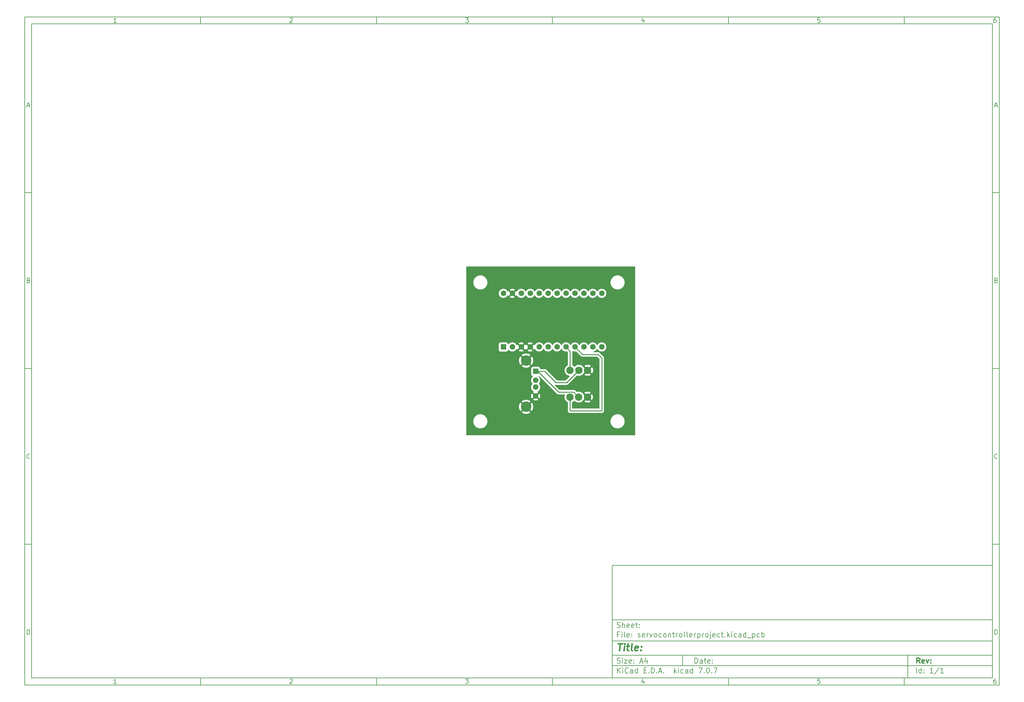
<source format=gbr>
%TF.GenerationSoftware,KiCad,Pcbnew,7.0.7*%
%TF.CreationDate,2023-11-15T20:06:27-08:00*%
%TF.ProjectId,servocontrollerproject,73657276-6f63-46f6-9e74-726f6c6c6572,rev?*%
%TF.SameCoordinates,Original*%
%TF.FileFunction,Copper,L1,Top*%
%TF.FilePolarity,Positive*%
%FSLAX46Y46*%
G04 Gerber Fmt 4.6, Leading zero omitted, Abs format (unit mm)*
G04 Created by KiCad (PCBNEW 7.0.7) date 2023-11-15 20:06:27*
%MOMM*%
%LPD*%
G01*
G04 APERTURE LIST*
%ADD10C,0.100000*%
%ADD11C,0.150000*%
%ADD12C,0.300000*%
%ADD13C,0.400000*%
%TA.AperFunction,ComponentPad*%
%ADD14C,3.000000*%
%TD*%
%TA.AperFunction,ComponentPad*%
%ADD15C,1.600000*%
%TD*%
%TA.AperFunction,ComponentPad*%
%ADD16R,1.500000X1.600000*%
%TD*%
%TA.AperFunction,ComponentPad*%
%ADD17R,1.600000X1.600000*%
%TD*%
%TA.AperFunction,ComponentPad*%
%ADD18C,2.100000*%
%TD*%
%TA.AperFunction,Conductor*%
%ADD19C,0.250000*%
%TD*%
G04 APERTURE END LIST*
D10*
D11*
X177002200Y-166007200D02*
X285002200Y-166007200D01*
X285002200Y-198007200D01*
X177002200Y-198007200D01*
X177002200Y-166007200D01*
D10*
D11*
X10000000Y-10000000D02*
X287002200Y-10000000D01*
X287002200Y-200007200D01*
X10000000Y-200007200D01*
X10000000Y-10000000D01*
D10*
D11*
X12000000Y-12000000D02*
X285002200Y-12000000D01*
X285002200Y-198007200D01*
X12000000Y-198007200D01*
X12000000Y-12000000D01*
D10*
D11*
X60000000Y-12000000D02*
X60000000Y-10000000D01*
D10*
D11*
X110000000Y-12000000D02*
X110000000Y-10000000D01*
D10*
D11*
X160000000Y-12000000D02*
X160000000Y-10000000D01*
D10*
D11*
X210000000Y-12000000D02*
X210000000Y-10000000D01*
D10*
D11*
X260000000Y-12000000D02*
X260000000Y-10000000D01*
D10*
D11*
X36089160Y-11593604D02*
X35346303Y-11593604D01*
X35717731Y-11593604D02*
X35717731Y-10293604D01*
X35717731Y-10293604D02*
X35593922Y-10479319D01*
X35593922Y-10479319D02*
X35470112Y-10603128D01*
X35470112Y-10603128D02*
X35346303Y-10665033D01*
D10*
D11*
X85346303Y-10417414D02*
X85408207Y-10355509D01*
X85408207Y-10355509D02*
X85532017Y-10293604D01*
X85532017Y-10293604D02*
X85841541Y-10293604D01*
X85841541Y-10293604D02*
X85965350Y-10355509D01*
X85965350Y-10355509D02*
X86027255Y-10417414D01*
X86027255Y-10417414D02*
X86089160Y-10541223D01*
X86089160Y-10541223D02*
X86089160Y-10665033D01*
X86089160Y-10665033D02*
X86027255Y-10850747D01*
X86027255Y-10850747D02*
X85284398Y-11593604D01*
X85284398Y-11593604D02*
X86089160Y-11593604D01*
D10*
D11*
X135284398Y-10293604D02*
X136089160Y-10293604D01*
X136089160Y-10293604D02*
X135655826Y-10788842D01*
X135655826Y-10788842D02*
X135841541Y-10788842D01*
X135841541Y-10788842D02*
X135965350Y-10850747D01*
X135965350Y-10850747D02*
X136027255Y-10912652D01*
X136027255Y-10912652D02*
X136089160Y-11036461D01*
X136089160Y-11036461D02*
X136089160Y-11345985D01*
X136089160Y-11345985D02*
X136027255Y-11469795D01*
X136027255Y-11469795D02*
X135965350Y-11531700D01*
X135965350Y-11531700D02*
X135841541Y-11593604D01*
X135841541Y-11593604D02*
X135470112Y-11593604D01*
X135470112Y-11593604D02*
X135346303Y-11531700D01*
X135346303Y-11531700D02*
X135284398Y-11469795D01*
D10*
D11*
X185965350Y-10726938D02*
X185965350Y-11593604D01*
X185655826Y-10231700D02*
X185346303Y-11160271D01*
X185346303Y-11160271D02*
X186151064Y-11160271D01*
D10*
D11*
X236027255Y-10293604D02*
X235408207Y-10293604D01*
X235408207Y-10293604D02*
X235346303Y-10912652D01*
X235346303Y-10912652D02*
X235408207Y-10850747D01*
X235408207Y-10850747D02*
X235532017Y-10788842D01*
X235532017Y-10788842D02*
X235841541Y-10788842D01*
X235841541Y-10788842D02*
X235965350Y-10850747D01*
X235965350Y-10850747D02*
X236027255Y-10912652D01*
X236027255Y-10912652D02*
X236089160Y-11036461D01*
X236089160Y-11036461D02*
X236089160Y-11345985D01*
X236089160Y-11345985D02*
X236027255Y-11469795D01*
X236027255Y-11469795D02*
X235965350Y-11531700D01*
X235965350Y-11531700D02*
X235841541Y-11593604D01*
X235841541Y-11593604D02*
X235532017Y-11593604D01*
X235532017Y-11593604D02*
X235408207Y-11531700D01*
X235408207Y-11531700D02*
X235346303Y-11469795D01*
D10*
D11*
X285965350Y-10293604D02*
X285717731Y-10293604D01*
X285717731Y-10293604D02*
X285593922Y-10355509D01*
X285593922Y-10355509D02*
X285532017Y-10417414D01*
X285532017Y-10417414D02*
X285408207Y-10603128D01*
X285408207Y-10603128D02*
X285346303Y-10850747D01*
X285346303Y-10850747D02*
X285346303Y-11345985D01*
X285346303Y-11345985D02*
X285408207Y-11469795D01*
X285408207Y-11469795D02*
X285470112Y-11531700D01*
X285470112Y-11531700D02*
X285593922Y-11593604D01*
X285593922Y-11593604D02*
X285841541Y-11593604D01*
X285841541Y-11593604D02*
X285965350Y-11531700D01*
X285965350Y-11531700D02*
X286027255Y-11469795D01*
X286027255Y-11469795D02*
X286089160Y-11345985D01*
X286089160Y-11345985D02*
X286089160Y-11036461D01*
X286089160Y-11036461D02*
X286027255Y-10912652D01*
X286027255Y-10912652D02*
X285965350Y-10850747D01*
X285965350Y-10850747D02*
X285841541Y-10788842D01*
X285841541Y-10788842D02*
X285593922Y-10788842D01*
X285593922Y-10788842D02*
X285470112Y-10850747D01*
X285470112Y-10850747D02*
X285408207Y-10912652D01*
X285408207Y-10912652D02*
X285346303Y-11036461D01*
D10*
D11*
X60000000Y-198007200D02*
X60000000Y-200007200D01*
D10*
D11*
X110000000Y-198007200D02*
X110000000Y-200007200D01*
D10*
D11*
X160000000Y-198007200D02*
X160000000Y-200007200D01*
D10*
D11*
X210000000Y-198007200D02*
X210000000Y-200007200D01*
D10*
D11*
X260000000Y-198007200D02*
X260000000Y-200007200D01*
D10*
D11*
X36089160Y-199600804D02*
X35346303Y-199600804D01*
X35717731Y-199600804D02*
X35717731Y-198300804D01*
X35717731Y-198300804D02*
X35593922Y-198486519D01*
X35593922Y-198486519D02*
X35470112Y-198610328D01*
X35470112Y-198610328D02*
X35346303Y-198672233D01*
D10*
D11*
X85346303Y-198424614D02*
X85408207Y-198362709D01*
X85408207Y-198362709D02*
X85532017Y-198300804D01*
X85532017Y-198300804D02*
X85841541Y-198300804D01*
X85841541Y-198300804D02*
X85965350Y-198362709D01*
X85965350Y-198362709D02*
X86027255Y-198424614D01*
X86027255Y-198424614D02*
X86089160Y-198548423D01*
X86089160Y-198548423D02*
X86089160Y-198672233D01*
X86089160Y-198672233D02*
X86027255Y-198857947D01*
X86027255Y-198857947D02*
X85284398Y-199600804D01*
X85284398Y-199600804D02*
X86089160Y-199600804D01*
D10*
D11*
X135284398Y-198300804D02*
X136089160Y-198300804D01*
X136089160Y-198300804D02*
X135655826Y-198796042D01*
X135655826Y-198796042D02*
X135841541Y-198796042D01*
X135841541Y-198796042D02*
X135965350Y-198857947D01*
X135965350Y-198857947D02*
X136027255Y-198919852D01*
X136027255Y-198919852D02*
X136089160Y-199043661D01*
X136089160Y-199043661D02*
X136089160Y-199353185D01*
X136089160Y-199353185D02*
X136027255Y-199476995D01*
X136027255Y-199476995D02*
X135965350Y-199538900D01*
X135965350Y-199538900D02*
X135841541Y-199600804D01*
X135841541Y-199600804D02*
X135470112Y-199600804D01*
X135470112Y-199600804D02*
X135346303Y-199538900D01*
X135346303Y-199538900D02*
X135284398Y-199476995D01*
D10*
D11*
X185965350Y-198734138D02*
X185965350Y-199600804D01*
X185655826Y-198238900D02*
X185346303Y-199167471D01*
X185346303Y-199167471D02*
X186151064Y-199167471D01*
D10*
D11*
X236027255Y-198300804D02*
X235408207Y-198300804D01*
X235408207Y-198300804D02*
X235346303Y-198919852D01*
X235346303Y-198919852D02*
X235408207Y-198857947D01*
X235408207Y-198857947D02*
X235532017Y-198796042D01*
X235532017Y-198796042D02*
X235841541Y-198796042D01*
X235841541Y-198796042D02*
X235965350Y-198857947D01*
X235965350Y-198857947D02*
X236027255Y-198919852D01*
X236027255Y-198919852D02*
X236089160Y-199043661D01*
X236089160Y-199043661D02*
X236089160Y-199353185D01*
X236089160Y-199353185D02*
X236027255Y-199476995D01*
X236027255Y-199476995D02*
X235965350Y-199538900D01*
X235965350Y-199538900D02*
X235841541Y-199600804D01*
X235841541Y-199600804D02*
X235532017Y-199600804D01*
X235532017Y-199600804D02*
X235408207Y-199538900D01*
X235408207Y-199538900D02*
X235346303Y-199476995D01*
D10*
D11*
X285965350Y-198300804D02*
X285717731Y-198300804D01*
X285717731Y-198300804D02*
X285593922Y-198362709D01*
X285593922Y-198362709D02*
X285532017Y-198424614D01*
X285532017Y-198424614D02*
X285408207Y-198610328D01*
X285408207Y-198610328D02*
X285346303Y-198857947D01*
X285346303Y-198857947D02*
X285346303Y-199353185D01*
X285346303Y-199353185D02*
X285408207Y-199476995D01*
X285408207Y-199476995D02*
X285470112Y-199538900D01*
X285470112Y-199538900D02*
X285593922Y-199600804D01*
X285593922Y-199600804D02*
X285841541Y-199600804D01*
X285841541Y-199600804D02*
X285965350Y-199538900D01*
X285965350Y-199538900D02*
X286027255Y-199476995D01*
X286027255Y-199476995D02*
X286089160Y-199353185D01*
X286089160Y-199353185D02*
X286089160Y-199043661D01*
X286089160Y-199043661D02*
X286027255Y-198919852D01*
X286027255Y-198919852D02*
X285965350Y-198857947D01*
X285965350Y-198857947D02*
X285841541Y-198796042D01*
X285841541Y-198796042D02*
X285593922Y-198796042D01*
X285593922Y-198796042D02*
X285470112Y-198857947D01*
X285470112Y-198857947D02*
X285408207Y-198919852D01*
X285408207Y-198919852D02*
X285346303Y-199043661D01*
D10*
D11*
X10000000Y-60000000D02*
X12000000Y-60000000D01*
D10*
D11*
X10000000Y-110000000D02*
X12000000Y-110000000D01*
D10*
D11*
X10000000Y-160000000D02*
X12000000Y-160000000D01*
D10*
D11*
X10690476Y-35222176D02*
X11309523Y-35222176D01*
X10566666Y-35593604D02*
X10999999Y-34293604D01*
X10999999Y-34293604D02*
X11433333Y-35593604D01*
D10*
D11*
X11092857Y-84912652D02*
X11278571Y-84974557D01*
X11278571Y-84974557D02*
X11340476Y-85036461D01*
X11340476Y-85036461D02*
X11402380Y-85160271D01*
X11402380Y-85160271D02*
X11402380Y-85345985D01*
X11402380Y-85345985D02*
X11340476Y-85469795D01*
X11340476Y-85469795D02*
X11278571Y-85531700D01*
X11278571Y-85531700D02*
X11154761Y-85593604D01*
X11154761Y-85593604D02*
X10659523Y-85593604D01*
X10659523Y-85593604D02*
X10659523Y-84293604D01*
X10659523Y-84293604D02*
X11092857Y-84293604D01*
X11092857Y-84293604D02*
X11216666Y-84355509D01*
X11216666Y-84355509D02*
X11278571Y-84417414D01*
X11278571Y-84417414D02*
X11340476Y-84541223D01*
X11340476Y-84541223D02*
X11340476Y-84665033D01*
X11340476Y-84665033D02*
X11278571Y-84788842D01*
X11278571Y-84788842D02*
X11216666Y-84850747D01*
X11216666Y-84850747D02*
X11092857Y-84912652D01*
X11092857Y-84912652D02*
X10659523Y-84912652D01*
D10*
D11*
X11402380Y-135469795D02*
X11340476Y-135531700D01*
X11340476Y-135531700D02*
X11154761Y-135593604D01*
X11154761Y-135593604D02*
X11030952Y-135593604D01*
X11030952Y-135593604D02*
X10845238Y-135531700D01*
X10845238Y-135531700D02*
X10721428Y-135407890D01*
X10721428Y-135407890D02*
X10659523Y-135284080D01*
X10659523Y-135284080D02*
X10597619Y-135036461D01*
X10597619Y-135036461D02*
X10597619Y-134850747D01*
X10597619Y-134850747D02*
X10659523Y-134603128D01*
X10659523Y-134603128D02*
X10721428Y-134479319D01*
X10721428Y-134479319D02*
X10845238Y-134355509D01*
X10845238Y-134355509D02*
X11030952Y-134293604D01*
X11030952Y-134293604D02*
X11154761Y-134293604D01*
X11154761Y-134293604D02*
X11340476Y-134355509D01*
X11340476Y-134355509D02*
X11402380Y-134417414D01*
D10*
D11*
X10659523Y-185593604D02*
X10659523Y-184293604D01*
X10659523Y-184293604D02*
X10969047Y-184293604D01*
X10969047Y-184293604D02*
X11154761Y-184355509D01*
X11154761Y-184355509D02*
X11278571Y-184479319D01*
X11278571Y-184479319D02*
X11340476Y-184603128D01*
X11340476Y-184603128D02*
X11402380Y-184850747D01*
X11402380Y-184850747D02*
X11402380Y-185036461D01*
X11402380Y-185036461D02*
X11340476Y-185284080D01*
X11340476Y-185284080D02*
X11278571Y-185407890D01*
X11278571Y-185407890D02*
X11154761Y-185531700D01*
X11154761Y-185531700D02*
X10969047Y-185593604D01*
X10969047Y-185593604D02*
X10659523Y-185593604D01*
D10*
D11*
X287002200Y-60000000D02*
X285002200Y-60000000D01*
D10*
D11*
X287002200Y-110000000D02*
X285002200Y-110000000D01*
D10*
D11*
X287002200Y-160000000D02*
X285002200Y-160000000D01*
D10*
D11*
X285692676Y-35222176D02*
X286311723Y-35222176D01*
X285568866Y-35593604D02*
X286002199Y-34293604D01*
X286002199Y-34293604D02*
X286435533Y-35593604D01*
D10*
D11*
X286095057Y-84912652D02*
X286280771Y-84974557D01*
X286280771Y-84974557D02*
X286342676Y-85036461D01*
X286342676Y-85036461D02*
X286404580Y-85160271D01*
X286404580Y-85160271D02*
X286404580Y-85345985D01*
X286404580Y-85345985D02*
X286342676Y-85469795D01*
X286342676Y-85469795D02*
X286280771Y-85531700D01*
X286280771Y-85531700D02*
X286156961Y-85593604D01*
X286156961Y-85593604D02*
X285661723Y-85593604D01*
X285661723Y-85593604D02*
X285661723Y-84293604D01*
X285661723Y-84293604D02*
X286095057Y-84293604D01*
X286095057Y-84293604D02*
X286218866Y-84355509D01*
X286218866Y-84355509D02*
X286280771Y-84417414D01*
X286280771Y-84417414D02*
X286342676Y-84541223D01*
X286342676Y-84541223D02*
X286342676Y-84665033D01*
X286342676Y-84665033D02*
X286280771Y-84788842D01*
X286280771Y-84788842D02*
X286218866Y-84850747D01*
X286218866Y-84850747D02*
X286095057Y-84912652D01*
X286095057Y-84912652D02*
X285661723Y-84912652D01*
D10*
D11*
X286404580Y-135469795D02*
X286342676Y-135531700D01*
X286342676Y-135531700D02*
X286156961Y-135593604D01*
X286156961Y-135593604D02*
X286033152Y-135593604D01*
X286033152Y-135593604D02*
X285847438Y-135531700D01*
X285847438Y-135531700D02*
X285723628Y-135407890D01*
X285723628Y-135407890D02*
X285661723Y-135284080D01*
X285661723Y-135284080D02*
X285599819Y-135036461D01*
X285599819Y-135036461D02*
X285599819Y-134850747D01*
X285599819Y-134850747D02*
X285661723Y-134603128D01*
X285661723Y-134603128D02*
X285723628Y-134479319D01*
X285723628Y-134479319D02*
X285847438Y-134355509D01*
X285847438Y-134355509D02*
X286033152Y-134293604D01*
X286033152Y-134293604D02*
X286156961Y-134293604D01*
X286156961Y-134293604D02*
X286342676Y-134355509D01*
X286342676Y-134355509D02*
X286404580Y-134417414D01*
D10*
D11*
X285661723Y-185593604D02*
X285661723Y-184293604D01*
X285661723Y-184293604D02*
X285971247Y-184293604D01*
X285971247Y-184293604D02*
X286156961Y-184355509D01*
X286156961Y-184355509D02*
X286280771Y-184479319D01*
X286280771Y-184479319D02*
X286342676Y-184603128D01*
X286342676Y-184603128D02*
X286404580Y-184850747D01*
X286404580Y-184850747D02*
X286404580Y-185036461D01*
X286404580Y-185036461D02*
X286342676Y-185284080D01*
X286342676Y-185284080D02*
X286280771Y-185407890D01*
X286280771Y-185407890D02*
X286156961Y-185531700D01*
X286156961Y-185531700D02*
X285971247Y-185593604D01*
X285971247Y-185593604D02*
X285661723Y-185593604D01*
D10*
D11*
X200458026Y-193793328D02*
X200458026Y-192293328D01*
X200458026Y-192293328D02*
X200815169Y-192293328D01*
X200815169Y-192293328D02*
X201029455Y-192364757D01*
X201029455Y-192364757D02*
X201172312Y-192507614D01*
X201172312Y-192507614D02*
X201243741Y-192650471D01*
X201243741Y-192650471D02*
X201315169Y-192936185D01*
X201315169Y-192936185D02*
X201315169Y-193150471D01*
X201315169Y-193150471D02*
X201243741Y-193436185D01*
X201243741Y-193436185D02*
X201172312Y-193579042D01*
X201172312Y-193579042D02*
X201029455Y-193721900D01*
X201029455Y-193721900D02*
X200815169Y-193793328D01*
X200815169Y-193793328D02*
X200458026Y-193793328D01*
X202600884Y-193793328D02*
X202600884Y-193007614D01*
X202600884Y-193007614D02*
X202529455Y-192864757D01*
X202529455Y-192864757D02*
X202386598Y-192793328D01*
X202386598Y-192793328D02*
X202100884Y-192793328D01*
X202100884Y-192793328D02*
X201958026Y-192864757D01*
X202600884Y-193721900D02*
X202458026Y-193793328D01*
X202458026Y-193793328D02*
X202100884Y-193793328D01*
X202100884Y-193793328D02*
X201958026Y-193721900D01*
X201958026Y-193721900D02*
X201886598Y-193579042D01*
X201886598Y-193579042D02*
X201886598Y-193436185D01*
X201886598Y-193436185D02*
X201958026Y-193293328D01*
X201958026Y-193293328D02*
X202100884Y-193221900D01*
X202100884Y-193221900D02*
X202458026Y-193221900D01*
X202458026Y-193221900D02*
X202600884Y-193150471D01*
X203100884Y-192793328D02*
X203672312Y-192793328D01*
X203315169Y-192293328D02*
X203315169Y-193579042D01*
X203315169Y-193579042D02*
X203386598Y-193721900D01*
X203386598Y-193721900D02*
X203529455Y-193793328D01*
X203529455Y-193793328D02*
X203672312Y-193793328D01*
X204743741Y-193721900D02*
X204600884Y-193793328D01*
X204600884Y-193793328D02*
X204315170Y-193793328D01*
X204315170Y-193793328D02*
X204172312Y-193721900D01*
X204172312Y-193721900D02*
X204100884Y-193579042D01*
X204100884Y-193579042D02*
X204100884Y-193007614D01*
X204100884Y-193007614D02*
X204172312Y-192864757D01*
X204172312Y-192864757D02*
X204315170Y-192793328D01*
X204315170Y-192793328D02*
X204600884Y-192793328D01*
X204600884Y-192793328D02*
X204743741Y-192864757D01*
X204743741Y-192864757D02*
X204815170Y-193007614D01*
X204815170Y-193007614D02*
X204815170Y-193150471D01*
X204815170Y-193150471D02*
X204100884Y-193293328D01*
X205458026Y-193650471D02*
X205529455Y-193721900D01*
X205529455Y-193721900D02*
X205458026Y-193793328D01*
X205458026Y-193793328D02*
X205386598Y-193721900D01*
X205386598Y-193721900D02*
X205458026Y-193650471D01*
X205458026Y-193650471D02*
X205458026Y-193793328D01*
X205458026Y-192864757D02*
X205529455Y-192936185D01*
X205529455Y-192936185D02*
X205458026Y-193007614D01*
X205458026Y-193007614D02*
X205386598Y-192936185D01*
X205386598Y-192936185D02*
X205458026Y-192864757D01*
X205458026Y-192864757D02*
X205458026Y-193007614D01*
D10*
D11*
X177002200Y-194507200D02*
X285002200Y-194507200D01*
D10*
D11*
X178458026Y-196593328D02*
X178458026Y-195093328D01*
X179315169Y-196593328D02*
X178672312Y-195736185D01*
X179315169Y-195093328D02*
X178458026Y-195950471D01*
X179958026Y-196593328D02*
X179958026Y-195593328D01*
X179958026Y-195093328D02*
X179886598Y-195164757D01*
X179886598Y-195164757D02*
X179958026Y-195236185D01*
X179958026Y-195236185D02*
X180029455Y-195164757D01*
X180029455Y-195164757D02*
X179958026Y-195093328D01*
X179958026Y-195093328D02*
X179958026Y-195236185D01*
X181529455Y-196450471D02*
X181458027Y-196521900D01*
X181458027Y-196521900D02*
X181243741Y-196593328D01*
X181243741Y-196593328D02*
X181100884Y-196593328D01*
X181100884Y-196593328D02*
X180886598Y-196521900D01*
X180886598Y-196521900D02*
X180743741Y-196379042D01*
X180743741Y-196379042D02*
X180672312Y-196236185D01*
X180672312Y-196236185D02*
X180600884Y-195950471D01*
X180600884Y-195950471D02*
X180600884Y-195736185D01*
X180600884Y-195736185D02*
X180672312Y-195450471D01*
X180672312Y-195450471D02*
X180743741Y-195307614D01*
X180743741Y-195307614D02*
X180886598Y-195164757D01*
X180886598Y-195164757D02*
X181100884Y-195093328D01*
X181100884Y-195093328D02*
X181243741Y-195093328D01*
X181243741Y-195093328D02*
X181458027Y-195164757D01*
X181458027Y-195164757D02*
X181529455Y-195236185D01*
X182815170Y-196593328D02*
X182815170Y-195807614D01*
X182815170Y-195807614D02*
X182743741Y-195664757D01*
X182743741Y-195664757D02*
X182600884Y-195593328D01*
X182600884Y-195593328D02*
X182315170Y-195593328D01*
X182315170Y-195593328D02*
X182172312Y-195664757D01*
X182815170Y-196521900D02*
X182672312Y-196593328D01*
X182672312Y-196593328D02*
X182315170Y-196593328D01*
X182315170Y-196593328D02*
X182172312Y-196521900D01*
X182172312Y-196521900D02*
X182100884Y-196379042D01*
X182100884Y-196379042D02*
X182100884Y-196236185D01*
X182100884Y-196236185D02*
X182172312Y-196093328D01*
X182172312Y-196093328D02*
X182315170Y-196021900D01*
X182315170Y-196021900D02*
X182672312Y-196021900D01*
X182672312Y-196021900D02*
X182815170Y-195950471D01*
X184172313Y-196593328D02*
X184172313Y-195093328D01*
X184172313Y-196521900D02*
X184029455Y-196593328D01*
X184029455Y-196593328D02*
X183743741Y-196593328D01*
X183743741Y-196593328D02*
X183600884Y-196521900D01*
X183600884Y-196521900D02*
X183529455Y-196450471D01*
X183529455Y-196450471D02*
X183458027Y-196307614D01*
X183458027Y-196307614D02*
X183458027Y-195879042D01*
X183458027Y-195879042D02*
X183529455Y-195736185D01*
X183529455Y-195736185D02*
X183600884Y-195664757D01*
X183600884Y-195664757D02*
X183743741Y-195593328D01*
X183743741Y-195593328D02*
X184029455Y-195593328D01*
X184029455Y-195593328D02*
X184172313Y-195664757D01*
X186029455Y-195807614D02*
X186529455Y-195807614D01*
X186743741Y-196593328D02*
X186029455Y-196593328D01*
X186029455Y-196593328D02*
X186029455Y-195093328D01*
X186029455Y-195093328D02*
X186743741Y-195093328D01*
X187386598Y-196450471D02*
X187458027Y-196521900D01*
X187458027Y-196521900D02*
X187386598Y-196593328D01*
X187386598Y-196593328D02*
X187315170Y-196521900D01*
X187315170Y-196521900D02*
X187386598Y-196450471D01*
X187386598Y-196450471D02*
X187386598Y-196593328D01*
X188100884Y-196593328D02*
X188100884Y-195093328D01*
X188100884Y-195093328D02*
X188458027Y-195093328D01*
X188458027Y-195093328D02*
X188672313Y-195164757D01*
X188672313Y-195164757D02*
X188815170Y-195307614D01*
X188815170Y-195307614D02*
X188886599Y-195450471D01*
X188886599Y-195450471D02*
X188958027Y-195736185D01*
X188958027Y-195736185D02*
X188958027Y-195950471D01*
X188958027Y-195950471D02*
X188886599Y-196236185D01*
X188886599Y-196236185D02*
X188815170Y-196379042D01*
X188815170Y-196379042D02*
X188672313Y-196521900D01*
X188672313Y-196521900D02*
X188458027Y-196593328D01*
X188458027Y-196593328D02*
X188100884Y-196593328D01*
X189600884Y-196450471D02*
X189672313Y-196521900D01*
X189672313Y-196521900D02*
X189600884Y-196593328D01*
X189600884Y-196593328D02*
X189529456Y-196521900D01*
X189529456Y-196521900D02*
X189600884Y-196450471D01*
X189600884Y-196450471D02*
X189600884Y-196593328D01*
X190243742Y-196164757D02*
X190958028Y-196164757D01*
X190100885Y-196593328D02*
X190600885Y-195093328D01*
X190600885Y-195093328D02*
X191100885Y-196593328D01*
X191600884Y-196450471D02*
X191672313Y-196521900D01*
X191672313Y-196521900D02*
X191600884Y-196593328D01*
X191600884Y-196593328D02*
X191529456Y-196521900D01*
X191529456Y-196521900D02*
X191600884Y-196450471D01*
X191600884Y-196450471D02*
X191600884Y-196593328D01*
X194600884Y-196593328D02*
X194600884Y-195093328D01*
X194743742Y-196021900D02*
X195172313Y-196593328D01*
X195172313Y-195593328D02*
X194600884Y-196164757D01*
X195815170Y-196593328D02*
X195815170Y-195593328D01*
X195815170Y-195093328D02*
X195743742Y-195164757D01*
X195743742Y-195164757D02*
X195815170Y-195236185D01*
X195815170Y-195236185D02*
X195886599Y-195164757D01*
X195886599Y-195164757D02*
X195815170Y-195093328D01*
X195815170Y-195093328D02*
X195815170Y-195236185D01*
X197172314Y-196521900D02*
X197029456Y-196593328D01*
X197029456Y-196593328D02*
X196743742Y-196593328D01*
X196743742Y-196593328D02*
X196600885Y-196521900D01*
X196600885Y-196521900D02*
X196529456Y-196450471D01*
X196529456Y-196450471D02*
X196458028Y-196307614D01*
X196458028Y-196307614D02*
X196458028Y-195879042D01*
X196458028Y-195879042D02*
X196529456Y-195736185D01*
X196529456Y-195736185D02*
X196600885Y-195664757D01*
X196600885Y-195664757D02*
X196743742Y-195593328D01*
X196743742Y-195593328D02*
X197029456Y-195593328D01*
X197029456Y-195593328D02*
X197172314Y-195664757D01*
X198458028Y-196593328D02*
X198458028Y-195807614D01*
X198458028Y-195807614D02*
X198386599Y-195664757D01*
X198386599Y-195664757D02*
X198243742Y-195593328D01*
X198243742Y-195593328D02*
X197958028Y-195593328D01*
X197958028Y-195593328D02*
X197815170Y-195664757D01*
X198458028Y-196521900D02*
X198315170Y-196593328D01*
X198315170Y-196593328D02*
X197958028Y-196593328D01*
X197958028Y-196593328D02*
X197815170Y-196521900D01*
X197815170Y-196521900D02*
X197743742Y-196379042D01*
X197743742Y-196379042D02*
X197743742Y-196236185D01*
X197743742Y-196236185D02*
X197815170Y-196093328D01*
X197815170Y-196093328D02*
X197958028Y-196021900D01*
X197958028Y-196021900D02*
X198315170Y-196021900D01*
X198315170Y-196021900D02*
X198458028Y-195950471D01*
X199815171Y-196593328D02*
X199815171Y-195093328D01*
X199815171Y-196521900D02*
X199672313Y-196593328D01*
X199672313Y-196593328D02*
X199386599Y-196593328D01*
X199386599Y-196593328D02*
X199243742Y-196521900D01*
X199243742Y-196521900D02*
X199172313Y-196450471D01*
X199172313Y-196450471D02*
X199100885Y-196307614D01*
X199100885Y-196307614D02*
X199100885Y-195879042D01*
X199100885Y-195879042D02*
X199172313Y-195736185D01*
X199172313Y-195736185D02*
X199243742Y-195664757D01*
X199243742Y-195664757D02*
X199386599Y-195593328D01*
X199386599Y-195593328D02*
X199672313Y-195593328D01*
X199672313Y-195593328D02*
X199815171Y-195664757D01*
X201529456Y-195093328D02*
X202529456Y-195093328D01*
X202529456Y-195093328D02*
X201886599Y-196593328D01*
X203100884Y-196450471D02*
X203172313Y-196521900D01*
X203172313Y-196521900D02*
X203100884Y-196593328D01*
X203100884Y-196593328D02*
X203029456Y-196521900D01*
X203029456Y-196521900D02*
X203100884Y-196450471D01*
X203100884Y-196450471D02*
X203100884Y-196593328D01*
X204100885Y-195093328D02*
X204243742Y-195093328D01*
X204243742Y-195093328D02*
X204386599Y-195164757D01*
X204386599Y-195164757D02*
X204458028Y-195236185D01*
X204458028Y-195236185D02*
X204529456Y-195379042D01*
X204529456Y-195379042D02*
X204600885Y-195664757D01*
X204600885Y-195664757D02*
X204600885Y-196021900D01*
X204600885Y-196021900D02*
X204529456Y-196307614D01*
X204529456Y-196307614D02*
X204458028Y-196450471D01*
X204458028Y-196450471D02*
X204386599Y-196521900D01*
X204386599Y-196521900D02*
X204243742Y-196593328D01*
X204243742Y-196593328D02*
X204100885Y-196593328D01*
X204100885Y-196593328D02*
X203958028Y-196521900D01*
X203958028Y-196521900D02*
X203886599Y-196450471D01*
X203886599Y-196450471D02*
X203815170Y-196307614D01*
X203815170Y-196307614D02*
X203743742Y-196021900D01*
X203743742Y-196021900D02*
X203743742Y-195664757D01*
X203743742Y-195664757D02*
X203815170Y-195379042D01*
X203815170Y-195379042D02*
X203886599Y-195236185D01*
X203886599Y-195236185D02*
X203958028Y-195164757D01*
X203958028Y-195164757D02*
X204100885Y-195093328D01*
X205243741Y-196450471D02*
X205315170Y-196521900D01*
X205315170Y-196521900D02*
X205243741Y-196593328D01*
X205243741Y-196593328D02*
X205172313Y-196521900D01*
X205172313Y-196521900D02*
X205243741Y-196450471D01*
X205243741Y-196450471D02*
X205243741Y-196593328D01*
X205815170Y-195093328D02*
X206815170Y-195093328D01*
X206815170Y-195093328D02*
X206172313Y-196593328D01*
D10*
D11*
X177002200Y-191507200D02*
X285002200Y-191507200D01*
D10*
D12*
X264413853Y-193785528D02*
X263913853Y-193071242D01*
X263556710Y-193785528D02*
X263556710Y-192285528D01*
X263556710Y-192285528D02*
X264128139Y-192285528D01*
X264128139Y-192285528D02*
X264270996Y-192356957D01*
X264270996Y-192356957D02*
X264342425Y-192428385D01*
X264342425Y-192428385D02*
X264413853Y-192571242D01*
X264413853Y-192571242D02*
X264413853Y-192785528D01*
X264413853Y-192785528D02*
X264342425Y-192928385D01*
X264342425Y-192928385D02*
X264270996Y-192999814D01*
X264270996Y-192999814D02*
X264128139Y-193071242D01*
X264128139Y-193071242D02*
X263556710Y-193071242D01*
X265628139Y-193714100D02*
X265485282Y-193785528D01*
X265485282Y-193785528D02*
X265199568Y-193785528D01*
X265199568Y-193785528D02*
X265056710Y-193714100D01*
X265056710Y-193714100D02*
X264985282Y-193571242D01*
X264985282Y-193571242D02*
X264985282Y-192999814D01*
X264985282Y-192999814D02*
X265056710Y-192856957D01*
X265056710Y-192856957D02*
X265199568Y-192785528D01*
X265199568Y-192785528D02*
X265485282Y-192785528D01*
X265485282Y-192785528D02*
X265628139Y-192856957D01*
X265628139Y-192856957D02*
X265699568Y-192999814D01*
X265699568Y-192999814D02*
X265699568Y-193142671D01*
X265699568Y-193142671D02*
X264985282Y-193285528D01*
X266199567Y-192785528D02*
X266556710Y-193785528D01*
X266556710Y-193785528D02*
X266913853Y-192785528D01*
X267485281Y-193642671D02*
X267556710Y-193714100D01*
X267556710Y-193714100D02*
X267485281Y-193785528D01*
X267485281Y-193785528D02*
X267413853Y-193714100D01*
X267413853Y-193714100D02*
X267485281Y-193642671D01*
X267485281Y-193642671D02*
X267485281Y-193785528D01*
X267485281Y-192856957D02*
X267556710Y-192928385D01*
X267556710Y-192928385D02*
X267485281Y-192999814D01*
X267485281Y-192999814D02*
X267413853Y-192928385D01*
X267413853Y-192928385D02*
X267485281Y-192856957D01*
X267485281Y-192856957D02*
X267485281Y-192999814D01*
D10*
D11*
X178386598Y-193721900D02*
X178600884Y-193793328D01*
X178600884Y-193793328D02*
X178958026Y-193793328D01*
X178958026Y-193793328D02*
X179100884Y-193721900D01*
X179100884Y-193721900D02*
X179172312Y-193650471D01*
X179172312Y-193650471D02*
X179243741Y-193507614D01*
X179243741Y-193507614D02*
X179243741Y-193364757D01*
X179243741Y-193364757D02*
X179172312Y-193221900D01*
X179172312Y-193221900D02*
X179100884Y-193150471D01*
X179100884Y-193150471D02*
X178958026Y-193079042D01*
X178958026Y-193079042D02*
X178672312Y-193007614D01*
X178672312Y-193007614D02*
X178529455Y-192936185D01*
X178529455Y-192936185D02*
X178458026Y-192864757D01*
X178458026Y-192864757D02*
X178386598Y-192721900D01*
X178386598Y-192721900D02*
X178386598Y-192579042D01*
X178386598Y-192579042D02*
X178458026Y-192436185D01*
X178458026Y-192436185D02*
X178529455Y-192364757D01*
X178529455Y-192364757D02*
X178672312Y-192293328D01*
X178672312Y-192293328D02*
X179029455Y-192293328D01*
X179029455Y-192293328D02*
X179243741Y-192364757D01*
X179886597Y-193793328D02*
X179886597Y-192793328D01*
X179886597Y-192293328D02*
X179815169Y-192364757D01*
X179815169Y-192364757D02*
X179886597Y-192436185D01*
X179886597Y-192436185D02*
X179958026Y-192364757D01*
X179958026Y-192364757D02*
X179886597Y-192293328D01*
X179886597Y-192293328D02*
X179886597Y-192436185D01*
X180458026Y-192793328D02*
X181243741Y-192793328D01*
X181243741Y-192793328D02*
X180458026Y-193793328D01*
X180458026Y-193793328D02*
X181243741Y-193793328D01*
X182386598Y-193721900D02*
X182243741Y-193793328D01*
X182243741Y-193793328D02*
X181958027Y-193793328D01*
X181958027Y-193793328D02*
X181815169Y-193721900D01*
X181815169Y-193721900D02*
X181743741Y-193579042D01*
X181743741Y-193579042D02*
X181743741Y-193007614D01*
X181743741Y-193007614D02*
X181815169Y-192864757D01*
X181815169Y-192864757D02*
X181958027Y-192793328D01*
X181958027Y-192793328D02*
X182243741Y-192793328D01*
X182243741Y-192793328D02*
X182386598Y-192864757D01*
X182386598Y-192864757D02*
X182458027Y-193007614D01*
X182458027Y-193007614D02*
X182458027Y-193150471D01*
X182458027Y-193150471D02*
X181743741Y-193293328D01*
X183100883Y-193650471D02*
X183172312Y-193721900D01*
X183172312Y-193721900D02*
X183100883Y-193793328D01*
X183100883Y-193793328D02*
X183029455Y-193721900D01*
X183029455Y-193721900D02*
X183100883Y-193650471D01*
X183100883Y-193650471D02*
X183100883Y-193793328D01*
X183100883Y-192864757D02*
X183172312Y-192936185D01*
X183172312Y-192936185D02*
X183100883Y-193007614D01*
X183100883Y-193007614D02*
X183029455Y-192936185D01*
X183029455Y-192936185D02*
X183100883Y-192864757D01*
X183100883Y-192864757D02*
X183100883Y-193007614D01*
X184886598Y-193364757D02*
X185600884Y-193364757D01*
X184743741Y-193793328D02*
X185243741Y-192293328D01*
X185243741Y-192293328D02*
X185743741Y-193793328D01*
X186886598Y-192793328D02*
X186886598Y-193793328D01*
X186529455Y-192221900D02*
X186172312Y-193293328D01*
X186172312Y-193293328D02*
X187100883Y-193293328D01*
D10*
D11*
X263458026Y-196593328D02*
X263458026Y-195093328D01*
X264815170Y-196593328D02*
X264815170Y-195093328D01*
X264815170Y-196521900D02*
X264672312Y-196593328D01*
X264672312Y-196593328D02*
X264386598Y-196593328D01*
X264386598Y-196593328D02*
X264243741Y-196521900D01*
X264243741Y-196521900D02*
X264172312Y-196450471D01*
X264172312Y-196450471D02*
X264100884Y-196307614D01*
X264100884Y-196307614D02*
X264100884Y-195879042D01*
X264100884Y-195879042D02*
X264172312Y-195736185D01*
X264172312Y-195736185D02*
X264243741Y-195664757D01*
X264243741Y-195664757D02*
X264386598Y-195593328D01*
X264386598Y-195593328D02*
X264672312Y-195593328D01*
X264672312Y-195593328D02*
X264815170Y-195664757D01*
X265529455Y-196450471D02*
X265600884Y-196521900D01*
X265600884Y-196521900D02*
X265529455Y-196593328D01*
X265529455Y-196593328D02*
X265458027Y-196521900D01*
X265458027Y-196521900D02*
X265529455Y-196450471D01*
X265529455Y-196450471D02*
X265529455Y-196593328D01*
X265529455Y-195664757D02*
X265600884Y-195736185D01*
X265600884Y-195736185D02*
X265529455Y-195807614D01*
X265529455Y-195807614D02*
X265458027Y-195736185D01*
X265458027Y-195736185D02*
X265529455Y-195664757D01*
X265529455Y-195664757D02*
X265529455Y-195807614D01*
X268172313Y-196593328D02*
X267315170Y-196593328D01*
X267743741Y-196593328D02*
X267743741Y-195093328D01*
X267743741Y-195093328D02*
X267600884Y-195307614D01*
X267600884Y-195307614D02*
X267458027Y-195450471D01*
X267458027Y-195450471D02*
X267315170Y-195521900D01*
X269886598Y-195021900D02*
X268600884Y-196950471D01*
X271172313Y-196593328D02*
X270315170Y-196593328D01*
X270743741Y-196593328D02*
X270743741Y-195093328D01*
X270743741Y-195093328D02*
X270600884Y-195307614D01*
X270600884Y-195307614D02*
X270458027Y-195450471D01*
X270458027Y-195450471D02*
X270315170Y-195521900D01*
D10*
D11*
X177002200Y-187507200D02*
X285002200Y-187507200D01*
D10*
D13*
X178693928Y-188211638D02*
X179836785Y-188211638D01*
X179015357Y-190211638D02*
X179265357Y-188211638D01*
X180253452Y-190211638D02*
X180420119Y-188878304D01*
X180503452Y-188211638D02*
X180396309Y-188306876D01*
X180396309Y-188306876D02*
X180479643Y-188402114D01*
X180479643Y-188402114D02*
X180586786Y-188306876D01*
X180586786Y-188306876D02*
X180503452Y-188211638D01*
X180503452Y-188211638D02*
X180479643Y-188402114D01*
X181086786Y-188878304D02*
X181848690Y-188878304D01*
X181455833Y-188211638D02*
X181241548Y-189925923D01*
X181241548Y-189925923D02*
X181312976Y-190116400D01*
X181312976Y-190116400D02*
X181491548Y-190211638D01*
X181491548Y-190211638D02*
X181682024Y-190211638D01*
X182634405Y-190211638D02*
X182455833Y-190116400D01*
X182455833Y-190116400D02*
X182384405Y-189925923D01*
X182384405Y-189925923D02*
X182598690Y-188211638D01*
X184170119Y-190116400D02*
X183967738Y-190211638D01*
X183967738Y-190211638D02*
X183586785Y-190211638D01*
X183586785Y-190211638D02*
X183408214Y-190116400D01*
X183408214Y-190116400D02*
X183336785Y-189925923D01*
X183336785Y-189925923D02*
X183432024Y-189164019D01*
X183432024Y-189164019D02*
X183551071Y-188973542D01*
X183551071Y-188973542D02*
X183753452Y-188878304D01*
X183753452Y-188878304D02*
X184134404Y-188878304D01*
X184134404Y-188878304D02*
X184312976Y-188973542D01*
X184312976Y-188973542D02*
X184384404Y-189164019D01*
X184384404Y-189164019D02*
X184360595Y-189354495D01*
X184360595Y-189354495D02*
X183384404Y-189544971D01*
X185134405Y-190021161D02*
X185217738Y-190116400D01*
X185217738Y-190116400D02*
X185110595Y-190211638D01*
X185110595Y-190211638D02*
X185027262Y-190116400D01*
X185027262Y-190116400D02*
X185134405Y-190021161D01*
X185134405Y-190021161D02*
X185110595Y-190211638D01*
X185265357Y-188973542D02*
X185348690Y-189068780D01*
X185348690Y-189068780D02*
X185241548Y-189164019D01*
X185241548Y-189164019D02*
X185158214Y-189068780D01*
X185158214Y-189068780D02*
X185265357Y-188973542D01*
X185265357Y-188973542D02*
X185241548Y-189164019D01*
D10*
D11*
X178958026Y-185607614D02*
X178458026Y-185607614D01*
X178458026Y-186393328D02*
X178458026Y-184893328D01*
X178458026Y-184893328D02*
X179172312Y-184893328D01*
X179743740Y-186393328D02*
X179743740Y-185393328D01*
X179743740Y-184893328D02*
X179672312Y-184964757D01*
X179672312Y-184964757D02*
X179743740Y-185036185D01*
X179743740Y-185036185D02*
X179815169Y-184964757D01*
X179815169Y-184964757D02*
X179743740Y-184893328D01*
X179743740Y-184893328D02*
X179743740Y-185036185D01*
X180672312Y-186393328D02*
X180529455Y-186321900D01*
X180529455Y-186321900D02*
X180458026Y-186179042D01*
X180458026Y-186179042D02*
X180458026Y-184893328D01*
X181815169Y-186321900D02*
X181672312Y-186393328D01*
X181672312Y-186393328D02*
X181386598Y-186393328D01*
X181386598Y-186393328D02*
X181243740Y-186321900D01*
X181243740Y-186321900D02*
X181172312Y-186179042D01*
X181172312Y-186179042D02*
X181172312Y-185607614D01*
X181172312Y-185607614D02*
X181243740Y-185464757D01*
X181243740Y-185464757D02*
X181386598Y-185393328D01*
X181386598Y-185393328D02*
X181672312Y-185393328D01*
X181672312Y-185393328D02*
X181815169Y-185464757D01*
X181815169Y-185464757D02*
X181886598Y-185607614D01*
X181886598Y-185607614D02*
X181886598Y-185750471D01*
X181886598Y-185750471D02*
X181172312Y-185893328D01*
X182529454Y-186250471D02*
X182600883Y-186321900D01*
X182600883Y-186321900D02*
X182529454Y-186393328D01*
X182529454Y-186393328D02*
X182458026Y-186321900D01*
X182458026Y-186321900D02*
X182529454Y-186250471D01*
X182529454Y-186250471D02*
X182529454Y-186393328D01*
X182529454Y-185464757D02*
X182600883Y-185536185D01*
X182600883Y-185536185D02*
X182529454Y-185607614D01*
X182529454Y-185607614D02*
X182458026Y-185536185D01*
X182458026Y-185536185D02*
X182529454Y-185464757D01*
X182529454Y-185464757D02*
X182529454Y-185607614D01*
X184315169Y-186321900D02*
X184458026Y-186393328D01*
X184458026Y-186393328D02*
X184743740Y-186393328D01*
X184743740Y-186393328D02*
X184886597Y-186321900D01*
X184886597Y-186321900D02*
X184958026Y-186179042D01*
X184958026Y-186179042D02*
X184958026Y-186107614D01*
X184958026Y-186107614D02*
X184886597Y-185964757D01*
X184886597Y-185964757D02*
X184743740Y-185893328D01*
X184743740Y-185893328D02*
X184529455Y-185893328D01*
X184529455Y-185893328D02*
X184386597Y-185821900D01*
X184386597Y-185821900D02*
X184315169Y-185679042D01*
X184315169Y-185679042D02*
X184315169Y-185607614D01*
X184315169Y-185607614D02*
X184386597Y-185464757D01*
X184386597Y-185464757D02*
X184529455Y-185393328D01*
X184529455Y-185393328D02*
X184743740Y-185393328D01*
X184743740Y-185393328D02*
X184886597Y-185464757D01*
X186172312Y-186321900D02*
X186029455Y-186393328D01*
X186029455Y-186393328D02*
X185743741Y-186393328D01*
X185743741Y-186393328D02*
X185600883Y-186321900D01*
X185600883Y-186321900D02*
X185529455Y-186179042D01*
X185529455Y-186179042D02*
X185529455Y-185607614D01*
X185529455Y-185607614D02*
X185600883Y-185464757D01*
X185600883Y-185464757D02*
X185743741Y-185393328D01*
X185743741Y-185393328D02*
X186029455Y-185393328D01*
X186029455Y-185393328D02*
X186172312Y-185464757D01*
X186172312Y-185464757D02*
X186243741Y-185607614D01*
X186243741Y-185607614D02*
X186243741Y-185750471D01*
X186243741Y-185750471D02*
X185529455Y-185893328D01*
X186886597Y-186393328D02*
X186886597Y-185393328D01*
X186886597Y-185679042D02*
X186958026Y-185536185D01*
X186958026Y-185536185D02*
X187029455Y-185464757D01*
X187029455Y-185464757D02*
X187172312Y-185393328D01*
X187172312Y-185393328D02*
X187315169Y-185393328D01*
X187672311Y-185393328D02*
X188029454Y-186393328D01*
X188029454Y-186393328D02*
X188386597Y-185393328D01*
X189172311Y-186393328D02*
X189029454Y-186321900D01*
X189029454Y-186321900D02*
X188958025Y-186250471D01*
X188958025Y-186250471D02*
X188886597Y-186107614D01*
X188886597Y-186107614D02*
X188886597Y-185679042D01*
X188886597Y-185679042D02*
X188958025Y-185536185D01*
X188958025Y-185536185D02*
X189029454Y-185464757D01*
X189029454Y-185464757D02*
X189172311Y-185393328D01*
X189172311Y-185393328D02*
X189386597Y-185393328D01*
X189386597Y-185393328D02*
X189529454Y-185464757D01*
X189529454Y-185464757D02*
X189600883Y-185536185D01*
X189600883Y-185536185D02*
X189672311Y-185679042D01*
X189672311Y-185679042D02*
X189672311Y-186107614D01*
X189672311Y-186107614D02*
X189600883Y-186250471D01*
X189600883Y-186250471D02*
X189529454Y-186321900D01*
X189529454Y-186321900D02*
X189386597Y-186393328D01*
X189386597Y-186393328D02*
X189172311Y-186393328D01*
X190958026Y-186321900D02*
X190815168Y-186393328D01*
X190815168Y-186393328D02*
X190529454Y-186393328D01*
X190529454Y-186393328D02*
X190386597Y-186321900D01*
X190386597Y-186321900D02*
X190315168Y-186250471D01*
X190315168Y-186250471D02*
X190243740Y-186107614D01*
X190243740Y-186107614D02*
X190243740Y-185679042D01*
X190243740Y-185679042D02*
X190315168Y-185536185D01*
X190315168Y-185536185D02*
X190386597Y-185464757D01*
X190386597Y-185464757D02*
X190529454Y-185393328D01*
X190529454Y-185393328D02*
X190815168Y-185393328D01*
X190815168Y-185393328D02*
X190958026Y-185464757D01*
X191815168Y-186393328D02*
X191672311Y-186321900D01*
X191672311Y-186321900D02*
X191600882Y-186250471D01*
X191600882Y-186250471D02*
X191529454Y-186107614D01*
X191529454Y-186107614D02*
X191529454Y-185679042D01*
X191529454Y-185679042D02*
X191600882Y-185536185D01*
X191600882Y-185536185D02*
X191672311Y-185464757D01*
X191672311Y-185464757D02*
X191815168Y-185393328D01*
X191815168Y-185393328D02*
X192029454Y-185393328D01*
X192029454Y-185393328D02*
X192172311Y-185464757D01*
X192172311Y-185464757D02*
X192243740Y-185536185D01*
X192243740Y-185536185D02*
X192315168Y-185679042D01*
X192315168Y-185679042D02*
X192315168Y-186107614D01*
X192315168Y-186107614D02*
X192243740Y-186250471D01*
X192243740Y-186250471D02*
X192172311Y-186321900D01*
X192172311Y-186321900D02*
X192029454Y-186393328D01*
X192029454Y-186393328D02*
X191815168Y-186393328D01*
X192958025Y-185393328D02*
X192958025Y-186393328D01*
X192958025Y-185536185D02*
X193029454Y-185464757D01*
X193029454Y-185464757D02*
X193172311Y-185393328D01*
X193172311Y-185393328D02*
X193386597Y-185393328D01*
X193386597Y-185393328D02*
X193529454Y-185464757D01*
X193529454Y-185464757D02*
X193600883Y-185607614D01*
X193600883Y-185607614D02*
X193600883Y-186393328D01*
X194100883Y-185393328D02*
X194672311Y-185393328D01*
X194315168Y-184893328D02*
X194315168Y-186179042D01*
X194315168Y-186179042D02*
X194386597Y-186321900D01*
X194386597Y-186321900D02*
X194529454Y-186393328D01*
X194529454Y-186393328D02*
X194672311Y-186393328D01*
X195172311Y-186393328D02*
X195172311Y-185393328D01*
X195172311Y-185679042D02*
X195243740Y-185536185D01*
X195243740Y-185536185D02*
X195315169Y-185464757D01*
X195315169Y-185464757D02*
X195458026Y-185393328D01*
X195458026Y-185393328D02*
X195600883Y-185393328D01*
X196315168Y-186393328D02*
X196172311Y-186321900D01*
X196172311Y-186321900D02*
X196100882Y-186250471D01*
X196100882Y-186250471D02*
X196029454Y-186107614D01*
X196029454Y-186107614D02*
X196029454Y-185679042D01*
X196029454Y-185679042D02*
X196100882Y-185536185D01*
X196100882Y-185536185D02*
X196172311Y-185464757D01*
X196172311Y-185464757D02*
X196315168Y-185393328D01*
X196315168Y-185393328D02*
X196529454Y-185393328D01*
X196529454Y-185393328D02*
X196672311Y-185464757D01*
X196672311Y-185464757D02*
X196743740Y-185536185D01*
X196743740Y-185536185D02*
X196815168Y-185679042D01*
X196815168Y-185679042D02*
X196815168Y-186107614D01*
X196815168Y-186107614D02*
X196743740Y-186250471D01*
X196743740Y-186250471D02*
X196672311Y-186321900D01*
X196672311Y-186321900D02*
X196529454Y-186393328D01*
X196529454Y-186393328D02*
X196315168Y-186393328D01*
X197672311Y-186393328D02*
X197529454Y-186321900D01*
X197529454Y-186321900D02*
X197458025Y-186179042D01*
X197458025Y-186179042D02*
X197458025Y-184893328D01*
X198458025Y-186393328D02*
X198315168Y-186321900D01*
X198315168Y-186321900D02*
X198243739Y-186179042D01*
X198243739Y-186179042D02*
X198243739Y-184893328D01*
X199600882Y-186321900D02*
X199458025Y-186393328D01*
X199458025Y-186393328D02*
X199172311Y-186393328D01*
X199172311Y-186393328D02*
X199029453Y-186321900D01*
X199029453Y-186321900D02*
X198958025Y-186179042D01*
X198958025Y-186179042D02*
X198958025Y-185607614D01*
X198958025Y-185607614D02*
X199029453Y-185464757D01*
X199029453Y-185464757D02*
X199172311Y-185393328D01*
X199172311Y-185393328D02*
X199458025Y-185393328D01*
X199458025Y-185393328D02*
X199600882Y-185464757D01*
X199600882Y-185464757D02*
X199672311Y-185607614D01*
X199672311Y-185607614D02*
X199672311Y-185750471D01*
X199672311Y-185750471D02*
X198958025Y-185893328D01*
X200315167Y-186393328D02*
X200315167Y-185393328D01*
X200315167Y-185679042D02*
X200386596Y-185536185D01*
X200386596Y-185536185D02*
X200458025Y-185464757D01*
X200458025Y-185464757D02*
X200600882Y-185393328D01*
X200600882Y-185393328D02*
X200743739Y-185393328D01*
X201243738Y-185393328D02*
X201243738Y-186893328D01*
X201243738Y-185464757D02*
X201386596Y-185393328D01*
X201386596Y-185393328D02*
X201672310Y-185393328D01*
X201672310Y-185393328D02*
X201815167Y-185464757D01*
X201815167Y-185464757D02*
X201886596Y-185536185D01*
X201886596Y-185536185D02*
X201958024Y-185679042D01*
X201958024Y-185679042D02*
X201958024Y-186107614D01*
X201958024Y-186107614D02*
X201886596Y-186250471D01*
X201886596Y-186250471D02*
X201815167Y-186321900D01*
X201815167Y-186321900D02*
X201672310Y-186393328D01*
X201672310Y-186393328D02*
X201386596Y-186393328D01*
X201386596Y-186393328D02*
X201243738Y-186321900D01*
X202600881Y-186393328D02*
X202600881Y-185393328D01*
X202600881Y-185679042D02*
X202672310Y-185536185D01*
X202672310Y-185536185D02*
X202743739Y-185464757D01*
X202743739Y-185464757D02*
X202886596Y-185393328D01*
X202886596Y-185393328D02*
X203029453Y-185393328D01*
X203743738Y-186393328D02*
X203600881Y-186321900D01*
X203600881Y-186321900D02*
X203529452Y-186250471D01*
X203529452Y-186250471D02*
X203458024Y-186107614D01*
X203458024Y-186107614D02*
X203458024Y-185679042D01*
X203458024Y-185679042D02*
X203529452Y-185536185D01*
X203529452Y-185536185D02*
X203600881Y-185464757D01*
X203600881Y-185464757D02*
X203743738Y-185393328D01*
X203743738Y-185393328D02*
X203958024Y-185393328D01*
X203958024Y-185393328D02*
X204100881Y-185464757D01*
X204100881Y-185464757D02*
X204172310Y-185536185D01*
X204172310Y-185536185D02*
X204243738Y-185679042D01*
X204243738Y-185679042D02*
X204243738Y-186107614D01*
X204243738Y-186107614D02*
X204172310Y-186250471D01*
X204172310Y-186250471D02*
X204100881Y-186321900D01*
X204100881Y-186321900D02*
X203958024Y-186393328D01*
X203958024Y-186393328D02*
X203743738Y-186393328D01*
X204886595Y-185393328D02*
X204886595Y-186679042D01*
X204886595Y-186679042D02*
X204815167Y-186821900D01*
X204815167Y-186821900D02*
X204672310Y-186893328D01*
X204672310Y-186893328D02*
X204600881Y-186893328D01*
X204886595Y-184893328D02*
X204815167Y-184964757D01*
X204815167Y-184964757D02*
X204886595Y-185036185D01*
X204886595Y-185036185D02*
X204958024Y-184964757D01*
X204958024Y-184964757D02*
X204886595Y-184893328D01*
X204886595Y-184893328D02*
X204886595Y-185036185D01*
X206172310Y-186321900D02*
X206029453Y-186393328D01*
X206029453Y-186393328D02*
X205743739Y-186393328D01*
X205743739Y-186393328D02*
X205600881Y-186321900D01*
X205600881Y-186321900D02*
X205529453Y-186179042D01*
X205529453Y-186179042D02*
X205529453Y-185607614D01*
X205529453Y-185607614D02*
X205600881Y-185464757D01*
X205600881Y-185464757D02*
X205743739Y-185393328D01*
X205743739Y-185393328D02*
X206029453Y-185393328D01*
X206029453Y-185393328D02*
X206172310Y-185464757D01*
X206172310Y-185464757D02*
X206243739Y-185607614D01*
X206243739Y-185607614D02*
X206243739Y-185750471D01*
X206243739Y-185750471D02*
X205529453Y-185893328D01*
X207529453Y-186321900D02*
X207386595Y-186393328D01*
X207386595Y-186393328D02*
X207100881Y-186393328D01*
X207100881Y-186393328D02*
X206958024Y-186321900D01*
X206958024Y-186321900D02*
X206886595Y-186250471D01*
X206886595Y-186250471D02*
X206815167Y-186107614D01*
X206815167Y-186107614D02*
X206815167Y-185679042D01*
X206815167Y-185679042D02*
X206886595Y-185536185D01*
X206886595Y-185536185D02*
X206958024Y-185464757D01*
X206958024Y-185464757D02*
X207100881Y-185393328D01*
X207100881Y-185393328D02*
X207386595Y-185393328D01*
X207386595Y-185393328D02*
X207529453Y-185464757D01*
X207958024Y-185393328D02*
X208529452Y-185393328D01*
X208172309Y-184893328D02*
X208172309Y-186179042D01*
X208172309Y-186179042D02*
X208243738Y-186321900D01*
X208243738Y-186321900D02*
X208386595Y-186393328D01*
X208386595Y-186393328D02*
X208529452Y-186393328D01*
X209029452Y-186250471D02*
X209100881Y-186321900D01*
X209100881Y-186321900D02*
X209029452Y-186393328D01*
X209029452Y-186393328D02*
X208958024Y-186321900D01*
X208958024Y-186321900D02*
X209029452Y-186250471D01*
X209029452Y-186250471D02*
X209029452Y-186393328D01*
X209743738Y-186393328D02*
X209743738Y-184893328D01*
X209886596Y-185821900D02*
X210315167Y-186393328D01*
X210315167Y-185393328D02*
X209743738Y-185964757D01*
X210958024Y-186393328D02*
X210958024Y-185393328D01*
X210958024Y-184893328D02*
X210886596Y-184964757D01*
X210886596Y-184964757D02*
X210958024Y-185036185D01*
X210958024Y-185036185D02*
X211029453Y-184964757D01*
X211029453Y-184964757D02*
X210958024Y-184893328D01*
X210958024Y-184893328D02*
X210958024Y-185036185D01*
X212315168Y-186321900D02*
X212172310Y-186393328D01*
X212172310Y-186393328D02*
X211886596Y-186393328D01*
X211886596Y-186393328D02*
X211743739Y-186321900D01*
X211743739Y-186321900D02*
X211672310Y-186250471D01*
X211672310Y-186250471D02*
X211600882Y-186107614D01*
X211600882Y-186107614D02*
X211600882Y-185679042D01*
X211600882Y-185679042D02*
X211672310Y-185536185D01*
X211672310Y-185536185D02*
X211743739Y-185464757D01*
X211743739Y-185464757D02*
X211886596Y-185393328D01*
X211886596Y-185393328D02*
X212172310Y-185393328D01*
X212172310Y-185393328D02*
X212315168Y-185464757D01*
X213600882Y-186393328D02*
X213600882Y-185607614D01*
X213600882Y-185607614D02*
X213529453Y-185464757D01*
X213529453Y-185464757D02*
X213386596Y-185393328D01*
X213386596Y-185393328D02*
X213100882Y-185393328D01*
X213100882Y-185393328D02*
X212958024Y-185464757D01*
X213600882Y-186321900D02*
X213458024Y-186393328D01*
X213458024Y-186393328D02*
X213100882Y-186393328D01*
X213100882Y-186393328D02*
X212958024Y-186321900D01*
X212958024Y-186321900D02*
X212886596Y-186179042D01*
X212886596Y-186179042D02*
X212886596Y-186036185D01*
X212886596Y-186036185D02*
X212958024Y-185893328D01*
X212958024Y-185893328D02*
X213100882Y-185821900D01*
X213100882Y-185821900D02*
X213458024Y-185821900D01*
X213458024Y-185821900D02*
X213600882Y-185750471D01*
X214958025Y-186393328D02*
X214958025Y-184893328D01*
X214958025Y-186321900D02*
X214815167Y-186393328D01*
X214815167Y-186393328D02*
X214529453Y-186393328D01*
X214529453Y-186393328D02*
X214386596Y-186321900D01*
X214386596Y-186321900D02*
X214315167Y-186250471D01*
X214315167Y-186250471D02*
X214243739Y-186107614D01*
X214243739Y-186107614D02*
X214243739Y-185679042D01*
X214243739Y-185679042D02*
X214315167Y-185536185D01*
X214315167Y-185536185D02*
X214386596Y-185464757D01*
X214386596Y-185464757D02*
X214529453Y-185393328D01*
X214529453Y-185393328D02*
X214815167Y-185393328D01*
X214815167Y-185393328D02*
X214958025Y-185464757D01*
X215315168Y-186536185D02*
X216458025Y-186536185D01*
X216815167Y-185393328D02*
X216815167Y-186893328D01*
X216815167Y-185464757D02*
X216958025Y-185393328D01*
X216958025Y-185393328D02*
X217243739Y-185393328D01*
X217243739Y-185393328D02*
X217386596Y-185464757D01*
X217386596Y-185464757D02*
X217458025Y-185536185D01*
X217458025Y-185536185D02*
X217529453Y-185679042D01*
X217529453Y-185679042D02*
X217529453Y-186107614D01*
X217529453Y-186107614D02*
X217458025Y-186250471D01*
X217458025Y-186250471D02*
X217386596Y-186321900D01*
X217386596Y-186321900D02*
X217243739Y-186393328D01*
X217243739Y-186393328D02*
X216958025Y-186393328D01*
X216958025Y-186393328D02*
X216815167Y-186321900D01*
X218815168Y-186321900D02*
X218672310Y-186393328D01*
X218672310Y-186393328D02*
X218386596Y-186393328D01*
X218386596Y-186393328D02*
X218243739Y-186321900D01*
X218243739Y-186321900D02*
X218172310Y-186250471D01*
X218172310Y-186250471D02*
X218100882Y-186107614D01*
X218100882Y-186107614D02*
X218100882Y-185679042D01*
X218100882Y-185679042D02*
X218172310Y-185536185D01*
X218172310Y-185536185D02*
X218243739Y-185464757D01*
X218243739Y-185464757D02*
X218386596Y-185393328D01*
X218386596Y-185393328D02*
X218672310Y-185393328D01*
X218672310Y-185393328D02*
X218815168Y-185464757D01*
X219458024Y-186393328D02*
X219458024Y-184893328D01*
X219458024Y-185464757D02*
X219600882Y-185393328D01*
X219600882Y-185393328D02*
X219886596Y-185393328D01*
X219886596Y-185393328D02*
X220029453Y-185464757D01*
X220029453Y-185464757D02*
X220100882Y-185536185D01*
X220100882Y-185536185D02*
X220172310Y-185679042D01*
X220172310Y-185679042D02*
X220172310Y-186107614D01*
X220172310Y-186107614D02*
X220100882Y-186250471D01*
X220100882Y-186250471D02*
X220029453Y-186321900D01*
X220029453Y-186321900D02*
X219886596Y-186393328D01*
X219886596Y-186393328D02*
X219600882Y-186393328D01*
X219600882Y-186393328D02*
X219458024Y-186321900D01*
D10*
D11*
X177002200Y-181507200D02*
X285002200Y-181507200D01*
D10*
D11*
X178386598Y-183621900D02*
X178600884Y-183693328D01*
X178600884Y-183693328D02*
X178958026Y-183693328D01*
X178958026Y-183693328D02*
X179100884Y-183621900D01*
X179100884Y-183621900D02*
X179172312Y-183550471D01*
X179172312Y-183550471D02*
X179243741Y-183407614D01*
X179243741Y-183407614D02*
X179243741Y-183264757D01*
X179243741Y-183264757D02*
X179172312Y-183121900D01*
X179172312Y-183121900D02*
X179100884Y-183050471D01*
X179100884Y-183050471D02*
X178958026Y-182979042D01*
X178958026Y-182979042D02*
X178672312Y-182907614D01*
X178672312Y-182907614D02*
X178529455Y-182836185D01*
X178529455Y-182836185D02*
X178458026Y-182764757D01*
X178458026Y-182764757D02*
X178386598Y-182621900D01*
X178386598Y-182621900D02*
X178386598Y-182479042D01*
X178386598Y-182479042D02*
X178458026Y-182336185D01*
X178458026Y-182336185D02*
X178529455Y-182264757D01*
X178529455Y-182264757D02*
X178672312Y-182193328D01*
X178672312Y-182193328D02*
X179029455Y-182193328D01*
X179029455Y-182193328D02*
X179243741Y-182264757D01*
X179886597Y-183693328D02*
X179886597Y-182193328D01*
X180529455Y-183693328D02*
X180529455Y-182907614D01*
X180529455Y-182907614D02*
X180458026Y-182764757D01*
X180458026Y-182764757D02*
X180315169Y-182693328D01*
X180315169Y-182693328D02*
X180100883Y-182693328D01*
X180100883Y-182693328D02*
X179958026Y-182764757D01*
X179958026Y-182764757D02*
X179886597Y-182836185D01*
X181815169Y-183621900D02*
X181672312Y-183693328D01*
X181672312Y-183693328D02*
X181386598Y-183693328D01*
X181386598Y-183693328D02*
X181243740Y-183621900D01*
X181243740Y-183621900D02*
X181172312Y-183479042D01*
X181172312Y-183479042D02*
X181172312Y-182907614D01*
X181172312Y-182907614D02*
X181243740Y-182764757D01*
X181243740Y-182764757D02*
X181386598Y-182693328D01*
X181386598Y-182693328D02*
X181672312Y-182693328D01*
X181672312Y-182693328D02*
X181815169Y-182764757D01*
X181815169Y-182764757D02*
X181886598Y-182907614D01*
X181886598Y-182907614D02*
X181886598Y-183050471D01*
X181886598Y-183050471D02*
X181172312Y-183193328D01*
X183100883Y-183621900D02*
X182958026Y-183693328D01*
X182958026Y-183693328D02*
X182672312Y-183693328D01*
X182672312Y-183693328D02*
X182529454Y-183621900D01*
X182529454Y-183621900D02*
X182458026Y-183479042D01*
X182458026Y-183479042D02*
X182458026Y-182907614D01*
X182458026Y-182907614D02*
X182529454Y-182764757D01*
X182529454Y-182764757D02*
X182672312Y-182693328D01*
X182672312Y-182693328D02*
X182958026Y-182693328D01*
X182958026Y-182693328D02*
X183100883Y-182764757D01*
X183100883Y-182764757D02*
X183172312Y-182907614D01*
X183172312Y-182907614D02*
X183172312Y-183050471D01*
X183172312Y-183050471D02*
X182458026Y-183193328D01*
X183600883Y-182693328D02*
X184172311Y-182693328D01*
X183815168Y-182193328D02*
X183815168Y-183479042D01*
X183815168Y-183479042D02*
X183886597Y-183621900D01*
X183886597Y-183621900D02*
X184029454Y-183693328D01*
X184029454Y-183693328D02*
X184172311Y-183693328D01*
X184672311Y-183550471D02*
X184743740Y-183621900D01*
X184743740Y-183621900D02*
X184672311Y-183693328D01*
X184672311Y-183693328D02*
X184600883Y-183621900D01*
X184600883Y-183621900D02*
X184672311Y-183550471D01*
X184672311Y-183550471D02*
X184672311Y-183693328D01*
X184672311Y-182764757D02*
X184743740Y-182836185D01*
X184743740Y-182836185D02*
X184672311Y-182907614D01*
X184672311Y-182907614D02*
X184600883Y-182836185D01*
X184600883Y-182836185D02*
X184672311Y-182764757D01*
X184672311Y-182764757D02*
X184672311Y-182907614D01*
D10*
D12*
D10*
D11*
D10*
D11*
D10*
D11*
D10*
D11*
D10*
D11*
X197002200Y-191507200D02*
X197002200Y-194507200D01*
D10*
D11*
X261002200Y-191507200D02*
X261002200Y-198007200D01*
D14*
%TO.P,J3,5,Shield*%
%TO.N,GND*%
X152510000Y-120870000D03*
X152510000Y-107730000D03*
D15*
%TO.P,J3,4,GND*%
X155220000Y-117800000D03*
%TO.P,J3,3,D+*%
%TO.N,unconnected-(J3-D+-Pad3)*%
X155220000Y-115300000D03*
%TO.P,J3,2,D-*%
%TO.N,unconnected-(J3-D--Pad2)*%
X155220000Y-113300000D03*
D16*
%TO.P,J3,1,VBUS*%
%TO.N,/VCC*%
X155220000Y-110800000D03*
%TD*%
D17*
%TO.P,U1,1,TX*%
%TO.N,unconnected-(U1-TX-Pad1)*%
X146050000Y-103855000D03*
D15*
%TO.P,U1,2,RX*%
%TO.N,unconnected-(U1-RX-Pad2)*%
X148590000Y-103855000D03*
%TO.P,U1,3,GND*%
%TO.N,GND*%
X151130000Y-103855000D03*
%TO.P,U1,4,GND*%
X153670000Y-103855000D03*
%TO.P,U1,5,SDA*%
%TO.N,unconnected-(U1-SDA-Pad5)*%
X156210000Y-103855000D03*
%TO.P,U1,6,SCL*%
%TO.N,unconnected-(U1-SCL-Pad6)*%
X158750000Y-103855000D03*
%TO.P,U1,7,D4*%
%TO.N,unconnected-(U1-D4-Pad7)*%
X161290000Y-103855000D03*
%TO.P,U1,8,C6*%
%TO.N,/SIG1*%
X163830000Y-103855000D03*
%TO.P,U1,9,D7*%
%TO.N,/SIG2*%
X166370000Y-103855000D03*
%TO.P,U1,10,E6*%
%TO.N,unconnected-(U1-E6-Pad10)*%
X168910000Y-103855000D03*
%TO.P,U1,11,B4*%
%TO.N,unconnected-(U1-B4-Pad11)*%
X171450000Y-103855000D03*
%TO.P,U1,12,B5*%
%TO.N,unconnected-(U1-B5-Pad12)*%
X173990000Y-103855000D03*
%TO.P,U1,13,B6*%
%TO.N,unconnected-(U1-B6-Pad13)*%
X173990000Y-88615000D03*
%TO.P,U1,14,B2*%
%TO.N,unconnected-(U1-B2-Pad14)*%
X171450000Y-88615000D03*
%TO.P,U1,15,B3*%
%TO.N,unconnected-(U1-B3-Pad15)*%
X168910000Y-88615000D03*
%TO.P,U1,16,B1*%
%TO.N,unconnected-(U1-B1-Pad16)*%
X166370000Y-88615000D03*
%TO.P,U1,17,F7*%
%TO.N,unconnected-(U1-F7-Pad17)*%
X163830000Y-88615000D03*
%TO.P,U1,18,F6*%
%TO.N,unconnected-(U1-F6-Pad18)*%
X161290000Y-88615000D03*
%TO.P,U1,19,F5*%
%TO.N,unconnected-(U1-F5-Pad19)*%
X158750000Y-88615000D03*
%TO.P,U1,20,F4*%
%TO.N,unconnected-(U1-F4-Pad20)*%
X156210000Y-88615000D03*
%TO.P,U1,21,VCC*%
%TO.N,unconnected-(U1-VCC-Pad21)*%
X153670000Y-88615000D03*
%TO.P,U1,22,RST*%
%TO.N,unconnected-(U1-RST-Pad22)*%
X151130000Y-88615000D03*
%TO.P,U1,23,GND*%
%TO.N,GND*%
X148590000Y-88615000D03*
%TO.P,U1,24,RAW*%
%TO.N,unconnected-(U1-RAW-Pad24)*%
X146050000Y-88615000D03*
%TD*%
D18*
%TO.P,J1,1*%
%TO.N,/SIG1*%
X165000000Y-110490000D03*
%TO.P,J1,2*%
%TO.N,/VCC*%
X167500000Y-110490000D03*
%TO.P,J1,3*%
%TO.N,GND*%
X170000000Y-110490000D03*
%TD*%
%TO.P,J2,1*%
%TO.N,/SIG2*%
X164960000Y-118110000D03*
%TO.P,J2,2*%
%TO.N,/VCC*%
X167460000Y-118110000D03*
%TO.P,J2,3*%
%TO.N,GND*%
X169960000Y-118110000D03*
%TD*%
D19*
%TO.N,/SIG1*%
X165000000Y-110490000D02*
X165000000Y-105025000D01*
X165000000Y-105025000D02*
X163830000Y-103855000D01*
%TO.N,/VCC*%
X167500000Y-110490000D02*
X163990000Y-114000000D01*
X157800000Y-110800000D02*
X155220000Y-110800000D01*
X166085000Y-116735000D02*
X161735000Y-116735000D01*
X163990000Y-114000000D02*
X161000000Y-114000000D01*
X155800000Y-110800000D02*
X155220000Y-110800000D01*
X161735000Y-116735000D02*
X155800000Y-110800000D01*
X167460000Y-118110000D02*
X166085000Y-116735000D01*
X161000000Y-114000000D02*
X157800000Y-110800000D01*
%TO.N,/SIG2*%
X164960000Y-118110000D02*
X164960000Y-121960000D01*
X173000000Y-106000000D02*
X168515000Y-106000000D01*
X164960000Y-121960000D02*
X165000000Y-122000000D01*
X168515000Y-106000000D02*
X166370000Y-103855000D01*
X174000000Y-122000000D02*
X174000000Y-107000000D01*
X165000000Y-122000000D02*
X174000000Y-122000000D01*
X174000000Y-107000000D02*
X173000000Y-106000000D01*
%TD*%
%TA.AperFunction,Conductor*%
%TO.N,GND*%
G36*
X165801904Y-105025035D02*
G01*
X165923504Y-105081739D01*
X166143308Y-105140635D01*
X166300780Y-105154412D01*
X166369998Y-105160468D01*
X166370000Y-105160468D01*
X166370002Y-105160468D01*
X166426807Y-105155498D01*
X166596692Y-105140635D01*
X166665048Y-105122319D01*
X166734897Y-105123982D01*
X166784822Y-105154413D01*
X168014197Y-106383788D01*
X168024022Y-106396051D01*
X168024243Y-106395869D01*
X168029214Y-106401878D01*
X168055217Y-106426295D01*
X168079635Y-106449226D01*
X168100529Y-106470120D01*
X168106011Y-106474373D01*
X168110443Y-106478157D01*
X168144418Y-106510062D01*
X168161976Y-106519714D01*
X168178235Y-106530395D01*
X168194064Y-106542673D01*
X168236838Y-106561182D01*
X168242056Y-106563738D01*
X168282908Y-106586197D01*
X168302316Y-106591180D01*
X168320717Y-106597480D01*
X168339104Y-106605437D01*
X168382488Y-106612308D01*
X168385119Y-106612725D01*
X168390839Y-106613909D01*
X168435981Y-106625500D01*
X168456016Y-106625500D01*
X168475414Y-106627026D01*
X168495194Y-106630159D01*
X168495195Y-106630160D01*
X168495195Y-106630159D01*
X168495196Y-106630160D01*
X168541583Y-106625775D01*
X168547422Y-106625500D01*
X172689548Y-106625500D01*
X172756587Y-106645185D01*
X172777229Y-106661819D01*
X173338181Y-107222770D01*
X173371666Y-107284093D01*
X173374500Y-107310451D01*
X173374500Y-121250500D01*
X173354815Y-121317539D01*
X173302011Y-121363294D01*
X173250500Y-121374500D01*
X165709500Y-121374500D01*
X165642461Y-121354815D01*
X165596706Y-121302011D01*
X165585500Y-121250500D01*
X165585500Y-119612012D01*
X165605185Y-119544973D01*
X165657989Y-119499218D01*
X165662050Y-119497450D01*
X165662305Y-119497344D01*
X165666089Y-119495777D01*
X165874179Y-119368259D01*
X166059759Y-119209759D01*
X166115712Y-119144245D01*
X166174216Y-119106055D01*
X166244083Y-119105555D01*
X166303130Y-119142908D01*
X166304181Y-119144121D01*
X166360240Y-119209758D01*
X166360241Y-119209759D01*
X166545823Y-119368261D01*
X166545826Y-119368262D01*
X166753910Y-119495777D01*
X166979381Y-119589169D01*
X166979378Y-119589169D01*
X166979384Y-119589170D01*
X166979388Y-119589172D01*
X167216698Y-119646146D01*
X167460000Y-119665294D01*
X167703302Y-119646146D01*
X167940612Y-119589172D01*
X168166089Y-119495777D01*
X168374179Y-119368259D01*
X168559759Y-119209759D01*
X168718259Y-119024179D01*
X168751729Y-118969560D01*
X168769772Y-118946673D01*
X169311482Y-118404963D01*
X169372805Y-118371478D01*
X169442497Y-118376462D01*
X169498430Y-118418334D01*
X169501513Y-118423249D01*
X169501549Y-118423225D01*
X169506441Y-118430156D01*
X169595460Y-118525471D01*
X169609638Y-118540652D01*
X169644698Y-118561973D01*
X169691749Y-118613623D01*
X169703407Y-118682513D01*
X169675970Y-118746770D01*
X169667950Y-118755601D01*
X169052056Y-119371494D01*
X169254138Y-119495331D01*
X169479542Y-119588696D01*
X169716780Y-119645651D01*
X169716779Y-119645651D01*
X169960000Y-119664792D01*
X170203219Y-119645651D01*
X170440457Y-119588696D01*
X170665861Y-119495331D01*
X170867942Y-119371494D01*
X170253166Y-118756718D01*
X170219681Y-118695395D01*
X170224665Y-118625703D01*
X170262588Y-118572853D01*
X170365739Y-118488934D01*
X170416052Y-118417655D01*
X170470793Y-118374239D01*
X170540318Y-118367310D01*
X170602553Y-118399068D01*
X170605037Y-118401484D01*
X171221494Y-119017942D01*
X171345331Y-118815861D01*
X171438696Y-118590457D01*
X171495651Y-118353219D01*
X171514792Y-118109999D01*
X171495651Y-117866780D01*
X171438696Y-117629542D01*
X171345331Y-117404138D01*
X171221494Y-117202056D01*
X170608517Y-117815034D01*
X170547194Y-117848519D01*
X170477502Y-117843535D01*
X170421569Y-117801663D01*
X170418486Y-117796750D01*
X170418451Y-117796775D01*
X170413558Y-117789843D01*
X170358661Y-117731064D01*
X170310362Y-117679348D01*
X170275300Y-117658026D01*
X170228248Y-117606374D01*
X170216591Y-117537484D01*
X170244029Y-117473227D01*
X170252048Y-117464397D01*
X170867942Y-116848504D01*
X170665861Y-116724668D01*
X170440457Y-116631303D01*
X170203219Y-116574348D01*
X170203220Y-116574348D01*
X169960000Y-116555207D01*
X169716780Y-116574348D01*
X169479542Y-116631303D01*
X169254146Y-116724665D01*
X169254141Y-116724668D01*
X169052056Y-116848504D01*
X169666833Y-117463280D01*
X169700318Y-117524603D01*
X169695334Y-117594294D01*
X169657408Y-117647148D01*
X169554262Y-117731064D01*
X169554258Y-117731069D01*
X169503947Y-117802343D01*
X169449204Y-117845760D01*
X169379679Y-117852689D01*
X169317444Y-117820930D01*
X169314962Y-117818515D01*
X168769773Y-117273326D01*
X168751727Y-117250435D01*
X168718260Y-117195823D01*
X168718257Y-117195818D01*
X168614663Y-117074526D01*
X168559759Y-117010241D01*
X168437063Y-116905449D01*
X168374176Y-116851738D01*
X168374173Y-116851737D01*
X168166089Y-116724222D01*
X167940618Y-116630830D01*
X167940621Y-116630830D01*
X167834982Y-116605468D01*
X167703302Y-116573854D01*
X167703300Y-116573853D01*
X167703297Y-116573853D01*
X167460000Y-116554706D01*
X167216701Y-116573853D01*
X166979387Y-116630827D01*
X166979385Y-116630828D01*
X166975334Y-116632506D01*
X166905864Y-116639967D01*
X166843388Y-116608686D01*
X166840212Y-116605621D01*
X166585803Y-116351212D01*
X166575980Y-116338950D01*
X166575759Y-116339134D01*
X166570786Y-116333123D01*
X166570785Y-116333122D01*
X166520364Y-116285773D01*
X166509919Y-116275328D01*
X166499475Y-116264883D01*
X166493986Y-116260625D01*
X166489561Y-116256847D01*
X166455582Y-116224938D01*
X166455580Y-116224936D01*
X166455577Y-116224935D01*
X166438029Y-116215288D01*
X166421763Y-116204604D01*
X166405933Y-116192325D01*
X166363168Y-116173818D01*
X166357922Y-116171248D01*
X166317093Y-116148803D01*
X166317092Y-116148802D01*
X166297693Y-116143822D01*
X166279281Y-116137518D01*
X166260898Y-116129562D01*
X166260892Y-116129560D01*
X166214874Y-116122272D01*
X166209152Y-116121087D01*
X166164021Y-116109500D01*
X166164019Y-116109500D01*
X166143984Y-116109500D01*
X166124586Y-116107973D01*
X166117162Y-116106797D01*
X166104805Y-116104840D01*
X166104804Y-116104840D01*
X166058416Y-116109225D01*
X166052578Y-116109500D01*
X162045453Y-116109500D01*
X161978414Y-116089815D01*
X161957772Y-116073181D01*
X160694720Y-114810129D01*
X160661235Y-114748806D01*
X160666219Y-114679114D01*
X160708091Y-114623181D01*
X160773555Y-114598764D01*
X160816998Y-114603372D01*
X160824099Y-114605434D01*
X160824104Y-114605437D01*
X160867960Y-114612383D01*
X160870119Y-114612725D01*
X160875839Y-114613909D01*
X160920981Y-114625500D01*
X160941016Y-114625500D01*
X160960414Y-114627026D01*
X160980194Y-114630159D01*
X160980195Y-114630160D01*
X160980195Y-114630159D01*
X160980196Y-114630160D01*
X161026583Y-114625775D01*
X161032422Y-114625500D01*
X163907257Y-114625500D01*
X163922877Y-114627224D01*
X163922904Y-114626939D01*
X163930660Y-114627671D01*
X163930667Y-114627673D01*
X163999814Y-114625500D01*
X164029350Y-114625500D01*
X164036228Y-114624630D01*
X164042041Y-114624172D01*
X164088627Y-114622709D01*
X164107869Y-114617117D01*
X164126912Y-114613174D01*
X164146792Y-114610664D01*
X164190122Y-114593507D01*
X164195646Y-114591617D01*
X164199396Y-114590527D01*
X164240390Y-114578618D01*
X164257629Y-114568422D01*
X164275103Y-114559862D01*
X164293727Y-114552488D01*
X164293727Y-114552487D01*
X164293732Y-114552486D01*
X164331449Y-114525082D01*
X164336305Y-114521892D01*
X164376420Y-114498170D01*
X164390589Y-114483999D01*
X164405379Y-114471368D01*
X164421587Y-114459594D01*
X164451299Y-114423676D01*
X164455212Y-114419376D01*
X166880213Y-111994375D01*
X166941534Y-111960892D01*
X167011226Y-111965876D01*
X167015351Y-111967500D01*
X167019378Y-111969168D01*
X167019388Y-111969172D01*
X167256698Y-112026146D01*
X167500000Y-112045294D01*
X167743302Y-112026146D01*
X167980612Y-111969172D01*
X168206089Y-111875777D01*
X168414179Y-111748259D01*
X168599759Y-111589759D01*
X168758259Y-111404179D01*
X168791729Y-111349560D01*
X168809772Y-111326673D01*
X169351482Y-110784963D01*
X169412805Y-110751478D01*
X169482497Y-110756462D01*
X169538430Y-110798334D01*
X169541513Y-110803249D01*
X169541549Y-110803225D01*
X169546441Y-110810156D01*
X169649637Y-110920651D01*
X169649638Y-110920652D01*
X169684698Y-110941973D01*
X169731749Y-110993623D01*
X169743407Y-111062513D01*
X169715970Y-111126770D01*
X169707950Y-111135601D01*
X169092056Y-111751494D01*
X169294138Y-111875331D01*
X169519542Y-111968696D01*
X169756780Y-112025651D01*
X169756779Y-112025651D01*
X170000000Y-112044792D01*
X170243219Y-112025651D01*
X170480457Y-111968696D01*
X170705861Y-111875331D01*
X170907942Y-111751494D01*
X170293166Y-111136718D01*
X170259681Y-111075395D01*
X170264665Y-111005703D01*
X170302588Y-110952853D01*
X170405739Y-110868934D01*
X170456052Y-110797655D01*
X170510793Y-110754239D01*
X170580318Y-110747310D01*
X170642553Y-110779068D01*
X170645037Y-110781484D01*
X171261494Y-111397942D01*
X171385331Y-111195861D01*
X171478696Y-110970457D01*
X171535651Y-110733219D01*
X171554792Y-110490000D01*
X171535651Y-110246780D01*
X171478696Y-110009542D01*
X171385331Y-109784138D01*
X171261494Y-109582056D01*
X170648517Y-110195034D01*
X170587194Y-110228519D01*
X170517502Y-110223535D01*
X170461569Y-110181663D01*
X170458486Y-110176750D01*
X170458451Y-110176775D01*
X170453558Y-110169843D01*
X170390206Y-110102011D01*
X170350362Y-110059348D01*
X170315300Y-110038026D01*
X170268248Y-109986374D01*
X170256591Y-109917484D01*
X170284029Y-109853227D01*
X170292048Y-109844397D01*
X170907942Y-109228504D01*
X170705861Y-109104668D01*
X170480457Y-109011303D01*
X170243219Y-108954348D01*
X170243220Y-108954348D01*
X170000000Y-108935207D01*
X169756780Y-108954348D01*
X169519542Y-109011303D01*
X169294146Y-109104665D01*
X169294141Y-109104668D01*
X169092056Y-109228504D01*
X169706833Y-109843280D01*
X169740318Y-109904603D01*
X169735334Y-109974294D01*
X169697408Y-110027148D01*
X169594262Y-110111064D01*
X169594258Y-110111069D01*
X169543947Y-110182343D01*
X169489204Y-110225760D01*
X169419679Y-110232689D01*
X169357444Y-110200930D01*
X169354962Y-110198515D01*
X168809773Y-109653326D01*
X168791727Y-109630435D01*
X168758260Y-109575823D01*
X168758257Y-109575818D01*
X168688755Y-109494442D01*
X168599759Y-109390241D01*
X168477063Y-109285449D01*
X168414176Y-109231738D01*
X168414173Y-109231737D01*
X168206089Y-109104222D01*
X167980618Y-109010830D01*
X167980621Y-109010830D01*
X167754577Y-108956561D01*
X167743302Y-108953854D01*
X167743300Y-108953853D01*
X167743297Y-108953853D01*
X167500000Y-108934706D01*
X167256702Y-108953853D01*
X167019380Y-109010830D01*
X166793910Y-109104222D01*
X166585826Y-109231737D01*
X166585823Y-109231738D01*
X166400241Y-109390241D01*
X166344290Y-109455751D01*
X166285783Y-109493944D01*
X166215915Y-109494442D01*
X166156869Y-109457088D01*
X166155710Y-109455751D01*
X166122449Y-109416808D01*
X166099759Y-109390241D01*
X165977063Y-109285449D01*
X165914176Y-109231738D01*
X165914173Y-109231737D01*
X165706088Y-109104222D01*
X165706084Y-109104220D01*
X165702043Y-109102546D01*
X165647641Y-109058703D01*
X165625579Y-108992408D01*
X165625500Y-108987987D01*
X165625500Y-105137418D01*
X165645185Y-105070379D01*
X165697989Y-105024624D01*
X165767147Y-105014680D01*
X165801904Y-105025035D01*
G37*
%TD.AperFunction*%
%TA.AperFunction,Conductor*%
G36*
X183442539Y-81020185D02*
G01*
X183488294Y-81072989D01*
X183499500Y-81124500D01*
X183499500Y-128875500D01*
X183479815Y-128942539D01*
X183427011Y-128988294D01*
X183375500Y-128999500D01*
X135624500Y-128999500D01*
X135557461Y-128979815D01*
X135511706Y-128927011D01*
X135500500Y-128875500D01*
X135500500Y-125000000D01*
X137494390Y-125000000D01*
X137501745Y-125102844D01*
X137502390Y-125111853D01*
X137502548Y-125116277D01*
X137502548Y-125142861D01*
X137506331Y-125169172D01*
X137506804Y-125173574D01*
X137514804Y-125285428D01*
X137514805Y-125285435D01*
X137538637Y-125394988D01*
X137539423Y-125399346D01*
X137543206Y-125425666D01*
X137550698Y-125451181D01*
X137551793Y-125455471D01*
X137575630Y-125565046D01*
X137575631Y-125565048D01*
X137614819Y-125670118D01*
X137616217Y-125674317D01*
X137623705Y-125699816D01*
X137634746Y-125723994D01*
X137636440Y-125728084D01*
X137675632Y-125833159D01*
X137675635Y-125833166D01*
X137729363Y-125931561D01*
X137731345Y-125935521D01*
X137742394Y-125959717D01*
X137756772Y-125982088D01*
X137759031Y-125985895D01*
X137801751Y-126064129D01*
X137812772Y-126084312D01*
X137812776Y-126084318D01*
X137879976Y-126174086D01*
X137882498Y-126177719D01*
X137896873Y-126200086D01*
X137907493Y-126212343D01*
X137914284Y-126220180D01*
X137917055Y-126223619D01*
X137984261Y-126313395D01*
X138063552Y-126392686D01*
X138066562Y-126395919D01*
X138083978Y-126416018D01*
X138104078Y-126433435D01*
X138107304Y-126436438D01*
X138186605Y-126515739D01*
X138276404Y-126582961D01*
X138279815Y-126585711D01*
X138299911Y-126603126D01*
X138317905Y-126614689D01*
X138322266Y-126617492D01*
X138322276Y-126617498D01*
X138325914Y-126620024D01*
X138415682Y-126687224D01*
X138415690Y-126687229D01*
X138514102Y-126740966D01*
X138517910Y-126743225D01*
X138540286Y-126757606D01*
X138564479Y-126768654D01*
X138568431Y-126770632D01*
X138666839Y-126824367D01*
X138771914Y-126863558D01*
X138775993Y-126865247D01*
X138800179Y-126876293D01*
X138825691Y-126883784D01*
X138829872Y-126885175D01*
X138934954Y-126924369D01*
X139044554Y-126948211D01*
X139048788Y-126949291D01*
X139074326Y-126956790D01*
X139074331Y-126956790D01*
X139074339Y-126956793D01*
X139100655Y-126960576D01*
X139104982Y-126961356D01*
X139214572Y-126985196D01*
X139326450Y-126993197D01*
X139330795Y-126993664D01*
X139357139Y-126997452D01*
X139357146Y-126997452D01*
X139383721Y-126997452D01*
X139388143Y-126997609D01*
X139437344Y-127001128D01*
X139499999Y-127005610D01*
X139500000Y-127005610D01*
X139500001Y-127005610D01*
X139562655Y-127001128D01*
X139611856Y-126997609D01*
X139616279Y-126997452D01*
X139642854Y-126997452D01*
X139642861Y-126997452D01*
X139669219Y-126993662D01*
X139673516Y-126993200D01*
X139785428Y-126985196D01*
X139895012Y-126961357D01*
X139899345Y-126960576D01*
X139925671Y-126956791D01*
X139951189Y-126949298D01*
X139955438Y-126948212D01*
X140065046Y-126924369D01*
X140170124Y-126885177D01*
X140174291Y-126883789D01*
X140199821Y-126876293D01*
X140224020Y-126865241D01*
X140228056Y-126863569D01*
X140333161Y-126824367D01*
X140431568Y-126770632D01*
X140435514Y-126768657D01*
X140459708Y-126757608D01*
X140459716Y-126757602D01*
X140459722Y-126757600D01*
X140482104Y-126743215D01*
X140485872Y-126740979D01*
X140584315Y-126687226D01*
X140674120Y-126619998D01*
X140677697Y-126617515D01*
X140700086Y-126603127D01*
X140720208Y-126585690D01*
X140723591Y-126582965D01*
X140813395Y-126515739D01*
X140892689Y-126436444D01*
X140895913Y-126433442D01*
X140916020Y-126416020D01*
X140933445Y-126395909D01*
X140936433Y-126392700D01*
X141015739Y-126313395D01*
X141082965Y-126223591D01*
X141085690Y-126220208D01*
X141103127Y-126200086D01*
X141117507Y-126177709D01*
X141120008Y-126174107D01*
X141187226Y-126084315D01*
X141240979Y-125985872D01*
X141243215Y-125982104D01*
X141257600Y-125959722D01*
X141257602Y-125959716D01*
X141257608Y-125959708D01*
X141268657Y-125935514D01*
X141270636Y-125931561D01*
X141324367Y-125833161D01*
X141363569Y-125728056D01*
X141365241Y-125724020D01*
X141376293Y-125699821D01*
X141383789Y-125674291D01*
X141385177Y-125670124D01*
X141388758Y-125660522D01*
X141424369Y-125565046D01*
X141448212Y-125455438D01*
X141449298Y-125451189D01*
X141456791Y-125425671D01*
X141460576Y-125399345D01*
X141461357Y-125395012D01*
X141485196Y-125285428D01*
X141493198Y-125173540D01*
X141493666Y-125169192D01*
X141497452Y-125142861D01*
X141498107Y-125106105D01*
X141498250Y-125102901D01*
X141505610Y-125000000D01*
X176494390Y-125000000D01*
X176501745Y-125102844D01*
X176502390Y-125111853D01*
X176502548Y-125116277D01*
X176502548Y-125142861D01*
X176506331Y-125169172D01*
X176506804Y-125173574D01*
X176514804Y-125285428D01*
X176514805Y-125285435D01*
X176538637Y-125394988D01*
X176539423Y-125399346D01*
X176543206Y-125425666D01*
X176550698Y-125451181D01*
X176551793Y-125455471D01*
X176575630Y-125565046D01*
X176575631Y-125565048D01*
X176614819Y-125670118D01*
X176616217Y-125674317D01*
X176623705Y-125699816D01*
X176634746Y-125723994D01*
X176636440Y-125728084D01*
X176675632Y-125833159D01*
X176675635Y-125833166D01*
X176729363Y-125931561D01*
X176731345Y-125935521D01*
X176742394Y-125959717D01*
X176756772Y-125982088D01*
X176759031Y-125985895D01*
X176801751Y-126064129D01*
X176812772Y-126084312D01*
X176812776Y-126084318D01*
X176879976Y-126174086D01*
X176882498Y-126177719D01*
X176896873Y-126200086D01*
X176907493Y-126212343D01*
X176914284Y-126220180D01*
X176917055Y-126223619D01*
X176984261Y-126313395D01*
X177063552Y-126392686D01*
X177066562Y-126395919D01*
X177083978Y-126416018D01*
X177104078Y-126433435D01*
X177107304Y-126436438D01*
X177186605Y-126515739D01*
X177276404Y-126582961D01*
X177279815Y-126585711D01*
X177299911Y-126603126D01*
X177317905Y-126614689D01*
X177322266Y-126617492D01*
X177322276Y-126617498D01*
X177325914Y-126620024D01*
X177415682Y-126687224D01*
X177415690Y-126687229D01*
X177514102Y-126740966D01*
X177517910Y-126743225D01*
X177540286Y-126757606D01*
X177564479Y-126768654D01*
X177568431Y-126770632D01*
X177666839Y-126824367D01*
X177771914Y-126863558D01*
X177775993Y-126865247D01*
X177800179Y-126876293D01*
X177825691Y-126883784D01*
X177829872Y-126885175D01*
X177934954Y-126924369D01*
X178044554Y-126948211D01*
X178048788Y-126949291D01*
X178074326Y-126956790D01*
X178074331Y-126956790D01*
X178074339Y-126956793D01*
X178100655Y-126960576D01*
X178104982Y-126961356D01*
X178214572Y-126985196D01*
X178326450Y-126993197D01*
X178330795Y-126993664D01*
X178357139Y-126997452D01*
X178357146Y-126997452D01*
X178383721Y-126997452D01*
X178388143Y-126997609D01*
X178437344Y-127001128D01*
X178499999Y-127005610D01*
X178500000Y-127005610D01*
X178500001Y-127005610D01*
X178562655Y-127001128D01*
X178611856Y-126997609D01*
X178616279Y-126997452D01*
X178642854Y-126997452D01*
X178642861Y-126997452D01*
X178669219Y-126993662D01*
X178673516Y-126993200D01*
X178785428Y-126985196D01*
X178895012Y-126961357D01*
X178899345Y-126960576D01*
X178925671Y-126956791D01*
X178951189Y-126949298D01*
X178955438Y-126948212D01*
X179065046Y-126924369D01*
X179170124Y-126885177D01*
X179174291Y-126883789D01*
X179199821Y-126876293D01*
X179224020Y-126865241D01*
X179228056Y-126863569D01*
X179333161Y-126824367D01*
X179431568Y-126770632D01*
X179435514Y-126768657D01*
X179459708Y-126757608D01*
X179459716Y-126757602D01*
X179459722Y-126757600D01*
X179482104Y-126743215D01*
X179485872Y-126740979D01*
X179584315Y-126687226D01*
X179674120Y-126619998D01*
X179677697Y-126617515D01*
X179700086Y-126603127D01*
X179720208Y-126585690D01*
X179723591Y-126582965D01*
X179813395Y-126515739D01*
X179892689Y-126436444D01*
X179895913Y-126433442D01*
X179916020Y-126416020D01*
X179933445Y-126395909D01*
X179936433Y-126392700D01*
X180015739Y-126313395D01*
X180082965Y-126223591D01*
X180085690Y-126220208D01*
X180103127Y-126200086D01*
X180117507Y-126177709D01*
X180120008Y-126174107D01*
X180187226Y-126084315D01*
X180240979Y-125985872D01*
X180243215Y-125982104D01*
X180257600Y-125959722D01*
X180257602Y-125959716D01*
X180257608Y-125959708D01*
X180268657Y-125935514D01*
X180270636Y-125931561D01*
X180324367Y-125833161D01*
X180363569Y-125728056D01*
X180365241Y-125724020D01*
X180376293Y-125699821D01*
X180383789Y-125674291D01*
X180385177Y-125670124D01*
X180388758Y-125660522D01*
X180424369Y-125565046D01*
X180448212Y-125455438D01*
X180449298Y-125451189D01*
X180456791Y-125425671D01*
X180460576Y-125399345D01*
X180461357Y-125395012D01*
X180485196Y-125285428D01*
X180493198Y-125173540D01*
X180493666Y-125169192D01*
X180497452Y-125142861D01*
X180498107Y-125106105D01*
X180498250Y-125102901D01*
X180505610Y-125000000D01*
X180498250Y-124897102D01*
X180498107Y-124893890D01*
X180497452Y-124857139D01*
X180493663Y-124830789D01*
X180493197Y-124826450D01*
X180485196Y-124714572D01*
X180461356Y-124604982D01*
X180460576Y-124600655D01*
X180456793Y-124574339D01*
X180456790Y-124574331D01*
X180456790Y-124574326D01*
X180449291Y-124548788D01*
X180448211Y-124544554D01*
X180424369Y-124434954D01*
X180385175Y-124329872D01*
X180383782Y-124325684D01*
X180376293Y-124300179D01*
X180365246Y-124275989D01*
X180363558Y-124271914D01*
X180363553Y-124271901D01*
X180324367Y-124166839D01*
X180270632Y-124068431D01*
X180268654Y-124064479D01*
X180257606Y-124040286D01*
X180243225Y-124017910D01*
X180240966Y-124014102D01*
X180187229Y-123915690D01*
X180187224Y-123915682D01*
X180120024Y-123825914D01*
X180117498Y-123822276D01*
X180103126Y-123799911D01*
X180085711Y-123779815D01*
X180082961Y-123776404D01*
X180015739Y-123686605D01*
X179936438Y-123607304D01*
X179933435Y-123604078D01*
X179932484Y-123602981D01*
X179916020Y-123583980D01*
X179895921Y-123566564D01*
X179892681Y-123563547D01*
X179813398Y-123484264D01*
X179813396Y-123484262D01*
X179813395Y-123484261D01*
X179723619Y-123417055D01*
X179720180Y-123414284D01*
X179707188Y-123403027D01*
X179700086Y-123396873D01*
X179677719Y-123382498D01*
X179674086Y-123379976D01*
X179584318Y-123312776D01*
X179584316Y-123312775D01*
X179584315Y-123312774D01*
X179564129Y-123301751D01*
X179485895Y-123259031D01*
X179482088Y-123256772D01*
X179459717Y-123242394D01*
X179435521Y-123231345D01*
X179431561Y-123229363D01*
X179333166Y-123175635D01*
X179333159Y-123175632D01*
X179228084Y-123136440D01*
X179223994Y-123134746D01*
X179209072Y-123127931D01*
X179199821Y-123123707D01*
X179199819Y-123123706D01*
X179199816Y-123123705D01*
X179174317Y-123116217D01*
X179170118Y-123114819D01*
X179065048Y-123075631D01*
X179065046Y-123075630D01*
X178955471Y-123051793D01*
X178951180Y-123050698D01*
X178944402Y-123048708D01*
X178925669Y-123043207D01*
X178899346Y-123039423D01*
X178894988Y-123038637D01*
X178785435Y-123014805D01*
X178785428Y-123014804D01*
X178673574Y-123006804D01*
X178669177Y-123006331D01*
X178642861Y-123002548D01*
X178616279Y-123002548D01*
X178611856Y-123002390D01*
X178562655Y-122998871D01*
X178500001Y-122994390D01*
X178499999Y-122994390D01*
X178437344Y-122998871D01*
X178388143Y-123002390D01*
X178383721Y-123002548D01*
X178357137Y-123002548D01*
X178330826Y-123006331D01*
X178326424Y-123006804D01*
X178214571Y-123014804D01*
X178214561Y-123014805D01*
X178105013Y-123038636D01*
X178100657Y-123039422D01*
X178074325Y-123043207D01*
X178048819Y-123050698D01*
X178044528Y-123051793D01*
X177934953Y-123075630D01*
X177934947Y-123075632D01*
X177829883Y-123114819D01*
X177825684Y-123116216D01*
X177800177Y-123123706D01*
X177775989Y-123134753D01*
X177771901Y-123136446D01*
X177666844Y-123175630D01*
X177666831Y-123175636D01*
X177568436Y-123229363D01*
X177564478Y-123231344D01*
X177540291Y-123242389D01*
X177517909Y-123256773D01*
X177514102Y-123259033D01*
X177415688Y-123312771D01*
X177325903Y-123379981D01*
X177322271Y-123382503D01*
X177299911Y-123396874D01*
X177292810Y-123403027D01*
X177279823Y-123414280D01*
X177276377Y-123417057D01*
X177186619Y-123484249D01*
X177186604Y-123484262D01*
X177107310Y-123563553D01*
X177104071Y-123566569D01*
X177083979Y-123583979D01*
X177066569Y-123604071D01*
X177063553Y-123607310D01*
X176984262Y-123686604D01*
X176984249Y-123686619D01*
X176917059Y-123776375D01*
X176914285Y-123779817D01*
X176909762Y-123785038D01*
X176896866Y-123799920D01*
X176882505Y-123822267D01*
X176879982Y-123825902D01*
X176812771Y-123915688D01*
X176759033Y-124014102D01*
X176756773Y-124017909D01*
X176742389Y-124040291D01*
X176731344Y-124064478D01*
X176729363Y-124068436D01*
X176675636Y-124166831D01*
X176675630Y-124166844D01*
X176636446Y-124271901D01*
X176634753Y-124275989D01*
X176623706Y-124300177D01*
X176616216Y-124325684D01*
X176614819Y-124329883D01*
X176575632Y-124434947D01*
X176575630Y-124434953D01*
X176551793Y-124544528D01*
X176550698Y-124548819D01*
X176543207Y-124574325D01*
X176539422Y-124600657D01*
X176538636Y-124605013D01*
X176514805Y-124714561D01*
X176514804Y-124714571D01*
X176506804Y-124826424D01*
X176506331Y-124830826D01*
X176502548Y-124857136D01*
X176502548Y-124883721D01*
X176502390Y-124888143D01*
X176494390Y-125000000D01*
X141505610Y-125000000D01*
X141498250Y-124897102D01*
X141498107Y-124893890D01*
X141497452Y-124857139D01*
X141493663Y-124830789D01*
X141493197Y-124826450D01*
X141485196Y-124714572D01*
X141461356Y-124604982D01*
X141460576Y-124600655D01*
X141456793Y-124574339D01*
X141456790Y-124574331D01*
X141456790Y-124574326D01*
X141449291Y-124548788D01*
X141448211Y-124544554D01*
X141424369Y-124434954D01*
X141385175Y-124329872D01*
X141383782Y-124325684D01*
X141376293Y-124300179D01*
X141365246Y-124275989D01*
X141363558Y-124271914D01*
X141363553Y-124271901D01*
X141324367Y-124166839D01*
X141270632Y-124068431D01*
X141268654Y-124064479D01*
X141257606Y-124040286D01*
X141243225Y-124017910D01*
X141240966Y-124014102D01*
X141187229Y-123915690D01*
X141187224Y-123915682D01*
X141120024Y-123825914D01*
X141117498Y-123822276D01*
X141103126Y-123799911D01*
X141085711Y-123779815D01*
X141082961Y-123776404D01*
X141015739Y-123686605D01*
X140936438Y-123607304D01*
X140933435Y-123604078D01*
X140932484Y-123602981D01*
X140916020Y-123583980D01*
X140895921Y-123566564D01*
X140892681Y-123563547D01*
X140813398Y-123484264D01*
X140813396Y-123484262D01*
X140813395Y-123484261D01*
X140723619Y-123417055D01*
X140720180Y-123414284D01*
X140707188Y-123403027D01*
X140700086Y-123396873D01*
X140677719Y-123382498D01*
X140674086Y-123379976D01*
X140584318Y-123312776D01*
X140584316Y-123312775D01*
X140584315Y-123312774D01*
X140564129Y-123301751D01*
X140485895Y-123259031D01*
X140482088Y-123256772D01*
X140459717Y-123242394D01*
X140435521Y-123231345D01*
X140431561Y-123229363D01*
X140333166Y-123175635D01*
X140333159Y-123175632D01*
X140228084Y-123136440D01*
X140223994Y-123134746D01*
X140209072Y-123127931D01*
X140199821Y-123123707D01*
X140199819Y-123123706D01*
X140199816Y-123123705D01*
X140174317Y-123116217D01*
X140170118Y-123114819D01*
X140065048Y-123075631D01*
X140065046Y-123075630D01*
X139955471Y-123051793D01*
X139951180Y-123050698D01*
X139944402Y-123048708D01*
X139925669Y-123043207D01*
X139899346Y-123039423D01*
X139894988Y-123038637D01*
X139785435Y-123014805D01*
X139785428Y-123014804D01*
X139673574Y-123006804D01*
X139669177Y-123006331D01*
X139642861Y-123002548D01*
X139616279Y-123002548D01*
X139611856Y-123002390D01*
X139562655Y-122998871D01*
X139500001Y-122994390D01*
X139499999Y-122994390D01*
X139437344Y-122998871D01*
X139388143Y-123002390D01*
X139383721Y-123002548D01*
X139357137Y-123002548D01*
X139330826Y-123006331D01*
X139326424Y-123006804D01*
X139214571Y-123014804D01*
X139214561Y-123014805D01*
X139105013Y-123038636D01*
X139100657Y-123039422D01*
X139074325Y-123043207D01*
X139048819Y-123050698D01*
X139044528Y-123051793D01*
X138934953Y-123075630D01*
X138934947Y-123075632D01*
X138829883Y-123114819D01*
X138825684Y-123116216D01*
X138800177Y-123123706D01*
X138775989Y-123134753D01*
X138771901Y-123136446D01*
X138666844Y-123175630D01*
X138666831Y-123175636D01*
X138568436Y-123229363D01*
X138564478Y-123231344D01*
X138540291Y-123242389D01*
X138517909Y-123256773D01*
X138514102Y-123259033D01*
X138415688Y-123312771D01*
X138325903Y-123379981D01*
X138322271Y-123382503D01*
X138299911Y-123396874D01*
X138292810Y-123403027D01*
X138279823Y-123414280D01*
X138276377Y-123417057D01*
X138186619Y-123484249D01*
X138186604Y-123484262D01*
X138107310Y-123563553D01*
X138104071Y-123566569D01*
X138083979Y-123583979D01*
X138066569Y-123604071D01*
X138063553Y-123607310D01*
X137984262Y-123686604D01*
X137984249Y-123686619D01*
X137917059Y-123776375D01*
X137914285Y-123779817D01*
X137909762Y-123785038D01*
X137896866Y-123799920D01*
X137882505Y-123822267D01*
X137879982Y-123825902D01*
X137812771Y-123915688D01*
X137759033Y-124014102D01*
X137756773Y-124017909D01*
X137742389Y-124040291D01*
X137731344Y-124064478D01*
X137729363Y-124068436D01*
X137675636Y-124166831D01*
X137675630Y-124166844D01*
X137636446Y-124271901D01*
X137634753Y-124275989D01*
X137623706Y-124300177D01*
X137616216Y-124325684D01*
X137614819Y-124329883D01*
X137575632Y-124434947D01*
X137575630Y-124434953D01*
X137551793Y-124544528D01*
X137550698Y-124548819D01*
X137543207Y-124574325D01*
X137539422Y-124600657D01*
X137538636Y-124605013D01*
X137514805Y-124714561D01*
X137514804Y-124714571D01*
X137506804Y-124826424D01*
X137506331Y-124830826D01*
X137502548Y-124857136D01*
X137502548Y-124883721D01*
X137502390Y-124888143D01*
X137494390Y-125000000D01*
X135500500Y-125000000D01*
X135500500Y-120870001D01*
X150504891Y-120870001D01*
X150525300Y-121155362D01*
X150586109Y-121434895D01*
X150686091Y-121702958D01*
X150823191Y-121954038D01*
X150823196Y-121954046D01*
X150929882Y-122096561D01*
X150929883Y-122096562D01*
X151435525Y-121590920D01*
X151496848Y-121557435D01*
X151566539Y-121562419D01*
X151614841Y-121595061D01*
X151731930Y-121723500D01*
X151731933Y-121723503D01*
X151776673Y-121757289D01*
X151818310Y-121813397D01*
X151823002Y-121883109D01*
X151789628Y-121943924D01*
X151283436Y-122450115D01*
X151425960Y-122556807D01*
X151425961Y-122556808D01*
X151677042Y-122693908D01*
X151677041Y-122693908D01*
X151945104Y-122793890D01*
X152224637Y-122854699D01*
X152509999Y-122875109D01*
X152510001Y-122875109D01*
X152795362Y-122854699D01*
X153074895Y-122793890D01*
X153342958Y-122693908D01*
X153594047Y-122556803D01*
X153736561Y-122450116D01*
X153736562Y-122450115D01*
X153230371Y-121943924D01*
X153196886Y-121882601D01*
X153201870Y-121812909D01*
X153243325Y-121757289D01*
X153288069Y-121723501D01*
X153405157Y-121595062D01*
X153464867Y-121558781D01*
X153534715Y-121560542D01*
X153584474Y-121590920D01*
X154090115Y-122096562D01*
X154090116Y-122096561D01*
X154196803Y-121954047D01*
X154333908Y-121702958D01*
X154433890Y-121434895D01*
X154494699Y-121155362D01*
X154515109Y-120870001D01*
X154515109Y-120869998D01*
X154494699Y-120584637D01*
X154433890Y-120305104D01*
X154333908Y-120037041D01*
X154196808Y-119785961D01*
X154196807Y-119785960D01*
X154090115Y-119643436D01*
X154090114Y-119643436D01*
X153584473Y-120149078D01*
X153523150Y-120182563D01*
X153453458Y-120177579D01*
X153405155Y-120144935D01*
X153288071Y-120016500D01*
X153243324Y-119982709D01*
X153201688Y-119926600D01*
X153196997Y-119856888D01*
X153230370Y-119796074D01*
X153736562Y-119289883D01*
X153736561Y-119289882D01*
X153594046Y-119183196D01*
X153594038Y-119183191D01*
X153342957Y-119046091D01*
X153342958Y-119046091D01*
X153074895Y-118946109D01*
X152795362Y-118885300D01*
X152510001Y-118864891D01*
X152509999Y-118864891D01*
X152224637Y-118885300D01*
X151945104Y-118946109D01*
X151677041Y-119046091D01*
X151425961Y-119183191D01*
X151425953Y-119183196D01*
X151283437Y-119289882D01*
X151283436Y-119289883D01*
X151789628Y-119796074D01*
X151823113Y-119857397D01*
X151818129Y-119927088D01*
X151776676Y-119982707D01*
X151731933Y-120016496D01*
X151614843Y-120144937D01*
X151555131Y-120181218D01*
X151485284Y-120179457D01*
X151435525Y-120149079D01*
X150929883Y-119643436D01*
X150929882Y-119643437D01*
X150823196Y-119785953D01*
X150823191Y-119785961D01*
X150686091Y-120037041D01*
X150586109Y-120305104D01*
X150525300Y-120584637D01*
X150504891Y-120869998D01*
X150504891Y-120870001D01*
X135500500Y-120870001D01*
X135500500Y-107730001D01*
X150504891Y-107730001D01*
X150525300Y-108015362D01*
X150586109Y-108294895D01*
X150686091Y-108562958D01*
X150823191Y-108814038D01*
X150823196Y-108814046D01*
X150929882Y-108956561D01*
X150929883Y-108956562D01*
X151435525Y-108450920D01*
X151496848Y-108417435D01*
X151566539Y-108422419D01*
X151614841Y-108455061D01*
X151731930Y-108583500D01*
X151731933Y-108583503D01*
X151776673Y-108617289D01*
X151818310Y-108673397D01*
X151823002Y-108743109D01*
X151789628Y-108803924D01*
X151283436Y-109310115D01*
X151425960Y-109416807D01*
X151425961Y-109416808D01*
X151677042Y-109553908D01*
X151677041Y-109553908D01*
X151945104Y-109653890D01*
X152224637Y-109714699D01*
X152509999Y-109735109D01*
X152510001Y-109735109D01*
X152795362Y-109714699D01*
X153074895Y-109653890D01*
X153342958Y-109553908D01*
X153594047Y-109416803D01*
X153736561Y-109310116D01*
X153736562Y-109310115D01*
X153230371Y-108803924D01*
X153196886Y-108742601D01*
X153201870Y-108672909D01*
X153243325Y-108617289D01*
X153288069Y-108583501D01*
X153405157Y-108455062D01*
X153464867Y-108418781D01*
X153534715Y-108420542D01*
X153584474Y-108450920D01*
X154090115Y-108956562D01*
X154090116Y-108956561D01*
X154196803Y-108814047D01*
X154333908Y-108562958D01*
X154433890Y-108294895D01*
X154494699Y-108015362D01*
X154515109Y-107730001D01*
X154515109Y-107729998D01*
X154494699Y-107444637D01*
X154433890Y-107165104D01*
X154333908Y-106897041D01*
X154196808Y-106645961D01*
X154196807Y-106645960D01*
X154090115Y-106503436D01*
X154090114Y-106503436D01*
X153584473Y-107009078D01*
X153523150Y-107042563D01*
X153453458Y-107037579D01*
X153405155Y-107004935D01*
X153288071Y-106876500D01*
X153252597Y-106849711D01*
X153243323Y-106842708D01*
X153201688Y-106786600D01*
X153196997Y-106716888D01*
X153230370Y-106656074D01*
X153736562Y-106149883D01*
X153736561Y-106149882D01*
X153594046Y-106043196D01*
X153594038Y-106043191D01*
X153342957Y-105906091D01*
X153342958Y-105906091D01*
X153074895Y-105806109D01*
X152795362Y-105745300D01*
X152510001Y-105724891D01*
X152509999Y-105724891D01*
X152224637Y-105745300D01*
X151945104Y-105806109D01*
X151677041Y-105906091D01*
X151425961Y-106043191D01*
X151425953Y-106043196D01*
X151283437Y-106149882D01*
X151283436Y-106149883D01*
X151789628Y-106656074D01*
X151823113Y-106717397D01*
X151818129Y-106787088D01*
X151776676Y-106842707D01*
X151731933Y-106876496D01*
X151614843Y-107004937D01*
X151555131Y-107041218D01*
X151485284Y-107039457D01*
X151435525Y-107009079D01*
X150929883Y-106503436D01*
X150929882Y-106503437D01*
X150823196Y-106645953D01*
X150823191Y-106645961D01*
X150686091Y-106897041D01*
X150586109Y-107165104D01*
X150525300Y-107444637D01*
X150504891Y-107729998D01*
X150504891Y-107730001D01*
X135500500Y-107730001D01*
X135500500Y-104702870D01*
X144749500Y-104702870D01*
X144749501Y-104702876D01*
X144755908Y-104762483D01*
X144806202Y-104897328D01*
X144806206Y-104897335D01*
X144892452Y-105012544D01*
X144892455Y-105012547D01*
X145007664Y-105098793D01*
X145007671Y-105098797D01*
X145142517Y-105149091D01*
X145142516Y-105149091D01*
X145149444Y-105149835D01*
X145202127Y-105155500D01*
X146897872Y-105155499D01*
X146957483Y-105149091D01*
X147092331Y-105098796D01*
X147207546Y-105012546D01*
X147293796Y-104897331D01*
X147344091Y-104762483D01*
X147347862Y-104727401D01*
X147374599Y-104662855D01*
X147431990Y-104623006D01*
X147501816Y-104620511D01*
X147561905Y-104656163D01*
X147572726Y-104669536D01*
X147589956Y-104694143D01*
X147750858Y-104855045D01*
X147750861Y-104855047D01*
X147937266Y-104985568D01*
X148143504Y-105081739D01*
X148363308Y-105140635D01*
X148520780Y-105154412D01*
X148589998Y-105160468D01*
X148590000Y-105160468D01*
X148590002Y-105160468D01*
X148646807Y-105155498D01*
X148816692Y-105140635D01*
X149036496Y-105081739D01*
X149242734Y-104985568D01*
X149429139Y-104855047D01*
X149590047Y-104694139D01*
X149720568Y-104507734D01*
X149747895Y-104449129D01*
X149794064Y-104396695D01*
X149861257Y-104377542D01*
X149928139Y-104397757D01*
X149972657Y-104449133D01*
X149999865Y-104507481D01*
X149999866Y-104507483D01*
X150050973Y-104580471D01*
X150050973Y-104580472D01*
X150481481Y-104149963D01*
X150542804Y-104116478D01*
X150612495Y-104121462D01*
X150668429Y-104163333D01*
X150671514Y-104168249D01*
X150671549Y-104168225D01*
X150676441Y-104175156D01*
X150771693Y-104277145D01*
X150779638Y-104285652D01*
X150814698Y-104306973D01*
X150861749Y-104358623D01*
X150873407Y-104427513D01*
X150845970Y-104491770D01*
X150837950Y-104500601D01*
X150404526Y-104934025D01*
X150404526Y-104934026D01*
X150477512Y-104985131D01*
X150477516Y-104985133D01*
X150683673Y-105081265D01*
X150683682Y-105081269D01*
X150903389Y-105140139D01*
X150903400Y-105140141D01*
X151129998Y-105159966D01*
X151130002Y-105159966D01*
X151356599Y-105140141D01*
X151356610Y-105140139D01*
X151576317Y-105081269D01*
X151576331Y-105081264D01*
X151782478Y-104985136D01*
X151855472Y-104934025D01*
X151423165Y-104501719D01*
X151389680Y-104440396D01*
X151394664Y-104370705D01*
X151432589Y-104317852D01*
X151535739Y-104233934D01*
X151586052Y-104162655D01*
X151640793Y-104119239D01*
X151710318Y-104112309D01*
X151772553Y-104144067D01*
X151775037Y-104146483D01*
X152209025Y-104580472D01*
X152260136Y-104507478D01*
X152287618Y-104448544D01*
X152333790Y-104396104D01*
X152400983Y-104376952D01*
X152467864Y-104397167D01*
X152512382Y-104448543D01*
X152539865Y-104507481D01*
X152539866Y-104507483D01*
X152590973Y-104580471D01*
X152590973Y-104580472D01*
X153021481Y-104149963D01*
X153082804Y-104116478D01*
X153152495Y-104121462D01*
X153208429Y-104163333D01*
X153211514Y-104168249D01*
X153211549Y-104168225D01*
X153216441Y-104175156D01*
X153311693Y-104277145D01*
X153319638Y-104285652D01*
X153354698Y-104306973D01*
X153401749Y-104358623D01*
X153413407Y-104427513D01*
X153385970Y-104491770D01*
X153377950Y-104500601D01*
X152944526Y-104934025D01*
X152944526Y-104934026D01*
X153017512Y-104985131D01*
X153017516Y-104985133D01*
X153223673Y-105081265D01*
X153223682Y-105081269D01*
X153443389Y-105140139D01*
X153443400Y-105140141D01*
X153669998Y-105159966D01*
X153670002Y-105159966D01*
X153896599Y-105140141D01*
X153896610Y-105140139D01*
X154116317Y-105081269D01*
X154116331Y-105081264D01*
X154322478Y-104985136D01*
X154395472Y-104934025D01*
X153963165Y-104501719D01*
X153929680Y-104440396D01*
X153934664Y-104370705D01*
X153972589Y-104317852D01*
X154075739Y-104233934D01*
X154126052Y-104162655D01*
X154180793Y-104119239D01*
X154250318Y-104112309D01*
X154312553Y-104144067D01*
X154315037Y-104146483D01*
X154749025Y-104580472D01*
X154800133Y-104507482D01*
X154827341Y-104449135D01*
X154873513Y-104396696D01*
X154940707Y-104377543D01*
X155007588Y-104397758D01*
X155052105Y-104449132D01*
X155079432Y-104507734D01*
X155130363Y-104580471D01*
X155209954Y-104694141D01*
X155370858Y-104855045D01*
X155370861Y-104855047D01*
X155557266Y-104985568D01*
X155763504Y-105081739D01*
X155983308Y-105140635D01*
X156140780Y-105154412D01*
X156209998Y-105160468D01*
X156210000Y-105160468D01*
X156210002Y-105160468D01*
X156266807Y-105155498D01*
X156436692Y-105140635D01*
X156656496Y-105081739D01*
X156862734Y-104985568D01*
X157049139Y-104855047D01*
X157210047Y-104694139D01*
X157340568Y-104507734D01*
X157367618Y-104449724D01*
X157413790Y-104397285D01*
X157480983Y-104378133D01*
X157547865Y-104398348D01*
X157592382Y-104449725D01*
X157619429Y-104507728D01*
X157619432Y-104507734D01*
X157749954Y-104694141D01*
X157910858Y-104855045D01*
X157910861Y-104855047D01*
X158097266Y-104985568D01*
X158303504Y-105081739D01*
X158523308Y-105140635D01*
X158680780Y-105154412D01*
X158749998Y-105160468D01*
X158750000Y-105160468D01*
X158750002Y-105160468D01*
X158806807Y-105155498D01*
X158976692Y-105140635D01*
X159196496Y-105081739D01*
X159402734Y-104985568D01*
X159589139Y-104855047D01*
X159750047Y-104694139D01*
X159880568Y-104507734D01*
X159907618Y-104449724D01*
X159953790Y-104397285D01*
X160020983Y-104378133D01*
X160087865Y-104398348D01*
X160132382Y-104449725D01*
X160159429Y-104507728D01*
X160159432Y-104507734D01*
X160289954Y-104694141D01*
X160450858Y-104855045D01*
X160450861Y-104855047D01*
X160637266Y-104985568D01*
X160843504Y-105081739D01*
X161063308Y-105140635D01*
X161220780Y-105154412D01*
X161289998Y-105160468D01*
X161290000Y-105160468D01*
X161290002Y-105160468D01*
X161346807Y-105155498D01*
X161516692Y-105140635D01*
X161736496Y-105081739D01*
X161942734Y-104985568D01*
X162129139Y-104855047D01*
X162290047Y-104694139D01*
X162420568Y-104507734D01*
X162447618Y-104449724D01*
X162493790Y-104397285D01*
X162560983Y-104378133D01*
X162627865Y-104398348D01*
X162672382Y-104449725D01*
X162699429Y-104507728D01*
X162699432Y-104507734D01*
X162829954Y-104694141D01*
X162990858Y-104855045D01*
X162990861Y-104855047D01*
X163177266Y-104985568D01*
X163383504Y-105081739D01*
X163603308Y-105140635D01*
X163760780Y-105154412D01*
X163829998Y-105160468D01*
X163830000Y-105160468D01*
X163830002Y-105160468D01*
X163886807Y-105155498D01*
X164056692Y-105140635D01*
X164125048Y-105122319D01*
X164194897Y-105123982D01*
X164244820Y-105154410D01*
X164338182Y-105247772D01*
X164371666Y-105309093D01*
X164374500Y-105335452D01*
X164374500Y-108987987D01*
X164354815Y-109055026D01*
X164302011Y-109100781D01*
X164297957Y-109102546D01*
X164293915Y-109104220D01*
X164293911Y-109104222D01*
X164085826Y-109231737D01*
X164085823Y-109231738D01*
X163900241Y-109390241D01*
X163741738Y-109575823D01*
X163741737Y-109575826D01*
X163614222Y-109783910D01*
X163520830Y-110009380D01*
X163520828Y-110009387D01*
X163520828Y-110009388D01*
X163498591Y-110102011D01*
X163463853Y-110246702D01*
X163444706Y-110490000D01*
X163463853Y-110733297D01*
X163463853Y-110733300D01*
X163463854Y-110733302D01*
X163519324Y-110964349D01*
X163520830Y-110970619D01*
X163614222Y-111196089D01*
X163741737Y-111404173D01*
X163741738Y-111404176D01*
X163759951Y-111425500D01*
X163900241Y-111589759D01*
X164038078Y-111707483D01*
X164085823Y-111748261D01*
X164085826Y-111748262D01*
X164293910Y-111875777D01*
X164475347Y-111950930D01*
X164519378Y-111969168D01*
X164519381Y-111969169D01*
X164519378Y-111969169D01*
X164519384Y-111969170D01*
X164519388Y-111969172D01*
X164756698Y-112026146D01*
X164787577Y-112028576D01*
X164852866Y-112053458D01*
X164894338Y-112109689D01*
X164898826Y-112179414D01*
X164865532Y-112239875D01*
X163767228Y-113338181D01*
X163705905Y-113371666D01*
X163679547Y-113374500D01*
X161310453Y-113374500D01*
X161243414Y-113354815D01*
X161222772Y-113338181D01*
X158300803Y-110416212D01*
X158290980Y-110403950D01*
X158290759Y-110404134D01*
X158285786Y-110398123D01*
X158285785Y-110398122D01*
X158235364Y-110350773D01*
X158224919Y-110340328D01*
X158214475Y-110329883D01*
X158208986Y-110325625D01*
X158204561Y-110321847D01*
X158170582Y-110289938D01*
X158170580Y-110289936D01*
X158170577Y-110289935D01*
X158153029Y-110280288D01*
X158136763Y-110269604D01*
X158120933Y-110257325D01*
X158078168Y-110238818D01*
X158072922Y-110236248D01*
X158032093Y-110213803D01*
X158032092Y-110213802D01*
X158012693Y-110208822D01*
X157994281Y-110202518D01*
X157975898Y-110194562D01*
X157975892Y-110194560D01*
X157929874Y-110187272D01*
X157924152Y-110186087D01*
X157879021Y-110174500D01*
X157879019Y-110174500D01*
X157858984Y-110174500D01*
X157839586Y-110172973D01*
X157832162Y-110171797D01*
X157819805Y-110169840D01*
X157819804Y-110169840D01*
X157773416Y-110174225D01*
X157767578Y-110174500D01*
X156594499Y-110174500D01*
X156527460Y-110154815D01*
X156481705Y-110102011D01*
X156470499Y-110050500D01*
X156470499Y-109952129D01*
X156470498Y-109952123D01*
X156470497Y-109952116D01*
X156464091Y-109892517D01*
X156446143Y-109844397D01*
X156413797Y-109757671D01*
X156413793Y-109757664D01*
X156327547Y-109642455D01*
X156327544Y-109642452D01*
X156212335Y-109556206D01*
X156212328Y-109556202D01*
X156077482Y-109505908D01*
X156077483Y-109505908D01*
X156017883Y-109499501D01*
X156017881Y-109499500D01*
X156017873Y-109499500D01*
X156017864Y-109499500D01*
X154422129Y-109499500D01*
X154422123Y-109499501D01*
X154362516Y-109505908D01*
X154227671Y-109556202D01*
X154227664Y-109556206D01*
X154112455Y-109642452D01*
X154112452Y-109642455D01*
X154026206Y-109757664D01*
X154026202Y-109757671D01*
X153975908Y-109892517D01*
X153969501Y-109952116D01*
X153969501Y-109952123D01*
X153969500Y-109952135D01*
X153969500Y-111647870D01*
X153969501Y-111647876D01*
X153975908Y-111707483D01*
X154026202Y-111842328D01*
X154026206Y-111842335D01*
X154112452Y-111957544D01*
X154112455Y-111957547D01*
X154227664Y-112043793D01*
X154227671Y-112043797D01*
X154345655Y-112087802D01*
X154401589Y-112129673D01*
X154426006Y-112195137D01*
X154411155Y-112263410D01*
X154384508Y-112295943D01*
X154384689Y-112296124D01*
X154382878Y-112297934D01*
X154382028Y-112298973D01*
X154380859Y-112299953D01*
X154219954Y-112460858D01*
X154089432Y-112647265D01*
X154089431Y-112647267D01*
X153993261Y-112853502D01*
X153993258Y-112853511D01*
X153934366Y-113073302D01*
X153934364Y-113073313D01*
X153914532Y-113299998D01*
X153914532Y-113300001D01*
X153934364Y-113526686D01*
X153934366Y-113526697D01*
X153993258Y-113746488D01*
X153993261Y-113746497D01*
X154089431Y-113952732D01*
X154089432Y-113952734D01*
X154219949Y-114139134D01*
X154219954Y-114139140D01*
X154293132Y-114212318D01*
X154326617Y-114273641D01*
X154321633Y-114343333D01*
X154293133Y-114387680D01*
X154219951Y-114460862D01*
X154089432Y-114647265D01*
X154089431Y-114647267D01*
X153993261Y-114853502D01*
X153993258Y-114853511D01*
X153934366Y-115073302D01*
X153934364Y-115073313D01*
X153914532Y-115299998D01*
X153914532Y-115300001D01*
X153934364Y-115526686D01*
X153934366Y-115526697D01*
X153993258Y-115746488D01*
X153993261Y-115746497D01*
X154089431Y-115952732D01*
X154089432Y-115952734D01*
X154219954Y-116139141D01*
X154380858Y-116300045D01*
X154380861Y-116300047D01*
X154567266Y-116430568D01*
X154582975Y-116437893D01*
X154635414Y-116484064D01*
X154654567Y-116551257D01*
X154634352Y-116618138D01*
X154582979Y-116662656D01*
X154567512Y-116669868D01*
X154494527Y-116720972D01*
X154494526Y-116720973D01*
X154979160Y-117205606D01*
X155012645Y-117266929D01*
X155007661Y-117336620D01*
X154965790Y-117392554D01*
X154961170Y-117395761D01*
X154857325Y-117485744D01*
X154821137Y-117542053D01*
X154768332Y-117587808D01*
X154699174Y-117597751D01*
X154635618Y-117568725D01*
X154629141Y-117562694D01*
X154140973Y-117074526D01*
X154089868Y-117147513D01*
X153993734Y-117353673D01*
X153993730Y-117353682D01*
X153934860Y-117573389D01*
X153934858Y-117573400D01*
X153915034Y-117799997D01*
X153915034Y-117800002D01*
X153934858Y-118026599D01*
X153934860Y-118026610D01*
X153993730Y-118246317D01*
X153993734Y-118246326D01*
X154089865Y-118452481D01*
X154089866Y-118452483D01*
X154140973Y-118525471D01*
X154140973Y-118525472D01*
X154629141Y-118037304D01*
X154690464Y-118003819D01*
X154760155Y-118008803D01*
X154816089Y-118050674D01*
X154821132Y-118057938D01*
X154857327Y-118114258D01*
X154960555Y-118203705D01*
X154967258Y-118209513D01*
X154965970Y-118210999D01*
X155004268Y-118255188D01*
X155014219Y-118324345D01*
X154985200Y-118387904D01*
X154979160Y-118394392D01*
X154494526Y-118879025D01*
X154494526Y-118879026D01*
X154567512Y-118930131D01*
X154567516Y-118930133D01*
X154773673Y-119026265D01*
X154773682Y-119026269D01*
X154993389Y-119085139D01*
X154993400Y-119085141D01*
X155219998Y-119104966D01*
X155220002Y-119104966D01*
X155446599Y-119085141D01*
X155446610Y-119085139D01*
X155666317Y-119026269D01*
X155666331Y-119026264D01*
X155872478Y-118930136D01*
X155945472Y-118879025D01*
X155460839Y-118394393D01*
X155427354Y-118333070D01*
X155432338Y-118263379D01*
X155474209Y-118207445D01*
X155478834Y-118204233D01*
X155479441Y-118203706D01*
X155479445Y-118203705D01*
X155582673Y-118114258D01*
X155618862Y-118057945D01*
X155671665Y-118012192D01*
X155740823Y-118002248D01*
X155804379Y-118031272D01*
X155810858Y-118037305D01*
X156299025Y-118525472D01*
X156350136Y-118452478D01*
X156446264Y-118246331D01*
X156446269Y-118246317D01*
X156505139Y-118026610D01*
X156505141Y-118026599D01*
X156524966Y-117800002D01*
X156524966Y-117799997D01*
X156505141Y-117573400D01*
X156505139Y-117573389D01*
X156446269Y-117353682D01*
X156446265Y-117353673D01*
X156350133Y-117147516D01*
X156350131Y-117147512D01*
X156299026Y-117074526D01*
X156299025Y-117074526D01*
X155810857Y-117562694D01*
X155749534Y-117596179D01*
X155679842Y-117591195D01*
X155623909Y-117549323D01*
X155618866Y-117542060D01*
X155582673Y-117485742D01*
X155479445Y-117396295D01*
X155479444Y-117396294D01*
X155472742Y-117390487D01*
X155474028Y-117389002D01*
X155435725Y-117344800D01*
X155425781Y-117275641D01*
X155454805Y-117212085D01*
X155460838Y-117205606D01*
X155945472Y-116720973D01*
X155872483Y-116669866D01*
X155872481Y-116669865D01*
X155857023Y-116662657D01*
X155804584Y-116616484D01*
X155785432Y-116549290D01*
X155805648Y-116482409D01*
X155857023Y-116437893D01*
X155872734Y-116430568D01*
X156059139Y-116300047D01*
X156220047Y-116139139D01*
X156350568Y-115952734D01*
X156446739Y-115746496D01*
X156505635Y-115526692D01*
X156525468Y-115300000D01*
X156505635Y-115073308D01*
X156446739Y-114853504D01*
X156350568Y-114647266D01*
X156231421Y-114477105D01*
X156220048Y-114460862D01*
X156208412Y-114449226D01*
X156146865Y-114387679D01*
X156113382Y-114326359D01*
X156118366Y-114256667D01*
X156146865Y-114212320D01*
X156220047Y-114139139D01*
X156350568Y-113952734D01*
X156446739Y-113746496D01*
X156505635Y-113526692D01*
X156525468Y-113300000D01*
X156505635Y-113073308D01*
X156446739Y-112853504D01*
X156350568Y-112647266D01*
X156220047Y-112460861D01*
X156220045Y-112460858D01*
X156059147Y-112299960D01*
X156057980Y-112298981D01*
X156057606Y-112298419D01*
X156055311Y-112296124D01*
X156055772Y-112295662D01*
X156019272Y-112240813D01*
X156018158Y-112170952D01*
X156054989Y-112111579D01*
X156094355Y-112087798D01*
X156098984Y-112086072D01*
X156168676Y-112081094D01*
X156229986Y-112114576D01*
X158732531Y-114617122D01*
X161234197Y-117118788D01*
X161244022Y-117131051D01*
X161244243Y-117130869D01*
X161249214Y-117136878D01*
X161260543Y-117147516D01*
X161299635Y-117184226D01*
X161320529Y-117205120D01*
X161326011Y-117209373D01*
X161330443Y-117213157D01*
X161364418Y-117245062D01*
X161381976Y-117254714D01*
X161398235Y-117265395D01*
X161414064Y-117277673D01*
X161456838Y-117296182D01*
X161462056Y-117298738D01*
X161502908Y-117321197D01*
X161522316Y-117326180D01*
X161540717Y-117332480D01*
X161559104Y-117340437D01*
X161602488Y-117347308D01*
X161605119Y-117347725D01*
X161610839Y-117348909D01*
X161655981Y-117360500D01*
X161676016Y-117360500D01*
X161695415Y-117362027D01*
X161715196Y-117365160D01*
X161755434Y-117361356D01*
X161761582Y-117360775D01*
X161767420Y-117360500D01*
X163406625Y-117360500D01*
X163473664Y-117380185D01*
X163519419Y-117432989D01*
X163529363Y-117502147D01*
X163521186Y-117531952D01*
X163480831Y-117629376D01*
X163480830Y-117629378D01*
X163423853Y-117866702D01*
X163404706Y-118110000D01*
X163423853Y-118353297D01*
X163423853Y-118353300D01*
X163423854Y-118353302D01*
X163479324Y-118584349D01*
X163480830Y-118590619D01*
X163574222Y-118816089D01*
X163701737Y-119024173D01*
X163701738Y-119024176D01*
X163753806Y-119085139D01*
X163860241Y-119209759D01*
X164003897Y-119332453D01*
X164045823Y-119368261D01*
X164045825Y-119368261D01*
X164253911Y-119495777D01*
X164257325Y-119497191D01*
X164257950Y-119497450D01*
X164312355Y-119541290D01*
X164334421Y-119607584D01*
X164334500Y-119612012D01*
X164334500Y-121877255D01*
X164332775Y-121892872D01*
X164333061Y-121892899D01*
X164332326Y-121900665D01*
X164334500Y-121969814D01*
X164334500Y-121999343D01*
X164334501Y-121999360D01*
X164335368Y-122006231D01*
X164335826Y-122012050D01*
X164337290Y-122058624D01*
X164337291Y-122058627D01*
X164342880Y-122077867D01*
X164346824Y-122096911D01*
X164349336Y-122116792D01*
X164366490Y-122160119D01*
X164368382Y-122165647D01*
X164381381Y-122210388D01*
X164391580Y-122227634D01*
X164400138Y-122245103D01*
X164407514Y-122263732D01*
X164434898Y-122301423D01*
X164438106Y-122306307D01*
X164461827Y-122346416D01*
X164461833Y-122346424D01*
X164475990Y-122360580D01*
X164488627Y-122375375D01*
X164500406Y-122391587D01*
X164522858Y-122410161D01*
X164525764Y-122412724D01*
X164564650Y-122449241D01*
X164579800Y-122464390D01*
X164585530Y-122470120D01*
X164591004Y-122474366D01*
X164595442Y-122478156D01*
X164629418Y-122510062D01*
X164629422Y-122510064D01*
X164646973Y-122519713D01*
X164663231Y-122530392D01*
X164679064Y-122542674D01*
X164701015Y-122552172D01*
X164721837Y-122561183D01*
X164727081Y-122563752D01*
X164767908Y-122586197D01*
X164787312Y-122591179D01*
X164805710Y-122597478D01*
X164824105Y-122605438D01*
X164870129Y-122612726D01*
X164875832Y-122613907D01*
X164920981Y-122625500D01*
X164941016Y-122625500D01*
X164960413Y-122627026D01*
X164980196Y-122630160D01*
X165026583Y-122625775D01*
X165032422Y-122625500D01*
X173929153Y-122625500D01*
X173952385Y-122627696D01*
X173953989Y-122628001D01*
X173960412Y-122629227D01*
X174017724Y-122625621D01*
X174021597Y-122625500D01*
X174039342Y-122625500D01*
X174039350Y-122625500D01*
X174056990Y-122623271D01*
X174060807Y-122622910D01*
X174118138Y-122619304D01*
X174125905Y-122616780D01*
X174148680Y-122611688D01*
X174156792Y-122610664D01*
X174210195Y-122589519D01*
X174213835Y-122588209D01*
X174268441Y-122570467D01*
X174275337Y-122566090D01*
X174296133Y-122555494D01*
X174303732Y-122552486D01*
X174350191Y-122518730D01*
X174353390Y-122516555D01*
X174401877Y-122485786D01*
X174407466Y-122479833D01*
X174424979Y-122464394D01*
X174431587Y-122459594D01*
X174468190Y-122415347D01*
X174470736Y-122412457D01*
X174510062Y-122370582D01*
X174513998Y-122363421D01*
X174527119Y-122344114D01*
X174532324Y-122337823D01*
X174556769Y-122285874D01*
X174558528Y-122282419D01*
X174586197Y-122232092D01*
X174588227Y-122224181D01*
X174596135Y-122202218D01*
X174599614Y-122194826D01*
X174610377Y-122138401D01*
X174611210Y-122134670D01*
X174625500Y-122079019D01*
X174625500Y-122070844D01*
X174627697Y-122047606D01*
X174629227Y-122039588D01*
X174625619Y-121982242D01*
X174625499Y-121978434D01*
X174625499Y-107082749D01*
X174627224Y-107067128D01*
X174626938Y-107067101D01*
X174627671Y-107059341D01*
X174627673Y-107059333D01*
X174625500Y-106990171D01*
X174625500Y-106960650D01*
X174624631Y-106953779D01*
X174624173Y-106947952D01*
X174622710Y-106901373D01*
X174617119Y-106882130D01*
X174613173Y-106863078D01*
X174610664Y-106843208D01*
X174593504Y-106799867D01*
X174591624Y-106794379D01*
X174578618Y-106749610D01*
X174568422Y-106732370D01*
X174559861Y-106714894D01*
X174552487Y-106696270D01*
X174552486Y-106696268D01*
X174525079Y-106658545D01*
X174521888Y-106653686D01*
X174498172Y-106613583D01*
X174498165Y-106613574D01*
X174484006Y-106599415D01*
X174471368Y-106584619D01*
X174468012Y-106580000D01*
X174459594Y-106568413D01*
X174450843Y-106561174D01*
X174423688Y-106538709D01*
X174419376Y-106534786D01*
X173500803Y-105616212D01*
X173490980Y-105603950D01*
X173490759Y-105604134D01*
X173485786Y-105598123D01*
X173485786Y-105598122D01*
X173435364Y-105550773D01*
X173424919Y-105540328D01*
X173414475Y-105529883D01*
X173408986Y-105525625D01*
X173404561Y-105521847D01*
X173370582Y-105489938D01*
X173370580Y-105489936D01*
X173370577Y-105489935D01*
X173353029Y-105480288D01*
X173336763Y-105469604D01*
X173320933Y-105457325D01*
X173278168Y-105438818D01*
X173272922Y-105436248D01*
X173232093Y-105413803D01*
X173232092Y-105413802D01*
X173212693Y-105408822D01*
X173194281Y-105402518D01*
X173175898Y-105394562D01*
X173175892Y-105394560D01*
X173129874Y-105387272D01*
X173124152Y-105386087D01*
X173079021Y-105374500D01*
X173079019Y-105374500D01*
X173058984Y-105374500D01*
X173039586Y-105372973D01*
X173032162Y-105371797D01*
X173019805Y-105369840D01*
X173019804Y-105369840D01*
X172973416Y-105374225D01*
X172967578Y-105374500D01*
X171745770Y-105374500D01*
X171678731Y-105354815D01*
X171632976Y-105302011D01*
X171623032Y-105232853D01*
X171652057Y-105169297D01*
X171710835Y-105131523D01*
X171713677Y-105130725D01*
X171832849Y-105098793D01*
X171896496Y-105081739D01*
X172102734Y-104985568D01*
X172289139Y-104855047D01*
X172450047Y-104694139D01*
X172580568Y-104507734D01*
X172607618Y-104449724D01*
X172653790Y-104397285D01*
X172720983Y-104378133D01*
X172787865Y-104398348D01*
X172832382Y-104449725D01*
X172859429Y-104507728D01*
X172859432Y-104507734D01*
X172989954Y-104694141D01*
X173150858Y-104855045D01*
X173150861Y-104855047D01*
X173337266Y-104985568D01*
X173543504Y-105081739D01*
X173763308Y-105140635D01*
X173920780Y-105154412D01*
X173989998Y-105160468D01*
X173990000Y-105160468D01*
X173990002Y-105160468D01*
X174046807Y-105155498D01*
X174216692Y-105140635D01*
X174436496Y-105081739D01*
X174642734Y-104985568D01*
X174829139Y-104855047D01*
X174990047Y-104694139D01*
X175120568Y-104507734D01*
X175216739Y-104301496D01*
X175275635Y-104081692D01*
X175295468Y-103855000D01*
X175275635Y-103628308D01*
X175216739Y-103408504D01*
X175120568Y-103202266D01*
X174990047Y-103015861D01*
X174990045Y-103015858D01*
X174829141Y-102854954D01*
X174642734Y-102724432D01*
X174642732Y-102724431D01*
X174436497Y-102628261D01*
X174436488Y-102628258D01*
X174216697Y-102569366D01*
X174216693Y-102569365D01*
X174216692Y-102569365D01*
X174216691Y-102569364D01*
X174216686Y-102569364D01*
X173990002Y-102549532D01*
X173989998Y-102549532D01*
X173763313Y-102569364D01*
X173763302Y-102569366D01*
X173543511Y-102628258D01*
X173543502Y-102628261D01*
X173337267Y-102724431D01*
X173337265Y-102724432D01*
X173150858Y-102854954D01*
X172989954Y-103015858D01*
X172859432Y-103202265D01*
X172859431Y-103202267D01*
X172832382Y-103260275D01*
X172786209Y-103312714D01*
X172719016Y-103331866D01*
X172652135Y-103311650D01*
X172607618Y-103260275D01*
X172580686Y-103202520D01*
X172580568Y-103202266D01*
X172450047Y-103015861D01*
X172450045Y-103015858D01*
X172289141Y-102854954D01*
X172102734Y-102724432D01*
X172102732Y-102724431D01*
X171896497Y-102628261D01*
X171896488Y-102628258D01*
X171676697Y-102569366D01*
X171676693Y-102569365D01*
X171676692Y-102569365D01*
X171676691Y-102569364D01*
X171676686Y-102569364D01*
X171450002Y-102549532D01*
X171449998Y-102549532D01*
X171223313Y-102569364D01*
X171223302Y-102569366D01*
X171003511Y-102628258D01*
X171003502Y-102628261D01*
X170797267Y-102724431D01*
X170797265Y-102724432D01*
X170610858Y-102854954D01*
X170449954Y-103015858D01*
X170319432Y-103202265D01*
X170319431Y-103202267D01*
X170292382Y-103260275D01*
X170246209Y-103312714D01*
X170179016Y-103331866D01*
X170112135Y-103311650D01*
X170067618Y-103260275D01*
X170040686Y-103202520D01*
X170040568Y-103202266D01*
X169910047Y-103015861D01*
X169910045Y-103015858D01*
X169749141Y-102854954D01*
X169562734Y-102724432D01*
X169562732Y-102724431D01*
X169356497Y-102628261D01*
X169356488Y-102628258D01*
X169136697Y-102569366D01*
X169136693Y-102569365D01*
X169136692Y-102569365D01*
X169136691Y-102569364D01*
X169136686Y-102569364D01*
X168910002Y-102549532D01*
X168909998Y-102549532D01*
X168683313Y-102569364D01*
X168683302Y-102569366D01*
X168463511Y-102628258D01*
X168463502Y-102628261D01*
X168257267Y-102724431D01*
X168257265Y-102724432D01*
X168070858Y-102854954D01*
X167909954Y-103015858D01*
X167779432Y-103202265D01*
X167779431Y-103202267D01*
X167752382Y-103260275D01*
X167706209Y-103312714D01*
X167639016Y-103331866D01*
X167572135Y-103311650D01*
X167527618Y-103260275D01*
X167500686Y-103202520D01*
X167500568Y-103202266D01*
X167370047Y-103015861D01*
X167370045Y-103015858D01*
X167209141Y-102854954D01*
X167022734Y-102724432D01*
X167022732Y-102724431D01*
X166816497Y-102628261D01*
X166816488Y-102628258D01*
X166596697Y-102569366D01*
X166596693Y-102569365D01*
X166596692Y-102569365D01*
X166596691Y-102569364D01*
X166596686Y-102569364D01*
X166370002Y-102549532D01*
X166369998Y-102549532D01*
X166143313Y-102569364D01*
X166143302Y-102569366D01*
X165923511Y-102628258D01*
X165923502Y-102628261D01*
X165717267Y-102724431D01*
X165717265Y-102724432D01*
X165530858Y-102854954D01*
X165369954Y-103015858D01*
X165239432Y-103202265D01*
X165239431Y-103202267D01*
X165212382Y-103260275D01*
X165166209Y-103312714D01*
X165099016Y-103331866D01*
X165032135Y-103311650D01*
X164987618Y-103260275D01*
X164960686Y-103202520D01*
X164960568Y-103202266D01*
X164830047Y-103015861D01*
X164830045Y-103015858D01*
X164669141Y-102854954D01*
X164482734Y-102724432D01*
X164482732Y-102724431D01*
X164276497Y-102628261D01*
X164276488Y-102628258D01*
X164056697Y-102569366D01*
X164056693Y-102569365D01*
X164056692Y-102569365D01*
X164056691Y-102569364D01*
X164056686Y-102569364D01*
X163830002Y-102549532D01*
X163829998Y-102549532D01*
X163603313Y-102569364D01*
X163603302Y-102569366D01*
X163383511Y-102628258D01*
X163383502Y-102628261D01*
X163177267Y-102724431D01*
X163177265Y-102724432D01*
X162990858Y-102854954D01*
X162829954Y-103015858D01*
X162699432Y-103202265D01*
X162699431Y-103202267D01*
X162672382Y-103260275D01*
X162626209Y-103312714D01*
X162559016Y-103331866D01*
X162492135Y-103311650D01*
X162447618Y-103260275D01*
X162420686Y-103202520D01*
X162420568Y-103202266D01*
X162290047Y-103015861D01*
X162290045Y-103015858D01*
X162129141Y-102854954D01*
X161942734Y-102724432D01*
X161942732Y-102724431D01*
X161736497Y-102628261D01*
X161736488Y-102628258D01*
X161516697Y-102569366D01*
X161516693Y-102569365D01*
X161516692Y-102569365D01*
X161516691Y-102569364D01*
X161516686Y-102569364D01*
X161290002Y-102549532D01*
X161289998Y-102549532D01*
X161063313Y-102569364D01*
X161063302Y-102569366D01*
X160843511Y-102628258D01*
X160843502Y-102628261D01*
X160637267Y-102724431D01*
X160637265Y-102724432D01*
X160450858Y-102854954D01*
X160289954Y-103015858D01*
X160159432Y-103202265D01*
X160159431Y-103202267D01*
X160132382Y-103260275D01*
X160086209Y-103312714D01*
X160019016Y-103331866D01*
X159952135Y-103311650D01*
X159907618Y-103260275D01*
X159880686Y-103202520D01*
X159880568Y-103202266D01*
X159750047Y-103015861D01*
X159750045Y-103015858D01*
X159589141Y-102854954D01*
X159402734Y-102724432D01*
X159402732Y-102724431D01*
X159196497Y-102628261D01*
X159196488Y-102628258D01*
X158976697Y-102569366D01*
X158976693Y-102569365D01*
X158976692Y-102569365D01*
X158976691Y-102569364D01*
X158976686Y-102569364D01*
X158750002Y-102549532D01*
X158749998Y-102549532D01*
X158523313Y-102569364D01*
X158523302Y-102569366D01*
X158303511Y-102628258D01*
X158303502Y-102628261D01*
X158097267Y-102724431D01*
X158097265Y-102724432D01*
X157910858Y-102854954D01*
X157749954Y-103015858D01*
X157619432Y-103202265D01*
X157619431Y-103202267D01*
X157592382Y-103260275D01*
X157546209Y-103312714D01*
X157479016Y-103331866D01*
X157412135Y-103311650D01*
X157367618Y-103260275D01*
X157340686Y-103202520D01*
X157340568Y-103202266D01*
X157210047Y-103015861D01*
X157210045Y-103015858D01*
X157049141Y-102854954D01*
X156862734Y-102724432D01*
X156862732Y-102724431D01*
X156656497Y-102628261D01*
X156656488Y-102628258D01*
X156436697Y-102569366D01*
X156436693Y-102569365D01*
X156436692Y-102569365D01*
X156436691Y-102569364D01*
X156436686Y-102569364D01*
X156210002Y-102549532D01*
X156209998Y-102549532D01*
X155983313Y-102569364D01*
X155983302Y-102569366D01*
X155763511Y-102628258D01*
X155763502Y-102628261D01*
X155557267Y-102724431D01*
X155557265Y-102724432D01*
X155370858Y-102854954D01*
X155209954Y-103015858D01*
X155079433Y-103202264D01*
X155052106Y-103260867D01*
X155005933Y-103313306D01*
X154938739Y-103332457D01*
X154871858Y-103312241D01*
X154827342Y-103260865D01*
X154800135Y-103202520D01*
X154800131Y-103202512D01*
X154749025Y-103129526D01*
X154318517Y-103560035D01*
X154257194Y-103593520D01*
X154187502Y-103588536D01*
X154131569Y-103546664D01*
X154128486Y-103541750D01*
X154128451Y-103541775D01*
X154123558Y-103534843D01*
X154020360Y-103424346D01*
X154020358Y-103424345D01*
X153985300Y-103403026D01*
X153938248Y-103351375D01*
X153926590Y-103282485D01*
X153954027Y-103218228D01*
X153962047Y-103209397D01*
X154395472Y-102775973D01*
X154322483Y-102724866D01*
X154322481Y-102724865D01*
X154116326Y-102628734D01*
X154116317Y-102628730D01*
X153896610Y-102569860D01*
X153896599Y-102569858D01*
X153670002Y-102550034D01*
X153669998Y-102550034D01*
X153443400Y-102569858D01*
X153443389Y-102569860D01*
X153223682Y-102628730D01*
X153223673Y-102628734D01*
X153017513Y-102724868D01*
X152944527Y-102775972D01*
X152944526Y-102775973D01*
X153376834Y-103208280D01*
X153410319Y-103269603D01*
X153405335Y-103339294D01*
X153367408Y-103392149D01*
X153264261Y-103476066D01*
X153264260Y-103476067D01*
X153264258Y-103476069D01*
X153213947Y-103547344D01*
X153159205Y-103590761D01*
X153089680Y-103597690D01*
X153027445Y-103565931D01*
X153024962Y-103563516D01*
X152590973Y-103129526D01*
X152590972Y-103129527D01*
X152539868Y-103202513D01*
X152512382Y-103261457D01*
X152466210Y-103313896D01*
X152399016Y-103333048D01*
X152332135Y-103312832D01*
X152287618Y-103261457D01*
X152260133Y-103202516D01*
X152260131Y-103202512D01*
X152209025Y-103129526D01*
X151778517Y-103560035D01*
X151717194Y-103593520D01*
X151647502Y-103588536D01*
X151591569Y-103546664D01*
X151588486Y-103541750D01*
X151588451Y-103541775D01*
X151583558Y-103534843D01*
X151480360Y-103424346D01*
X151480358Y-103424345D01*
X151445300Y-103403026D01*
X151398248Y-103351375D01*
X151386590Y-103282485D01*
X151414027Y-103218228D01*
X151422047Y-103209397D01*
X151855472Y-102775973D01*
X151782483Y-102724866D01*
X151782481Y-102724865D01*
X151576326Y-102628734D01*
X151576317Y-102628730D01*
X151356610Y-102569860D01*
X151356599Y-102569858D01*
X151130002Y-102550034D01*
X151129998Y-102550034D01*
X150903400Y-102569858D01*
X150903389Y-102569860D01*
X150683682Y-102628730D01*
X150683673Y-102628734D01*
X150477513Y-102724868D01*
X150404527Y-102775972D01*
X150404526Y-102775973D01*
X150836834Y-103208280D01*
X150870319Y-103269603D01*
X150865335Y-103339294D01*
X150827408Y-103392149D01*
X150724261Y-103476066D01*
X150724260Y-103476067D01*
X150724258Y-103476069D01*
X150673947Y-103547344D01*
X150619205Y-103590761D01*
X150549680Y-103597690D01*
X150487445Y-103565931D01*
X150484962Y-103563516D01*
X150050973Y-103129526D01*
X150050972Y-103129527D01*
X149999869Y-103202511D01*
X149972657Y-103260867D01*
X149926484Y-103313306D01*
X149859290Y-103332457D01*
X149792409Y-103312241D01*
X149747893Y-103260865D01*
X149720684Y-103202516D01*
X149720568Y-103202266D01*
X149590047Y-103015861D01*
X149590045Y-103015858D01*
X149429141Y-102854954D01*
X149242734Y-102724432D01*
X149242732Y-102724431D01*
X149036497Y-102628261D01*
X149036488Y-102628258D01*
X148816697Y-102569366D01*
X148816693Y-102569365D01*
X148816692Y-102569365D01*
X148816691Y-102569364D01*
X148816686Y-102569364D01*
X148590002Y-102549532D01*
X148589998Y-102549532D01*
X148363313Y-102569364D01*
X148363302Y-102569366D01*
X148143511Y-102628258D01*
X148143502Y-102628261D01*
X147937267Y-102724431D01*
X147937265Y-102724432D01*
X147750858Y-102854954D01*
X147589954Y-103015858D01*
X147572725Y-103040464D01*
X147518147Y-103084088D01*
X147448648Y-103091280D01*
X147386294Y-103059757D01*
X147350882Y-102999526D01*
X147347861Y-102982591D01*
X147344091Y-102947516D01*
X147293797Y-102812671D01*
X147293793Y-102812664D01*
X147207547Y-102697455D01*
X147207544Y-102697452D01*
X147092335Y-102611206D01*
X147092328Y-102611202D01*
X146957482Y-102560908D01*
X146957483Y-102560908D01*
X146897883Y-102554501D01*
X146897881Y-102554500D01*
X146897873Y-102554500D01*
X146897864Y-102554500D01*
X145202129Y-102554500D01*
X145202123Y-102554501D01*
X145142516Y-102560908D01*
X145007671Y-102611202D01*
X145007664Y-102611206D01*
X144892455Y-102697452D01*
X144892452Y-102697455D01*
X144806206Y-102812664D01*
X144806202Y-102812671D01*
X144755908Y-102947517D01*
X144749501Y-103007116D01*
X144749500Y-103007135D01*
X144749500Y-104702870D01*
X135500500Y-104702870D01*
X135500500Y-88615001D01*
X144744532Y-88615001D01*
X144764364Y-88841686D01*
X144764366Y-88841697D01*
X144823258Y-89061488D01*
X144823261Y-89061497D01*
X144919431Y-89267732D01*
X144919432Y-89267734D01*
X145049954Y-89454141D01*
X145210858Y-89615045D01*
X145210861Y-89615047D01*
X145397266Y-89745568D01*
X145603504Y-89841739D01*
X145823308Y-89900635D01*
X145985230Y-89914801D01*
X146049998Y-89920468D01*
X146050000Y-89920468D01*
X146050002Y-89920468D01*
X146106673Y-89915509D01*
X146276692Y-89900635D01*
X146496496Y-89841739D01*
X146702734Y-89745568D01*
X146889139Y-89615047D01*
X147050047Y-89454139D01*
X147180568Y-89267734D01*
X147207895Y-89209129D01*
X147254064Y-89156695D01*
X147321257Y-89137542D01*
X147388139Y-89157757D01*
X147432657Y-89209133D01*
X147459865Y-89267481D01*
X147459866Y-89267483D01*
X147510973Y-89340471D01*
X147510973Y-89340472D01*
X147941481Y-88909963D01*
X148002804Y-88876478D01*
X148072495Y-88881462D01*
X148128429Y-88923333D01*
X148131514Y-88928249D01*
X148131549Y-88928225D01*
X148136441Y-88935156D01*
X148239637Y-89045651D01*
X148239638Y-89045652D01*
X148274698Y-89066973D01*
X148321749Y-89118623D01*
X148333407Y-89187513D01*
X148305970Y-89251770D01*
X148297950Y-89260601D01*
X147864526Y-89694025D01*
X147864526Y-89694026D01*
X147937512Y-89745131D01*
X147937516Y-89745133D01*
X148143673Y-89841265D01*
X148143682Y-89841269D01*
X148363389Y-89900139D01*
X148363400Y-89900141D01*
X148589998Y-89919966D01*
X148590002Y-89919966D01*
X148816599Y-89900141D01*
X148816610Y-89900139D01*
X149036317Y-89841269D01*
X149036331Y-89841264D01*
X149242478Y-89745136D01*
X149315472Y-89694025D01*
X148883165Y-89261719D01*
X148849680Y-89200396D01*
X148854664Y-89130705D01*
X148892589Y-89077852D01*
X148995739Y-88993934D01*
X149046052Y-88922655D01*
X149100793Y-88879239D01*
X149170318Y-88872309D01*
X149232553Y-88904067D01*
X149235037Y-88906483D01*
X149669025Y-89340472D01*
X149720133Y-89267482D01*
X149747341Y-89209135D01*
X149793513Y-89156696D01*
X149860707Y-89137543D01*
X149927588Y-89157758D01*
X149972105Y-89209132D01*
X149999432Y-89267734D01*
X150050363Y-89340471D01*
X150129954Y-89454141D01*
X150290858Y-89615045D01*
X150290861Y-89615047D01*
X150477266Y-89745568D01*
X150683504Y-89841739D01*
X150903308Y-89900635D01*
X151065230Y-89914801D01*
X151129998Y-89920468D01*
X151130000Y-89920468D01*
X151130002Y-89920468D01*
X151186672Y-89915509D01*
X151356692Y-89900635D01*
X151576496Y-89841739D01*
X151782734Y-89745568D01*
X151969139Y-89615047D01*
X152130047Y-89454139D01*
X152260568Y-89267734D01*
X152287618Y-89209724D01*
X152333790Y-89157285D01*
X152400983Y-89138133D01*
X152467865Y-89158348D01*
X152512382Y-89209725D01*
X152539429Y-89267728D01*
X152539432Y-89267734D01*
X152669954Y-89454141D01*
X152830858Y-89615045D01*
X152830861Y-89615047D01*
X153017266Y-89745568D01*
X153223504Y-89841739D01*
X153443308Y-89900635D01*
X153605230Y-89914801D01*
X153669998Y-89920468D01*
X153670000Y-89920468D01*
X153670002Y-89920468D01*
X153726672Y-89915509D01*
X153896692Y-89900635D01*
X154116496Y-89841739D01*
X154322734Y-89745568D01*
X154509139Y-89615047D01*
X154670047Y-89454139D01*
X154800568Y-89267734D01*
X154827618Y-89209724D01*
X154873790Y-89157285D01*
X154940983Y-89138133D01*
X155007865Y-89158348D01*
X155052382Y-89209725D01*
X155079429Y-89267728D01*
X155079432Y-89267734D01*
X155209954Y-89454141D01*
X155370858Y-89615045D01*
X155370861Y-89615047D01*
X155557266Y-89745568D01*
X155763504Y-89841739D01*
X155983308Y-89900635D01*
X156145230Y-89914801D01*
X156209998Y-89920468D01*
X156210000Y-89920468D01*
X156210002Y-89920468D01*
X156266672Y-89915509D01*
X156436692Y-89900635D01*
X156656496Y-89841739D01*
X156862734Y-89745568D01*
X157049139Y-89615047D01*
X157210047Y-89454139D01*
X157340568Y-89267734D01*
X157367618Y-89209724D01*
X157413790Y-89157285D01*
X157480983Y-89138133D01*
X157547865Y-89158348D01*
X157592382Y-89209725D01*
X157619429Y-89267728D01*
X157619432Y-89267734D01*
X157749954Y-89454141D01*
X157910858Y-89615045D01*
X157910861Y-89615047D01*
X158097266Y-89745568D01*
X158303504Y-89841739D01*
X158523308Y-89900635D01*
X158685230Y-89914801D01*
X158749998Y-89920468D01*
X158750000Y-89920468D01*
X158750002Y-89920468D01*
X158806672Y-89915509D01*
X158976692Y-89900635D01*
X159196496Y-89841739D01*
X159402734Y-89745568D01*
X159589139Y-89615047D01*
X159750047Y-89454139D01*
X159880568Y-89267734D01*
X159907618Y-89209724D01*
X159953790Y-89157285D01*
X160020983Y-89138133D01*
X160087865Y-89158348D01*
X160132382Y-89209725D01*
X160159429Y-89267728D01*
X160159432Y-89267734D01*
X160289954Y-89454141D01*
X160450858Y-89615045D01*
X160450861Y-89615047D01*
X160637266Y-89745568D01*
X160843504Y-89841739D01*
X161063308Y-89900635D01*
X161225230Y-89914801D01*
X161289998Y-89920468D01*
X161290000Y-89920468D01*
X161290002Y-89920468D01*
X161346673Y-89915509D01*
X161516692Y-89900635D01*
X161736496Y-89841739D01*
X161942734Y-89745568D01*
X162129139Y-89615047D01*
X162290047Y-89454139D01*
X162420568Y-89267734D01*
X162447618Y-89209724D01*
X162493790Y-89157285D01*
X162560983Y-89138133D01*
X162627865Y-89158348D01*
X162672382Y-89209725D01*
X162699429Y-89267728D01*
X162699432Y-89267734D01*
X162829954Y-89454141D01*
X162990858Y-89615045D01*
X162990861Y-89615047D01*
X163177266Y-89745568D01*
X163383504Y-89841739D01*
X163603308Y-89900635D01*
X163765230Y-89914801D01*
X163829998Y-89920468D01*
X163830000Y-89920468D01*
X163830002Y-89920468D01*
X163886673Y-89915509D01*
X164056692Y-89900635D01*
X164276496Y-89841739D01*
X164482734Y-89745568D01*
X164669139Y-89615047D01*
X164830047Y-89454139D01*
X164960568Y-89267734D01*
X164987618Y-89209724D01*
X165033790Y-89157285D01*
X165100983Y-89138133D01*
X165167865Y-89158348D01*
X165212382Y-89209725D01*
X165239429Y-89267728D01*
X165239432Y-89267734D01*
X165369954Y-89454141D01*
X165530858Y-89615045D01*
X165530861Y-89615047D01*
X165717266Y-89745568D01*
X165923504Y-89841739D01*
X166143308Y-89900635D01*
X166305230Y-89914801D01*
X166369998Y-89920468D01*
X166370000Y-89920468D01*
X166370002Y-89920468D01*
X166426673Y-89915509D01*
X166596692Y-89900635D01*
X166816496Y-89841739D01*
X167022734Y-89745568D01*
X167209139Y-89615047D01*
X167370047Y-89454139D01*
X167500568Y-89267734D01*
X167527618Y-89209724D01*
X167573790Y-89157285D01*
X167640983Y-89138133D01*
X167707865Y-89158348D01*
X167752382Y-89209725D01*
X167779429Y-89267728D01*
X167779432Y-89267734D01*
X167909954Y-89454141D01*
X168070858Y-89615045D01*
X168070861Y-89615047D01*
X168257266Y-89745568D01*
X168463504Y-89841739D01*
X168683308Y-89900635D01*
X168845230Y-89914801D01*
X168909998Y-89920468D01*
X168910000Y-89920468D01*
X168910002Y-89920468D01*
X168966672Y-89915509D01*
X169136692Y-89900635D01*
X169356496Y-89841739D01*
X169562734Y-89745568D01*
X169749139Y-89615047D01*
X169910047Y-89454139D01*
X170040568Y-89267734D01*
X170067618Y-89209724D01*
X170113790Y-89157285D01*
X170180983Y-89138133D01*
X170247865Y-89158348D01*
X170292382Y-89209725D01*
X170319429Y-89267728D01*
X170319432Y-89267734D01*
X170449954Y-89454141D01*
X170610858Y-89615045D01*
X170610861Y-89615047D01*
X170797266Y-89745568D01*
X171003504Y-89841739D01*
X171223308Y-89900635D01*
X171385230Y-89914801D01*
X171449998Y-89920468D01*
X171450000Y-89920468D01*
X171450002Y-89920468D01*
X171506672Y-89915509D01*
X171676692Y-89900635D01*
X171896496Y-89841739D01*
X172102734Y-89745568D01*
X172289139Y-89615047D01*
X172450047Y-89454139D01*
X172580568Y-89267734D01*
X172607618Y-89209724D01*
X172653790Y-89157285D01*
X172720983Y-89138133D01*
X172787865Y-89158348D01*
X172832382Y-89209725D01*
X172859429Y-89267728D01*
X172859432Y-89267734D01*
X172989954Y-89454141D01*
X173150858Y-89615045D01*
X173150861Y-89615047D01*
X173337266Y-89745568D01*
X173543504Y-89841739D01*
X173763308Y-89900635D01*
X173925230Y-89914801D01*
X173989998Y-89920468D01*
X173990000Y-89920468D01*
X173990002Y-89920468D01*
X174046672Y-89915509D01*
X174216692Y-89900635D01*
X174436496Y-89841739D01*
X174642734Y-89745568D01*
X174829139Y-89615047D01*
X174990047Y-89454139D01*
X175120568Y-89267734D01*
X175216739Y-89061496D01*
X175275635Y-88841692D01*
X175295468Y-88615000D01*
X175275635Y-88388308D01*
X175216739Y-88168504D01*
X175120568Y-87962266D01*
X174990047Y-87775861D01*
X174990045Y-87775858D01*
X174829141Y-87614954D01*
X174642734Y-87484432D01*
X174642732Y-87484431D01*
X174436497Y-87388261D01*
X174436488Y-87388258D01*
X174216697Y-87329366D01*
X174216693Y-87329365D01*
X174216692Y-87329365D01*
X174216691Y-87329364D01*
X174216686Y-87329364D01*
X173990002Y-87309532D01*
X173989998Y-87309532D01*
X173763313Y-87329364D01*
X173763302Y-87329366D01*
X173543511Y-87388258D01*
X173543502Y-87388261D01*
X173337267Y-87484431D01*
X173337265Y-87484432D01*
X173150858Y-87614954D01*
X172989954Y-87775858D01*
X172859432Y-87962265D01*
X172859431Y-87962267D01*
X172832382Y-88020275D01*
X172786209Y-88072714D01*
X172719016Y-88091866D01*
X172652135Y-88071650D01*
X172607618Y-88020275D01*
X172580686Y-87962520D01*
X172580568Y-87962266D01*
X172450047Y-87775861D01*
X172450045Y-87775858D01*
X172289141Y-87614954D01*
X172102734Y-87484432D01*
X172102732Y-87484431D01*
X171896497Y-87388261D01*
X171896488Y-87388258D01*
X171676697Y-87329366D01*
X171676693Y-87329365D01*
X171676692Y-87329365D01*
X171676691Y-87329364D01*
X171676686Y-87329364D01*
X171450002Y-87309532D01*
X171449998Y-87309532D01*
X171223313Y-87329364D01*
X171223302Y-87329366D01*
X171003511Y-87388258D01*
X171003502Y-87388261D01*
X170797267Y-87484431D01*
X170797265Y-87484432D01*
X170610858Y-87614954D01*
X170449954Y-87775858D01*
X170319432Y-87962265D01*
X170319431Y-87962267D01*
X170292382Y-88020275D01*
X170246209Y-88072714D01*
X170179016Y-88091866D01*
X170112135Y-88071650D01*
X170067618Y-88020275D01*
X170040686Y-87962520D01*
X170040568Y-87962266D01*
X169910047Y-87775861D01*
X169910045Y-87775858D01*
X169749141Y-87614954D01*
X169562734Y-87484432D01*
X169562732Y-87484431D01*
X169356497Y-87388261D01*
X169356488Y-87388258D01*
X169136697Y-87329366D01*
X169136693Y-87329365D01*
X169136692Y-87329365D01*
X169136691Y-87329364D01*
X169136686Y-87329364D01*
X168910002Y-87309532D01*
X168909998Y-87309532D01*
X168683313Y-87329364D01*
X168683302Y-87329366D01*
X168463511Y-87388258D01*
X168463502Y-87388261D01*
X168257267Y-87484431D01*
X168257265Y-87484432D01*
X168070858Y-87614954D01*
X167909954Y-87775858D01*
X167779432Y-87962265D01*
X167779431Y-87962267D01*
X167752382Y-88020275D01*
X167706209Y-88072714D01*
X167639016Y-88091866D01*
X167572135Y-88071650D01*
X167527618Y-88020275D01*
X167500686Y-87962520D01*
X167500568Y-87962266D01*
X167370047Y-87775861D01*
X167370045Y-87775858D01*
X167209141Y-87614954D01*
X167022734Y-87484432D01*
X167022732Y-87484431D01*
X166816497Y-87388261D01*
X166816488Y-87388258D01*
X166596697Y-87329366D01*
X166596693Y-87329365D01*
X166596692Y-87329365D01*
X166596691Y-87329364D01*
X166596686Y-87329364D01*
X166370002Y-87309532D01*
X166369998Y-87309532D01*
X166143313Y-87329364D01*
X166143302Y-87329366D01*
X165923511Y-87388258D01*
X165923502Y-87388261D01*
X165717267Y-87484431D01*
X165717265Y-87484432D01*
X165530858Y-87614954D01*
X165369954Y-87775858D01*
X165239432Y-87962265D01*
X165239431Y-87962267D01*
X165212382Y-88020275D01*
X165166209Y-88072714D01*
X165099016Y-88091866D01*
X165032135Y-88071650D01*
X164987618Y-88020275D01*
X164960686Y-87962520D01*
X164960568Y-87962266D01*
X164830047Y-87775861D01*
X164830045Y-87775858D01*
X164669141Y-87614954D01*
X164482734Y-87484432D01*
X164482732Y-87484431D01*
X164276497Y-87388261D01*
X164276488Y-87388258D01*
X164056697Y-87329366D01*
X164056693Y-87329365D01*
X164056692Y-87329365D01*
X164056691Y-87329364D01*
X164056686Y-87329364D01*
X163830002Y-87309532D01*
X163829998Y-87309532D01*
X163603313Y-87329364D01*
X163603302Y-87329366D01*
X163383511Y-87388258D01*
X163383502Y-87388261D01*
X163177267Y-87484431D01*
X163177265Y-87484432D01*
X162990858Y-87614954D01*
X162829954Y-87775858D01*
X162699432Y-87962265D01*
X162699431Y-87962267D01*
X162672382Y-88020275D01*
X162626209Y-88072714D01*
X162559016Y-88091866D01*
X162492135Y-88071650D01*
X162447618Y-88020275D01*
X162420686Y-87962520D01*
X162420568Y-87962266D01*
X162290047Y-87775861D01*
X162290045Y-87775858D01*
X162129141Y-87614954D01*
X161942734Y-87484432D01*
X161942732Y-87484431D01*
X161736497Y-87388261D01*
X161736488Y-87388258D01*
X161516697Y-87329366D01*
X161516693Y-87329365D01*
X161516692Y-87329365D01*
X161516691Y-87329364D01*
X161516686Y-87329364D01*
X161290002Y-87309532D01*
X161289998Y-87309532D01*
X161063313Y-87329364D01*
X161063302Y-87329366D01*
X160843511Y-87388258D01*
X160843502Y-87388261D01*
X160637267Y-87484431D01*
X160637265Y-87484432D01*
X160450858Y-87614954D01*
X160289954Y-87775858D01*
X160159432Y-87962265D01*
X160159431Y-87962267D01*
X160132382Y-88020275D01*
X160086209Y-88072714D01*
X160019016Y-88091866D01*
X159952135Y-88071650D01*
X159907618Y-88020275D01*
X159880686Y-87962520D01*
X159880568Y-87962266D01*
X159750047Y-87775861D01*
X159750045Y-87775858D01*
X159589141Y-87614954D01*
X159402734Y-87484432D01*
X159402732Y-87484431D01*
X159196497Y-87388261D01*
X159196488Y-87388258D01*
X158976697Y-87329366D01*
X158976693Y-87329365D01*
X158976692Y-87329365D01*
X158976691Y-87329364D01*
X158976686Y-87329364D01*
X158750002Y-87309532D01*
X158749998Y-87309532D01*
X158523313Y-87329364D01*
X158523302Y-87329366D01*
X158303511Y-87388258D01*
X158303502Y-87388261D01*
X158097267Y-87484431D01*
X158097265Y-87484432D01*
X157910858Y-87614954D01*
X157749954Y-87775858D01*
X157619432Y-87962265D01*
X157619431Y-87962267D01*
X157592382Y-88020275D01*
X157546209Y-88072714D01*
X157479016Y-88091866D01*
X157412135Y-88071650D01*
X157367618Y-88020275D01*
X157340686Y-87962520D01*
X157340568Y-87962266D01*
X157210047Y-87775861D01*
X157210045Y-87775858D01*
X157049141Y-87614954D01*
X156862734Y-87484432D01*
X156862732Y-87484431D01*
X156656497Y-87388261D01*
X156656488Y-87388258D01*
X156436697Y-87329366D01*
X156436693Y-87329365D01*
X156436692Y-87329365D01*
X156436691Y-87329364D01*
X156436686Y-87329364D01*
X156210002Y-87309532D01*
X156209998Y-87309532D01*
X155983313Y-87329364D01*
X155983302Y-87329366D01*
X155763511Y-87388258D01*
X155763502Y-87388261D01*
X155557267Y-87484431D01*
X155557265Y-87484432D01*
X155370858Y-87614954D01*
X155209954Y-87775858D01*
X155079432Y-87962265D01*
X155079431Y-87962267D01*
X155052382Y-88020275D01*
X155006209Y-88072714D01*
X154939016Y-88091866D01*
X154872135Y-88071650D01*
X154827618Y-88020275D01*
X154800686Y-87962520D01*
X154800568Y-87962266D01*
X154670047Y-87775861D01*
X154670045Y-87775858D01*
X154509141Y-87614954D01*
X154322734Y-87484432D01*
X154322732Y-87484431D01*
X154116497Y-87388261D01*
X154116488Y-87388258D01*
X153896697Y-87329366D01*
X153896693Y-87329365D01*
X153896692Y-87329365D01*
X153896691Y-87329364D01*
X153896686Y-87329364D01*
X153670002Y-87309532D01*
X153669998Y-87309532D01*
X153443313Y-87329364D01*
X153443302Y-87329366D01*
X153223511Y-87388258D01*
X153223502Y-87388261D01*
X153017267Y-87484431D01*
X153017265Y-87484432D01*
X152830858Y-87614954D01*
X152669954Y-87775858D01*
X152539432Y-87962265D01*
X152539431Y-87962267D01*
X152512382Y-88020275D01*
X152466209Y-88072714D01*
X152399016Y-88091866D01*
X152332135Y-88071650D01*
X152287618Y-88020275D01*
X152260686Y-87962520D01*
X152260568Y-87962266D01*
X152130047Y-87775861D01*
X152130045Y-87775858D01*
X151969141Y-87614954D01*
X151782734Y-87484432D01*
X151782732Y-87484431D01*
X151576497Y-87388261D01*
X151576488Y-87388258D01*
X151356697Y-87329366D01*
X151356693Y-87329365D01*
X151356692Y-87329365D01*
X151356691Y-87329364D01*
X151356686Y-87329364D01*
X151130002Y-87309532D01*
X151129998Y-87309532D01*
X150903313Y-87329364D01*
X150903302Y-87329366D01*
X150683511Y-87388258D01*
X150683502Y-87388261D01*
X150477267Y-87484431D01*
X150477265Y-87484432D01*
X150290858Y-87614954D01*
X150129954Y-87775858D01*
X149999433Y-87962264D01*
X149972106Y-88020867D01*
X149925933Y-88073306D01*
X149858739Y-88092457D01*
X149791858Y-88072241D01*
X149747342Y-88020865D01*
X149720135Y-87962520D01*
X149720131Y-87962512D01*
X149669025Y-87889526D01*
X149238517Y-88320035D01*
X149177194Y-88353520D01*
X149107502Y-88348536D01*
X149051569Y-88306664D01*
X149048486Y-88301750D01*
X149048451Y-88301775D01*
X149043558Y-88294843D01*
X148940360Y-88184346D01*
X148940358Y-88184345D01*
X148905300Y-88163026D01*
X148858248Y-88111375D01*
X148846590Y-88042485D01*
X148874027Y-87978228D01*
X148882047Y-87969397D01*
X149315472Y-87535973D01*
X149242483Y-87484866D01*
X149242481Y-87484865D01*
X149036326Y-87388734D01*
X149036317Y-87388730D01*
X148816610Y-87329860D01*
X148816599Y-87329858D01*
X148590002Y-87310034D01*
X148589998Y-87310034D01*
X148363400Y-87329858D01*
X148363389Y-87329860D01*
X148143682Y-87388730D01*
X148143673Y-87388734D01*
X147937513Y-87484868D01*
X147864527Y-87535972D01*
X147864526Y-87535973D01*
X148296834Y-87968280D01*
X148330319Y-88029603D01*
X148325335Y-88099294D01*
X148287408Y-88152149D01*
X148184261Y-88236066D01*
X148184260Y-88236067D01*
X148184258Y-88236069D01*
X148133947Y-88307344D01*
X148079205Y-88350761D01*
X148009680Y-88357690D01*
X147947445Y-88325931D01*
X147944962Y-88323516D01*
X147510973Y-87889526D01*
X147510972Y-87889527D01*
X147459869Y-87962511D01*
X147432657Y-88020867D01*
X147386484Y-88073306D01*
X147319290Y-88092457D01*
X147252409Y-88072241D01*
X147207893Y-88020865D01*
X147180682Y-87962512D01*
X147180568Y-87962266D01*
X147050047Y-87775861D01*
X147050045Y-87775858D01*
X146889141Y-87614954D01*
X146702734Y-87484432D01*
X146702732Y-87484431D01*
X146496497Y-87388261D01*
X146496488Y-87388258D01*
X146276697Y-87329366D01*
X146276693Y-87329365D01*
X146276692Y-87329365D01*
X146276691Y-87329364D01*
X146276686Y-87329364D01*
X146050002Y-87309532D01*
X146049998Y-87309532D01*
X145823313Y-87329364D01*
X145823302Y-87329366D01*
X145603511Y-87388258D01*
X145603502Y-87388261D01*
X145397267Y-87484431D01*
X145397265Y-87484432D01*
X145210858Y-87614954D01*
X145049954Y-87775858D01*
X144919432Y-87962265D01*
X144919431Y-87962267D01*
X144823261Y-88168502D01*
X144823258Y-88168511D01*
X144764366Y-88388302D01*
X144764364Y-88388313D01*
X144744532Y-88614998D01*
X144744532Y-88615001D01*
X135500500Y-88615001D01*
X135500500Y-85500000D01*
X137494390Y-85500000D01*
X137501745Y-85602844D01*
X137502390Y-85611853D01*
X137502548Y-85616277D01*
X137502548Y-85642861D01*
X137506331Y-85669172D01*
X137506804Y-85673574D01*
X137514804Y-85785428D01*
X137514805Y-85785435D01*
X137538637Y-85894988D01*
X137539423Y-85899346D01*
X137543206Y-85925666D01*
X137550698Y-85951181D01*
X137551793Y-85955471D01*
X137575630Y-86065046D01*
X137575631Y-86065048D01*
X137614819Y-86170118D01*
X137616217Y-86174317D01*
X137623705Y-86199816D01*
X137634746Y-86223994D01*
X137636440Y-86228084D01*
X137675632Y-86333159D01*
X137675635Y-86333166D01*
X137729363Y-86431561D01*
X137731345Y-86435521D01*
X137742394Y-86459717D01*
X137756772Y-86482088D01*
X137759031Y-86485895D01*
X137801751Y-86564129D01*
X137812772Y-86584312D01*
X137812776Y-86584318D01*
X137879976Y-86674086D01*
X137882498Y-86677719D01*
X137896873Y-86700086D01*
X137907493Y-86712343D01*
X137914284Y-86720180D01*
X137917055Y-86723619D01*
X137984261Y-86813395D01*
X138063552Y-86892686D01*
X138066562Y-86895919D01*
X138083978Y-86916018D01*
X138104078Y-86933435D01*
X138107304Y-86936438D01*
X138186605Y-87015739D01*
X138276404Y-87082961D01*
X138279811Y-87085708D01*
X138282037Y-87087637D01*
X138299911Y-87103126D01*
X138317905Y-87114689D01*
X138322266Y-87117492D01*
X138322276Y-87117498D01*
X138325914Y-87120024D01*
X138415682Y-87187224D01*
X138415690Y-87187229D01*
X138514102Y-87240966D01*
X138517910Y-87243225D01*
X138540286Y-87257606D01*
X138564479Y-87268654D01*
X138568431Y-87270632D01*
X138666839Y-87324367D01*
X138771914Y-87363558D01*
X138775993Y-87365247D01*
X138800179Y-87376293D01*
X138825691Y-87383784D01*
X138829872Y-87385175D01*
X138934954Y-87424369D01*
X139044554Y-87448211D01*
X139048788Y-87449291D01*
X139074326Y-87456790D01*
X139074331Y-87456790D01*
X139074339Y-87456793D01*
X139100655Y-87460576D01*
X139104982Y-87461356D01*
X139214572Y-87485196D01*
X139326450Y-87493197D01*
X139330795Y-87493664D01*
X139357139Y-87497452D01*
X139357146Y-87497452D01*
X139383721Y-87497452D01*
X139388143Y-87497609D01*
X139437344Y-87501128D01*
X139499999Y-87505610D01*
X139500000Y-87505610D01*
X139500001Y-87505610D01*
X139562655Y-87501128D01*
X139611856Y-87497609D01*
X139616279Y-87497452D01*
X139642854Y-87497452D01*
X139642861Y-87497452D01*
X139669219Y-87493662D01*
X139673516Y-87493200D01*
X139785428Y-87485196D01*
X139895012Y-87461357D01*
X139899345Y-87460576D01*
X139925671Y-87456791D01*
X139951189Y-87449298D01*
X139955438Y-87448212D01*
X140065046Y-87424369D01*
X140170124Y-87385177D01*
X140174291Y-87383789D01*
X140199821Y-87376293D01*
X140224020Y-87365241D01*
X140228056Y-87363569D01*
X140333161Y-87324367D01*
X140431568Y-87270632D01*
X140435514Y-87268657D01*
X140459708Y-87257608D01*
X140459716Y-87257602D01*
X140459722Y-87257600D01*
X140482104Y-87243215D01*
X140485872Y-87240979D01*
X140584315Y-87187226D01*
X140674120Y-87119998D01*
X140677697Y-87117515D01*
X140700086Y-87103127D01*
X140720193Y-87085704D01*
X140723580Y-87082972D01*
X140813395Y-87015739D01*
X140892689Y-86936444D01*
X140895913Y-86933442D01*
X140916020Y-86916020D01*
X140933445Y-86895909D01*
X140936433Y-86892700D01*
X141015739Y-86813395D01*
X141082965Y-86723591D01*
X141085690Y-86720208D01*
X141103127Y-86700086D01*
X141117507Y-86677709D01*
X141120008Y-86674107D01*
X141187226Y-86584315D01*
X141240979Y-86485872D01*
X141243215Y-86482104D01*
X141257600Y-86459722D01*
X141257602Y-86459716D01*
X141257608Y-86459708D01*
X141268657Y-86435514D01*
X141270636Y-86431561D01*
X141324367Y-86333161D01*
X141363569Y-86228056D01*
X141365241Y-86224020D01*
X141376293Y-86199821D01*
X141383789Y-86174291D01*
X141385177Y-86170124D01*
X141388758Y-86160522D01*
X141424369Y-86065046D01*
X141448212Y-85955438D01*
X141449298Y-85951189D01*
X141456791Y-85925671D01*
X141460576Y-85899345D01*
X141461357Y-85895012D01*
X141485196Y-85785428D01*
X141493198Y-85673540D01*
X141493666Y-85669192D01*
X141497452Y-85642861D01*
X141498107Y-85606105D01*
X141498250Y-85602901D01*
X141505610Y-85500000D01*
X176494390Y-85500000D01*
X176501745Y-85602844D01*
X176502390Y-85611853D01*
X176502548Y-85616277D01*
X176502548Y-85642861D01*
X176506331Y-85669172D01*
X176506804Y-85673574D01*
X176514804Y-85785428D01*
X176514805Y-85785435D01*
X176538637Y-85894988D01*
X176539423Y-85899346D01*
X176543206Y-85925666D01*
X176550698Y-85951181D01*
X176551793Y-85955471D01*
X176575630Y-86065046D01*
X176575631Y-86065048D01*
X176614819Y-86170118D01*
X176616217Y-86174317D01*
X176623705Y-86199816D01*
X176634746Y-86223994D01*
X176636440Y-86228084D01*
X176675632Y-86333159D01*
X176675635Y-86333166D01*
X176729363Y-86431561D01*
X176731345Y-86435521D01*
X176742394Y-86459717D01*
X176756772Y-86482088D01*
X176759031Y-86485895D01*
X176801751Y-86564129D01*
X176812772Y-86584312D01*
X176812776Y-86584318D01*
X176879976Y-86674086D01*
X176882498Y-86677719D01*
X176896873Y-86700086D01*
X176907493Y-86712343D01*
X176914284Y-86720180D01*
X176917055Y-86723619D01*
X176984261Y-86813395D01*
X177063552Y-86892686D01*
X177066562Y-86895919D01*
X177083978Y-86916018D01*
X177104078Y-86933435D01*
X177107304Y-86936438D01*
X177186605Y-87015739D01*
X177276404Y-87082961D01*
X177279811Y-87085708D01*
X177282037Y-87087637D01*
X177299911Y-87103126D01*
X177317905Y-87114689D01*
X177322266Y-87117492D01*
X177322276Y-87117498D01*
X177325914Y-87120024D01*
X177415682Y-87187224D01*
X177415690Y-87187229D01*
X177514102Y-87240966D01*
X177517910Y-87243225D01*
X177540286Y-87257606D01*
X177564479Y-87268654D01*
X177568431Y-87270632D01*
X177666839Y-87324367D01*
X177771914Y-87363558D01*
X177775993Y-87365247D01*
X177800179Y-87376293D01*
X177825691Y-87383784D01*
X177829872Y-87385175D01*
X177934954Y-87424369D01*
X178044554Y-87448211D01*
X178048788Y-87449291D01*
X178074326Y-87456790D01*
X178074331Y-87456790D01*
X178074339Y-87456793D01*
X178100655Y-87460576D01*
X178104982Y-87461356D01*
X178214572Y-87485196D01*
X178326450Y-87493197D01*
X178330795Y-87493664D01*
X178357139Y-87497452D01*
X178357146Y-87497452D01*
X178383721Y-87497452D01*
X178388143Y-87497609D01*
X178437344Y-87501128D01*
X178499999Y-87505610D01*
X178500000Y-87505610D01*
X178500001Y-87505610D01*
X178562655Y-87501128D01*
X178611856Y-87497609D01*
X178616279Y-87497452D01*
X178642854Y-87497452D01*
X178642861Y-87497452D01*
X178669219Y-87493662D01*
X178673516Y-87493200D01*
X178785428Y-87485196D01*
X178895012Y-87461357D01*
X178899345Y-87460576D01*
X178925671Y-87456791D01*
X178951189Y-87449298D01*
X178955438Y-87448212D01*
X179065046Y-87424369D01*
X179170124Y-87385177D01*
X179174291Y-87383789D01*
X179199821Y-87376293D01*
X179224020Y-87365241D01*
X179228056Y-87363569D01*
X179333161Y-87324367D01*
X179431568Y-87270632D01*
X179435514Y-87268657D01*
X179459708Y-87257608D01*
X179459716Y-87257602D01*
X179459722Y-87257600D01*
X179482104Y-87243215D01*
X179485872Y-87240979D01*
X179584315Y-87187226D01*
X179674120Y-87119998D01*
X179677697Y-87117515D01*
X179700086Y-87103127D01*
X179720193Y-87085704D01*
X179723580Y-87082972D01*
X179813395Y-87015739D01*
X179892689Y-86936444D01*
X179895913Y-86933442D01*
X179916020Y-86916020D01*
X179933445Y-86895909D01*
X179936433Y-86892700D01*
X180015739Y-86813395D01*
X180082965Y-86723591D01*
X180085690Y-86720208D01*
X180103127Y-86700086D01*
X180117507Y-86677709D01*
X180120008Y-86674107D01*
X180187226Y-86584315D01*
X180240979Y-86485872D01*
X180243215Y-86482104D01*
X180257600Y-86459722D01*
X180257602Y-86459716D01*
X180257608Y-86459708D01*
X180268657Y-86435514D01*
X180270636Y-86431561D01*
X180324367Y-86333161D01*
X180363569Y-86228056D01*
X180365241Y-86224020D01*
X180376293Y-86199821D01*
X180383789Y-86174291D01*
X180385177Y-86170124D01*
X180388758Y-86160522D01*
X180424369Y-86065046D01*
X180448212Y-85955438D01*
X180449298Y-85951189D01*
X180456791Y-85925671D01*
X180460576Y-85899345D01*
X180461357Y-85895012D01*
X180485196Y-85785428D01*
X180493198Y-85673540D01*
X180493666Y-85669192D01*
X180497452Y-85642861D01*
X180498107Y-85606105D01*
X180498250Y-85602901D01*
X180505610Y-85500000D01*
X180498250Y-85397102D01*
X180498107Y-85393890D01*
X180497452Y-85357139D01*
X180493663Y-85330789D01*
X180493197Y-85326450D01*
X180485196Y-85214572D01*
X180461356Y-85104982D01*
X180460576Y-85100655D01*
X180456793Y-85074339D01*
X180456790Y-85074331D01*
X180456790Y-85074326D01*
X180449291Y-85048788D01*
X180448211Y-85044554D01*
X180424369Y-84934954D01*
X180385175Y-84829872D01*
X180383782Y-84825684D01*
X180376293Y-84800179D01*
X180365246Y-84775989D01*
X180363558Y-84771914D01*
X180363553Y-84771901D01*
X180324367Y-84666839D01*
X180270632Y-84568431D01*
X180268654Y-84564479D01*
X180257606Y-84540286D01*
X180243225Y-84517910D01*
X180240966Y-84514102D01*
X180187229Y-84415690D01*
X180187224Y-84415682D01*
X180120024Y-84325914D01*
X180117498Y-84322276D01*
X180103126Y-84299911D01*
X180085711Y-84279815D01*
X180082961Y-84276404D01*
X180015739Y-84186605D01*
X179936438Y-84107304D01*
X179933435Y-84104078D01*
X179932484Y-84102981D01*
X179916020Y-84083980D01*
X179895921Y-84066564D01*
X179892681Y-84063547D01*
X179813398Y-83984264D01*
X179813396Y-83984262D01*
X179813395Y-83984261D01*
X179723619Y-83917055D01*
X179720180Y-83914284D01*
X179707188Y-83903027D01*
X179700086Y-83896873D01*
X179677719Y-83882498D01*
X179674086Y-83879976D01*
X179584318Y-83812776D01*
X179584316Y-83812775D01*
X179584315Y-83812774D01*
X179564129Y-83801751D01*
X179485895Y-83759031D01*
X179482088Y-83756772D01*
X179459717Y-83742394D01*
X179435521Y-83731345D01*
X179431561Y-83729363D01*
X179333166Y-83675635D01*
X179333159Y-83675632D01*
X179228084Y-83636440D01*
X179223994Y-83634746D01*
X179209072Y-83627931D01*
X179199821Y-83623707D01*
X179199819Y-83623706D01*
X179199816Y-83623705D01*
X179174317Y-83616217D01*
X179170118Y-83614819D01*
X179065048Y-83575631D01*
X179065046Y-83575630D01*
X178955471Y-83551793D01*
X178951180Y-83550698D01*
X178944402Y-83548708D01*
X178925669Y-83543207D01*
X178899346Y-83539423D01*
X178894988Y-83538637D01*
X178785435Y-83514805D01*
X178785428Y-83514804D01*
X178673574Y-83506804D01*
X178669177Y-83506331D01*
X178642861Y-83502548D01*
X178616279Y-83502548D01*
X178611856Y-83502390D01*
X178562655Y-83498871D01*
X178500001Y-83494390D01*
X178499999Y-83494390D01*
X178437344Y-83498871D01*
X178388143Y-83502390D01*
X178383721Y-83502548D01*
X178357137Y-83502548D01*
X178330826Y-83506331D01*
X178326424Y-83506804D01*
X178214571Y-83514804D01*
X178214561Y-83514805D01*
X178105013Y-83538636D01*
X178100657Y-83539422D01*
X178074325Y-83543207D01*
X178048819Y-83550698D01*
X178044528Y-83551793D01*
X177934953Y-83575630D01*
X177934947Y-83575632D01*
X177829883Y-83614819D01*
X177825684Y-83616216D01*
X177800177Y-83623706D01*
X177775989Y-83634753D01*
X177771901Y-83636446D01*
X177666844Y-83675630D01*
X177666831Y-83675636D01*
X177568436Y-83729363D01*
X177564478Y-83731344D01*
X177540291Y-83742389D01*
X177517909Y-83756773D01*
X177514102Y-83759033D01*
X177415688Y-83812771D01*
X177325903Y-83879981D01*
X177322271Y-83882503D01*
X177299911Y-83896874D01*
X177292810Y-83903027D01*
X177279823Y-83914280D01*
X177276377Y-83917057D01*
X177186619Y-83984249D01*
X177186604Y-83984262D01*
X177107310Y-84063553D01*
X177104071Y-84066569D01*
X177083979Y-84083979D01*
X177066569Y-84104071D01*
X177063553Y-84107310D01*
X176984262Y-84186604D01*
X176984249Y-84186619D01*
X176917059Y-84276375D01*
X176914285Y-84279817D01*
X176909762Y-84285038D01*
X176896866Y-84299920D01*
X176882505Y-84322267D01*
X176879982Y-84325902D01*
X176812771Y-84415688D01*
X176759033Y-84514102D01*
X176756773Y-84517909D01*
X176742389Y-84540291D01*
X176731344Y-84564478D01*
X176729363Y-84568436D01*
X176675636Y-84666831D01*
X176675630Y-84666844D01*
X176636446Y-84771901D01*
X176634753Y-84775989D01*
X176623706Y-84800177D01*
X176616216Y-84825684D01*
X176614819Y-84829883D01*
X176575632Y-84934947D01*
X176575630Y-84934953D01*
X176551793Y-85044528D01*
X176550698Y-85048819D01*
X176543207Y-85074325D01*
X176539422Y-85100657D01*
X176538636Y-85105013D01*
X176514805Y-85214561D01*
X176514804Y-85214571D01*
X176506804Y-85326424D01*
X176506331Y-85330826D01*
X176502548Y-85357136D01*
X176502548Y-85383721D01*
X176502390Y-85388143D01*
X176494390Y-85500000D01*
X141505610Y-85500000D01*
X141498250Y-85397102D01*
X141498107Y-85393890D01*
X141497452Y-85357139D01*
X141493663Y-85330789D01*
X141493197Y-85326450D01*
X141485196Y-85214572D01*
X141461356Y-85104982D01*
X141460576Y-85100655D01*
X141456793Y-85074339D01*
X141456790Y-85074331D01*
X141456790Y-85074326D01*
X141449291Y-85048788D01*
X141448211Y-85044554D01*
X141424369Y-84934954D01*
X141385175Y-84829872D01*
X141383782Y-84825684D01*
X141376293Y-84800179D01*
X141365246Y-84775989D01*
X141363558Y-84771914D01*
X141363553Y-84771901D01*
X141324367Y-84666839D01*
X141270632Y-84568431D01*
X141268654Y-84564479D01*
X141257606Y-84540286D01*
X141243225Y-84517910D01*
X141240966Y-84514102D01*
X141187229Y-84415690D01*
X141187224Y-84415682D01*
X141120024Y-84325914D01*
X141117498Y-84322276D01*
X141103126Y-84299911D01*
X141085711Y-84279815D01*
X141082961Y-84276404D01*
X141015739Y-84186605D01*
X140936438Y-84107304D01*
X140933435Y-84104078D01*
X140932484Y-84102981D01*
X140916020Y-84083980D01*
X140895921Y-84066564D01*
X140892681Y-84063547D01*
X140813398Y-83984264D01*
X140813396Y-83984262D01*
X140813395Y-83984261D01*
X140723619Y-83917055D01*
X140720180Y-83914284D01*
X140707188Y-83903027D01*
X140700086Y-83896873D01*
X140677719Y-83882498D01*
X140674086Y-83879976D01*
X140584318Y-83812776D01*
X140584316Y-83812775D01*
X140584315Y-83812774D01*
X140564129Y-83801751D01*
X140485895Y-83759031D01*
X140482088Y-83756772D01*
X140459717Y-83742394D01*
X140435521Y-83731345D01*
X140431561Y-83729363D01*
X140333166Y-83675635D01*
X140333159Y-83675632D01*
X140228084Y-83636440D01*
X140223994Y-83634746D01*
X140209072Y-83627931D01*
X140199821Y-83623707D01*
X140199819Y-83623706D01*
X140199816Y-83623705D01*
X140174317Y-83616217D01*
X140170118Y-83614819D01*
X140065048Y-83575631D01*
X140065046Y-83575630D01*
X139955471Y-83551793D01*
X139951180Y-83550698D01*
X139944402Y-83548708D01*
X139925669Y-83543207D01*
X139899346Y-83539423D01*
X139894988Y-83538637D01*
X139785435Y-83514805D01*
X139785428Y-83514804D01*
X139673574Y-83506804D01*
X139669177Y-83506331D01*
X139642861Y-83502548D01*
X139616279Y-83502548D01*
X139611856Y-83502390D01*
X139562655Y-83498871D01*
X139500001Y-83494390D01*
X139499999Y-83494390D01*
X139437344Y-83498871D01*
X139388143Y-83502390D01*
X139383721Y-83502548D01*
X139357137Y-83502548D01*
X139330826Y-83506331D01*
X139326424Y-83506804D01*
X139214571Y-83514804D01*
X139214561Y-83514805D01*
X139105013Y-83538636D01*
X139100657Y-83539422D01*
X139074325Y-83543207D01*
X139048819Y-83550698D01*
X139044528Y-83551793D01*
X138934953Y-83575630D01*
X138934947Y-83575632D01*
X138829883Y-83614819D01*
X138825684Y-83616216D01*
X138800177Y-83623706D01*
X138775989Y-83634753D01*
X138771901Y-83636446D01*
X138666844Y-83675630D01*
X138666831Y-83675636D01*
X138568436Y-83729363D01*
X138564478Y-83731344D01*
X138540291Y-83742389D01*
X138517909Y-83756773D01*
X138514102Y-83759033D01*
X138415688Y-83812771D01*
X138325903Y-83879981D01*
X138322271Y-83882503D01*
X138299911Y-83896874D01*
X138292810Y-83903027D01*
X138279823Y-83914280D01*
X138276377Y-83917057D01*
X138186619Y-83984249D01*
X138186604Y-83984262D01*
X138107310Y-84063553D01*
X138104071Y-84066569D01*
X138083979Y-84083979D01*
X138066569Y-84104071D01*
X138063553Y-84107310D01*
X137984262Y-84186604D01*
X137984249Y-84186619D01*
X137917059Y-84276375D01*
X137914285Y-84279817D01*
X137909762Y-84285038D01*
X137896866Y-84299920D01*
X137882505Y-84322267D01*
X137879982Y-84325902D01*
X137812771Y-84415688D01*
X137759033Y-84514102D01*
X137756773Y-84517909D01*
X137742389Y-84540291D01*
X137731344Y-84564478D01*
X137729363Y-84568436D01*
X137675636Y-84666831D01*
X137675630Y-84666844D01*
X137636446Y-84771901D01*
X137634753Y-84775989D01*
X137623706Y-84800177D01*
X137616216Y-84825684D01*
X137614819Y-84829883D01*
X137575632Y-84934947D01*
X137575630Y-84934953D01*
X137551793Y-85044528D01*
X137550698Y-85048819D01*
X137543207Y-85074325D01*
X137539422Y-85100657D01*
X137538636Y-85105013D01*
X137514805Y-85214561D01*
X137514804Y-85214571D01*
X137506804Y-85326424D01*
X137506331Y-85330826D01*
X137502548Y-85357136D01*
X137502548Y-85383721D01*
X137502390Y-85388143D01*
X137494390Y-85500000D01*
X135500500Y-85500000D01*
X135500500Y-81124500D01*
X135520185Y-81057461D01*
X135572989Y-81011706D01*
X135624500Y-81000500D01*
X183375500Y-81000500D01*
X183442539Y-81020185D01*
G37*
%TD.AperFunction*%
%TD*%
M02*

</source>
